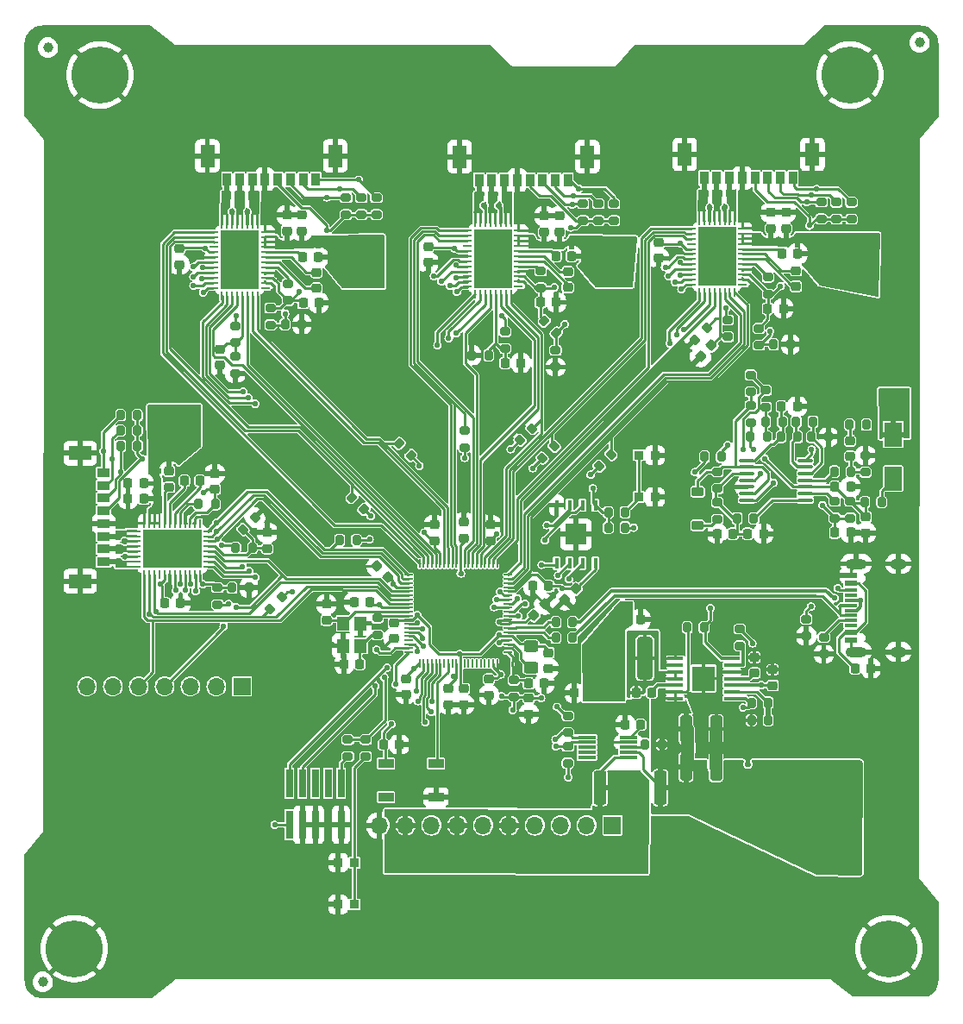
<source format=gtl>
%TF.GenerationSoftware,KiCad,Pcbnew,8.0.6-8.0.6-0~ubuntu24.04.1*%
%TF.CreationDate,2025-03-15T16:41:28-07:00*%
%TF.ProjectId,motor_board,6d6f746f-725f-4626-9f61-72642e6b6963,idk*%
%TF.SameCoordinates,Original*%
%TF.FileFunction,Copper,L1,Top*%
%TF.FilePolarity,Positive*%
%FSLAX46Y46*%
G04 Gerber Fmt 4.6, Leading zero omitted, Abs format (unit mm)*
G04 Created by KiCad (PCBNEW 8.0.6-8.0.6-0~ubuntu24.04.1) date 2025-03-15 16:41:28*
%MOMM*%
%LPD*%
G01*
G04 APERTURE LIST*
G04 Aperture macros list*
%AMRoundRect*
0 Rectangle with rounded corners*
0 $1 Rounding radius*
0 $2 $3 $4 $5 $6 $7 $8 $9 X,Y pos of 4 corners*
0 Add a 4 corners polygon primitive as box body*
4,1,4,$2,$3,$4,$5,$6,$7,$8,$9,$2,$3,0*
0 Add four circle primitives for the rounded corners*
1,1,$1+$1,$2,$3*
1,1,$1+$1,$4,$5*
1,1,$1+$1,$6,$7*
1,1,$1+$1,$8,$9*
0 Add four rect primitives between the rounded corners*
20,1,$1+$1,$2,$3,$4,$5,0*
20,1,$1+$1,$4,$5,$6,$7,0*
20,1,$1+$1,$6,$7,$8,$9,0*
20,1,$1+$1,$8,$9,$2,$3,0*%
G04 Aperture macros list end*
%TA.AperFunction,SMDPad,CuDef*%
%ADD10R,1.600200X0.304800*%
%TD*%
%TA.AperFunction,SMDPad,CuDef*%
%ADD11R,2.310000X2.460000*%
%TD*%
%TA.AperFunction,SMDPad,CuDef*%
%ADD12RoundRect,0.225000X0.225000X0.250000X-0.225000X0.250000X-0.225000X-0.250000X0.225000X-0.250000X0*%
%TD*%
%TA.AperFunction,SMDPad,CuDef*%
%ADD13RoundRect,0.225000X-0.225000X-0.250000X0.225000X-0.250000X0.225000X0.250000X-0.225000X0.250000X0*%
%TD*%
%TA.AperFunction,SMDPad,CuDef*%
%ADD14RoundRect,0.200000X0.275000X-0.200000X0.275000X0.200000X-0.275000X0.200000X-0.275000X-0.200000X0*%
%TD*%
%TA.AperFunction,SMDPad,CuDef*%
%ADD15RoundRect,0.225000X0.250000X-0.225000X0.250000X0.225000X-0.250000X0.225000X-0.250000X-0.225000X0*%
%TD*%
%TA.AperFunction,ComponentPad*%
%ADD16C,5.600000*%
%TD*%
%TA.AperFunction,SMDPad,CuDef*%
%ADD17C,1.000000*%
%TD*%
%TA.AperFunction,SMDPad,CuDef*%
%ADD18RoundRect,0.200000X0.200000X0.275000X-0.200000X0.275000X-0.200000X-0.275000X0.200000X-0.275000X0*%
%TD*%
%TA.AperFunction,SMDPad,CuDef*%
%ADD19RoundRect,0.200000X-0.200000X-0.275000X0.200000X-0.275000X0.200000X0.275000X-0.200000X0.275000X0*%
%TD*%
%TA.AperFunction,SMDPad,CuDef*%
%ADD20RoundRect,0.250000X0.362500X1.425000X-0.362500X1.425000X-0.362500X-1.425000X0.362500X-1.425000X0*%
%TD*%
%TA.AperFunction,SMDPad,CuDef*%
%ADD21RoundRect,0.333000X0.417000X1.767000X-0.417000X1.767000X-0.417000X-1.767000X0.417000X-1.767000X0*%
%TD*%
%TA.AperFunction,SMDPad,CuDef*%
%ADD22RoundRect,0.250000X-0.325000X-1.100000X0.325000X-1.100000X0.325000X1.100000X-0.325000X1.100000X0*%
%TD*%
%TA.AperFunction,SMDPad,CuDef*%
%ADD23R,1.778000X0.330200*%
%TD*%
%TA.AperFunction,SMDPad,CuDef*%
%ADD24R,1.150000X0.600000*%
%TD*%
%TA.AperFunction,SMDPad,CuDef*%
%ADD25R,1.150000X0.300000*%
%TD*%
%TA.AperFunction,ComponentPad*%
%ADD26O,2.100000X1.000000*%
%TD*%
%TA.AperFunction,ComponentPad*%
%ADD27O,1.600000X1.000000*%
%TD*%
%TA.AperFunction,SMDPad,CuDef*%
%ADD28RoundRect,0.225000X0.335876X0.017678X0.017678X0.335876X-0.335876X-0.017678X-0.017678X-0.335876X0*%
%TD*%
%TA.AperFunction,SMDPad,CuDef*%
%ADD29RoundRect,0.200000X-0.275000X0.200000X-0.275000X-0.200000X0.275000X-0.200000X0.275000X0.200000X0*%
%TD*%
%TA.AperFunction,SMDPad,CuDef*%
%ADD30RoundRect,0.225000X-0.250000X0.225000X-0.250000X-0.225000X0.250000X-0.225000X0.250000X0.225000X0*%
%TD*%
%TA.AperFunction,SMDPad,CuDef*%
%ADD31R,0.242473X0.906066*%
%TD*%
%TA.AperFunction,SMDPad,CuDef*%
%ADD32R,0.906066X0.242473*%
%TD*%
%TA.AperFunction,ComponentPad*%
%ADD33C,0.300000*%
%TD*%
%TA.AperFunction,SMDPad,CuDef*%
%ADD34R,5.800001X3.800000*%
%TD*%
%TA.AperFunction,ComponentPad*%
%ADD35R,1.700000X1.700000*%
%TD*%
%TA.AperFunction,ComponentPad*%
%ADD36O,1.700000X1.700000*%
%TD*%
%TA.AperFunction,SMDPad,CuDef*%
%ADD37R,3.800000X5.800001*%
%TD*%
%TA.AperFunction,SMDPad,CuDef*%
%ADD38RoundRect,0.200000X0.053033X-0.335876X0.335876X-0.053033X-0.053033X0.335876X-0.335876X0.053033X0*%
%TD*%
%TA.AperFunction,SMDPad,CuDef*%
%ADD39RoundRect,0.200000X-0.335876X-0.053033X-0.053033X-0.335876X0.335876X0.053033X0.053033X0.335876X0*%
%TD*%
%TA.AperFunction,SMDPad,CuDef*%
%ADD40RoundRect,0.200000X-0.053033X0.335876X-0.335876X0.053033X0.053033X-0.335876X0.335876X-0.053033X0*%
%TD*%
%TA.AperFunction,SMDPad,CuDef*%
%ADD41R,1.500000X0.900000*%
%TD*%
%TA.AperFunction,SMDPad,CuDef*%
%ADD42R,0.740000X2.790000*%
%TD*%
%TA.AperFunction,SMDPad,CuDef*%
%ADD43RoundRect,0.250000X-0.450000X0.325000X-0.450000X-0.325000X0.450000X-0.325000X0.450000X0.325000X0*%
%TD*%
%TA.AperFunction,SMDPad,CuDef*%
%ADD44R,0.900000X0.900000*%
%TD*%
%TA.AperFunction,SMDPad,CuDef*%
%ADD45R,0.838200X1.295400*%
%TD*%
%TA.AperFunction,SMDPad,CuDef*%
%ADD46R,1.397000X2.260600*%
%TD*%
%TA.AperFunction,SMDPad,CuDef*%
%ADD47R,1.200000X1.400000*%
%TD*%
%TA.AperFunction,SMDPad,CuDef*%
%ADD48RoundRect,0.100000X0.637500X0.100000X-0.637500X0.100000X-0.637500X-0.100000X0.637500X-0.100000X0*%
%TD*%
%TA.AperFunction,SMDPad,CuDef*%
%ADD49R,0.450000X1.050000*%
%TD*%
%TA.AperFunction,SMDPad,CuDef*%
%ADD50R,2.100000X2.100000*%
%TD*%
%TA.AperFunction,SMDPad,CuDef*%
%ADD51RoundRect,0.225000X0.017678X-0.335876X0.335876X-0.017678X-0.017678X0.335876X-0.335876X0.017678X0*%
%TD*%
%TA.AperFunction,SMDPad,CuDef*%
%ADD52R,1.700000X2.350000*%
%TD*%
%TA.AperFunction,SMDPad,CuDef*%
%ADD53RoundRect,0.225000X-0.375000X0.225000X-0.375000X-0.225000X0.375000X-0.225000X0.375000X0.225000X0*%
%TD*%
%TA.AperFunction,SMDPad,CuDef*%
%ADD54RoundRect,0.055000X-0.055000X-0.335000X0.055000X-0.335000X0.055000X0.335000X-0.055000X0.335000X0*%
%TD*%
%TA.AperFunction,SMDPad,CuDef*%
%ADD55RoundRect,0.055000X-0.335000X0.055000X-0.335000X-0.055000X0.335000X-0.055000X0.335000X0.055000X0*%
%TD*%
%TA.AperFunction,ComponentPad*%
%ADD56C,0.600000*%
%TD*%
%TA.AperFunction,SMDPad,CuDef*%
%ADD57R,1.133333X1.133333*%
%TD*%
%TA.AperFunction,SMDPad,CuDef*%
%ADD58R,1.295400X0.838200*%
%TD*%
%TA.AperFunction,SMDPad,CuDef*%
%ADD59R,2.260600X1.397000*%
%TD*%
%TA.AperFunction,SMDPad,CuDef*%
%ADD60RoundRect,0.225000X-0.017678X0.335876X-0.335876X0.017678X0.017678X-0.335876X0.335876X-0.017678X0*%
%TD*%
%TA.AperFunction,ViaPad*%
%ADD61C,0.584200*%
%TD*%
%TA.AperFunction,ViaPad*%
%ADD62C,0.600000*%
%TD*%
%TA.AperFunction,Conductor*%
%ADD63C,0.234950*%
%TD*%
%TA.AperFunction,Conductor*%
%ADD64C,0.279400*%
%TD*%
%TA.AperFunction,Conductor*%
%ADD65C,0.271780*%
%TD*%
%TA.AperFunction,Conductor*%
%ADD66C,1.270000*%
%TD*%
%TA.AperFunction,Conductor*%
%ADD67C,0.271781*%
%TD*%
%TA.AperFunction,Conductor*%
%ADD68C,0.304800*%
%TD*%
%TA.AperFunction,Conductor*%
%ADD69C,0.313400*%
%TD*%
%TA.AperFunction,Conductor*%
%ADD70C,0.508000*%
%TD*%
G04 APERTURE END LIST*
D10*
X168004604Y-118740034D03*
X168004604Y-118090021D03*
X168004604Y-117440012D03*
X168004604Y-116790000D03*
X168004604Y-116139988D03*
X168004604Y-115489979D03*
X168004604Y-114839966D03*
X162467404Y-114839966D03*
X162467404Y-115489979D03*
X162467404Y-116139988D03*
X162467404Y-116790000D03*
X162467404Y-117440012D03*
X162467404Y-118090021D03*
X162467404Y-118740034D03*
D11*
X165236004Y-116790000D03*
D12*
X159069100Y-110973900D03*
X157519100Y-110973900D03*
D13*
X152519100Y-118223900D03*
X154069100Y-118223900D03*
X158603600Y-118152400D03*
X160153600Y-118152400D03*
D14*
X168776600Y-113579900D03*
X168776600Y-111929900D03*
D15*
X170237100Y-116260400D03*
X170237100Y-114710400D03*
D16*
X105946000Y-57564100D03*
X103426000Y-143294000D03*
X183426100Y-143294100D03*
X179606000Y-57564000D03*
D17*
X100330000Y-146558000D03*
D13*
X180100000Y-115800000D03*
X181650000Y-115800000D03*
D18*
X171570100Y-119168400D03*
X169920100Y-119168400D03*
D15*
X172015100Y-117466900D03*
X172015100Y-115916900D03*
D19*
X163619100Y-111773900D03*
X165269100Y-111773900D03*
X169920100Y-120882900D03*
X171570100Y-120882900D03*
D20*
X160962500Y-127500000D03*
X155037500Y-127500000D03*
D21*
X159464100Y-114786900D03*
X155864100Y-114786900D03*
D22*
X163507004Y-121743000D03*
X166457004Y-121743000D03*
X163507004Y-125454900D03*
X166457004Y-125454900D03*
D18*
X161119100Y-123223900D03*
X159469100Y-123223900D03*
D23*
X157838800Y-124549901D03*
X157838800Y-124049899D03*
X157838800Y-123549900D03*
X157838800Y-123049901D03*
X157838800Y-122549899D03*
X153749400Y-122549899D03*
X153749400Y-123049901D03*
X153749400Y-123549900D03*
X153749400Y-124049899D03*
X153749400Y-124549901D03*
D13*
X157519100Y-121323900D03*
X159069100Y-121323900D03*
D24*
X179660000Y-113050000D03*
X179660000Y-112250000D03*
D25*
X179660000Y-111100000D03*
X179660000Y-110100000D03*
X179660000Y-109600000D03*
X179660000Y-108600000D03*
D24*
X179660000Y-107450000D03*
X179660000Y-106650000D03*
D25*
X179660000Y-108100000D03*
X179660000Y-109100000D03*
X179660000Y-110600000D03*
X179660000Y-111600000D03*
D26*
X180235000Y-114170000D03*
D27*
X184375000Y-114170000D03*
D26*
X180235000Y-105530000D03*
D27*
X184375000Y-105530000D03*
D28*
X134217108Y-106846908D03*
X133121092Y-105750892D03*
D29*
X170647132Y-82426933D03*
X170647132Y-84076933D03*
D13*
X125897132Y-79926933D03*
X127447132Y-79926933D03*
D30*
X140194100Y-117798900D03*
X140194100Y-119348900D03*
D15*
X112754087Y-98003419D03*
X112754087Y-96453419D03*
D13*
X125847132Y-75451933D03*
X127397132Y-75451933D03*
D19*
X150719100Y-112773900D03*
X152369100Y-112773900D03*
D18*
X181219100Y-91873900D03*
X179569100Y-91873900D03*
D29*
X124397132Y-78051933D03*
X124397132Y-79701933D03*
D17*
X186436000Y-54356000D03*
D30*
X160847132Y-74001933D03*
X160847132Y-75551933D03*
D15*
X141694100Y-102998900D03*
X141694100Y-101448900D03*
D31*
X115797132Y-101567835D03*
X115297133Y-101567835D03*
X114797131Y-101567835D03*
X114297132Y-101567835D03*
X113797133Y-101567835D03*
X113297132Y-101567835D03*
X112797132Y-101567835D03*
X112297131Y-101567835D03*
X111797132Y-101567835D03*
X111297133Y-101567835D03*
X110797131Y-101567835D03*
X110297132Y-101567835D03*
D32*
X109544099Y-102320869D03*
X109544099Y-102820868D03*
X109544099Y-103320867D03*
X109544099Y-103820868D03*
X109544099Y-104320868D03*
X109544099Y-104820869D03*
X109544099Y-105320868D03*
X109544099Y-105820867D03*
D31*
X110297132Y-106573901D03*
X110797131Y-106573901D03*
X111297133Y-106573901D03*
X111797132Y-106573901D03*
X112297131Y-106573901D03*
X112797132Y-106573901D03*
X113297132Y-106573901D03*
X113797133Y-106573901D03*
X114297132Y-106573901D03*
X114797131Y-106573901D03*
X115297133Y-106573901D03*
X115797132Y-106573901D03*
D32*
X116550165Y-105820867D03*
X116550165Y-105320868D03*
X116550165Y-104820869D03*
X116550165Y-104320868D03*
X116550165Y-103820868D03*
X116550165Y-103320867D03*
X116550165Y-102820868D03*
X116550165Y-102320869D03*
D33*
X114297132Y-102570868D03*
X113047132Y-102570868D03*
X111797132Y-102570868D03*
X115547132Y-103570868D03*
X114297132Y-103570868D03*
X113047132Y-103570868D03*
X111797132Y-103570868D03*
X110547132Y-103570868D03*
D34*
X113047132Y-104070868D03*
D33*
X115547132Y-104570868D03*
X114297132Y-104570868D03*
X113047132Y-104570868D03*
X111797132Y-104570868D03*
X110547132Y-104570868D03*
X114297132Y-105570868D03*
X113047132Y-105570868D03*
X111797132Y-105570868D03*
D14*
X166594100Y-98148900D03*
X166594100Y-96498900D03*
D13*
X108704087Y-97653419D03*
X110254087Y-97653419D03*
D29*
X119222132Y-85201933D03*
X119222132Y-86851933D03*
D19*
X150719100Y-111273900D03*
X152369100Y-111273900D03*
D15*
X122369100Y-104023900D03*
X122369100Y-102473900D03*
D18*
X170169100Y-101073900D03*
X168519100Y-101073900D03*
X109619100Y-92448900D03*
X107969100Y-92448900D03*
D14*
X177032000Y-114387000D03*
X177032000Y-112737000D03*
D30*
X125757132Y-71301933D03*
X125757132Y-72851933D03*
D35*
X119914100Y-117573900D03*
D36*
X117374100Y-117573900D03*
X114834100Y-117573900D03*
X112294100Y-117573900D03*
X109754100Y-117573900D03*
X107214100Y-117573900D03*
X104674100Y-117573900D03*
D14*
X176797132Y-71676933D03*
X176797132Y-70026933D03*
D19*
X169819100Y-93073900D03*
X171469100Y-93073900D03*
X172819100Y-93073900D03*
X174469100Y-93073900D03*
D30*
X113747132Y-74601933D03*
X113747132Y-76151933D03*
D12*
X132444100Y-109323900D03*
X130894100Y-109323900D03*
D32*
X147050165Y-78326933D03*
X147050165Y-77826934D03*
X147050165Y-77326932D03*
X147050165Y-76826933D03*
X147050165Y-76326934D03*
X147050165Y-75826933D03*
X147050165Y-75326933D03*
X147050165Y-74826932D03*
X147050165Y-74326933D03*
X147050165Y-73826934D03*
X147050165Y-73326932D03*
X147050165Y-72826933D03*
D31*
X146297131Y-72073900D03*
X145797132Y-72073900D03*
X145297133Y-72073900D03*
X144797132Y-72073900D03*
X144297132Y-72073900D03*
X143797131Y-72073900D03*
X143297132Y-72073900D03*
X142797133Y-72073900D03*
D32*
X142044099Y-72826933D03*
X142044099Y-73326932D03*
X142044099Y-73826934D03*
X142044099Y-74326933D03*
X142044099Y-74826932D03*
X142044099Y-75326933D03*
X142044099Y-75826933D03*
X142044099Y-76326934D03*
X142044099Y-76826933D03*
X142044099Y-77326932D03*
X142044099Y-77826934D03*
X142044099Y-78326933D03*
D31*
X142797133Y-79079966D03*
X143297132Y-79079966D03*
X143797131Y-79079966D03*
X144297132Y-79079966D03*
X144797132Y-79079966D03*
X145297133Y-79079966D03*
X145797132Y-79079966D03*
X146297131Y-79079966D03*
D33*
X146047132Y-76826933D03*
X146047132Y-75576933D03*
X146047132Y-74326933D03*
X145047132Y-78076933D03*
X145047132Y-76826933D03*
X145047132Y-75576933D03*
X145047132Y-74326933D03*
X145047132Y-73076933D03*
D37*
X144547132Y-75576933D03*
D33*
X144047132Y-78076933D03*
X144047132Y-76826933D03*
X144047132Y-75576933D03*
X144047132Y-74326933D03*
X144047132Y-73076933D03*
X143047132Y-76826933D03*
X143047132Y-75576933D03*
X143047132Y-74326933D03*
D30*
X173322132Y-71051933D03*
X173322132Y-72601933D03*
D15*
X128194100Y-111048900D03*
X128194100Y-109498900D03*
D19*
X175819100Y-93073900D03*
X177469100Y-93073900D03*
D12*
X174419100Y-90073900D03*
X172869100Y-90073900D03*
D18*
X157519100Y-100473900D03*
X155869100Y-100473900D03*
D19*
X172094100Y-83998900D03*
X173744100Y-83998900D03*
D15*
X144294100Y-103248900D03*
X144294100Y-101698900D03*
D13*
X108704087Y-99153419D03*
X110254087Y-99153419D03*
D15*
X138794100Y-103248900D03*
X138794100Y-101698900D03*
D29*
X169844100Y-89998900D03*
X169844100Y-91648900D03*
X178112850Y-99398900D03*
X178112850Y-101048900D03*
D19*
X119269100Y-103973900D03*
X120919100Y-103973900D03*
D38*
X154960737Y-95957263D03*
X156127463Y-94790537D03*
D30*
X135994100Y-116798900D03*
X135994100Y-118348900D03*
D19*
X124122132Y-82026933D03*
X125772132Y-82026933D03*
D14*
X117479087Y-109528419D03*
X117479087Y-107878419D03*
D12*
X131469100Y-115373900D03*
X129919100Y-115373900D03*
D14*
X130122132Y-71251933D03*
X130122132Y-69601933D03*
D19*
X115629087Y-99678419D03*
X117279087Y-99678419D03*
D12*
X171119100Y-102573900D03*
X169569100Y-102573900D03*
D30*
X134794100Y-111298900D03*
X134794100Y-112848900D03*
D29*
X119222132Y-82201933D03*
X119222132Y-83851933D03*
D39*
X149585737Y-81715537D03*
X150752463Y-82882263D03*
D40*
X165530495Y-82368570D03*
X164363769Y-83535296D03*
D41*
X134044100Y-125123900D03*
X134044100Y-128423900D03*
X138944100Y-128423900D03*
X138944100Y-125123900D03*
D13*
X166569100Y-102573900D03*
X168119100Y-102573900D03*
D40*
X150552463Y-93990537D03*
X149385737Y-95157263D03*
D30*
X179619100Y-93448900D03*
X179619100Y-94998900D03*
D13*
X150719100Y-75323900D03*
X152269100Y-75323900D03*
X149219100Y-79873900D03*
X150769100Y-79873900D03*
D18*
X109629087Y-93953419D03*
X107979087Y-93953419D03*
D13*
X172922132Y-75076933D03*
X174472132Y-75076933D03*
D18*
X182719100Y-99473900D03*
X181069100Y-99473900D03*
D12*
X179669100Y-97973900D03*
X178119100Y-97973900D03*
D29*
X181119100Y-94898900D03*
X181119100Y-96548900D03*
D14*
X175300000Y-112600000D03*
X175300000Y-110950000D03*
D42*
X124547500Y-131141400D03*
X124547500Y-127071400D03*
X125817500Y-131141400D03*
X125817500Y-127071400D03*
X127087500Y-131141400D03*
X127087500Y-127071400D03*
X128357500Y-127071400D03*
X129627500Y-131141400D03*
X129627500Y-127071400D03*
D39*
X135310737Y-93715537D03*
X136477463Y-94882263D03*
D43*
X148294100Y-113648900D03*
X148294100Y-115698900D03*
D14*
X146594100Y-118598900D03*
X146594100Y-116948900D03*
D29*
X149244100Y-76798900D03*
X149244100Y-78448900D03*
D44*
X158844100Y-94873900D03*
X158844100Y-98973900D03*
X160444100Y-94873900D03*
X160444100Y-98973900D03*
D45*
X151919100Y-67868100D03*
X150669100Y-67868100D03*
X149419100Y-67868100D03*
X148169100Y-67868100D03*
X146919100Y-67868100D03*
X145669100Y-67868100D03*
X144419100Y-67868100D03*
X143169100Y-67868100D03*
D46*
X141269099Y-65573210D03*
X153819101Y-65573210D03*
D13*
X171522132Y-80476933D03*
X173072132Y-80476933D03*
D14*
X154919100Y-71848900D03*
X154919100Y-70198900D03*
D18*
X144119100Y-85073900D03*
X142469100Y-85073900D03*
D14*
X131622132Y-71251933D03*
X131622132Y-69601933D03*
X179644100Y-101048900D03*
X179644100Y-99398900D03*
D13*
X148044100Y-117273900D03*
X149594100Y-117273900D03*
D18*
X179719100Y-96473900D03*
X178069100Y-96473900D03*
D12*
X179669100Y-102473900D03*
X178119100Y-102473900D03*
D17*
X100838000Y-54864000D03*
D18*
X109619100Y-90948900D03*
X107969100Y-90948900D03*
D19*
X174319100Y-91573900D03*
X175969100Y-91573900D03*
D30*
X148069100Y-118723900D03*
X148069100Y-120273900D03*
D14*
X133097132Y-71251933D03*
X133097132Y-69601933D03*
X132044100Y-124436400D03*
X132044100Y-122786400D03*
D30*
X124297132Y-71301933D03*
X124297132Y-72851933D03*
D29*
X171547132Y-77401933D03*
X171547132Y-79051933D03*
D40*
X148377463Y-92240537D03*
X147210737Y-93407263D03*
D19*
X129494100Y-103198900D03*
X131144100Y-103198900D03*
D30*
X171822132Y-71051933D03*
X171822132Y-72601933D03*
D29*
X169844100Y-86998900D03*
X169844100Y-88648900D03*
D18*
X166969100Y-95023900D03*
X165319100Y-95023900D03*
D12*
X150019100Y-107723900D03*
X148469100Y-107723900D03*
D47*
X129844100Y-111373900D03*
X129844100Y-113573900D03*
X131544100Y-113573900D03*
X131544100Y-111373900D03*
D30*
X127197132Y-76926933D03*
X127197132Y-78476933D03*
D48*
X175206600Y-99273900D03*
X175206600Y-98623900D03*
X175206600Y-97973900D03*
X175206600Y-97323900D03*
X175206600Y-96673900D03*
X175206600Y-96023900D03*
X175206600Y-95373900D03*
X169481600Y-95373900D03*
X169481600Y-96023900D03*
X169481600Y-96673900D03*
X169481600Y-97323900D03*
X169481600Y-97973900D03*
X169481600Y-98623900D03*
X169481600Y-99273900D03*
D30*
X141694100Y-117798900D03*
X141694100Y-119348900D03*
D49*
X154599100Y-99773900D03*
X153329100Y-99773900D03*
X152059100Y-99773900D03*
X150789100Y-99773900D03*
X150789100Y-105473900D03*
X152059100Y-105473900D03*
X153329100Y-105473900D03*
X154599100Y-105473900D03*
D50*
X152694100Y-102623900D03*
D13*
X133794100Y-123273900D03*
X135344100Y-123273900D03*
D14*
X133194100Y-112498900D03*
X133194100Y-110848900D03*
D30*
X117747132Y-84476933D03*
X117747132Y-86026933D03*
D45*
X174022132Y-67651933D03*
X172772132Y-67651933D03*
X171522132Y-67651933D03*
X170272132Y-67651933D03*
X169022132Y-67651933D03*
X167772132Y-67651933D03*
X166522132Y-67651933D03*
X165272132Y-67651933D03*
D46*
X163372131Y-65357043D03*
X175922133Y-65357043D03*
D32*
X169050165Y-78126933D03*
X169050165Y-77626934D03*
X169050165Y-77126932D03*
X169050165Y-76626933D03*
X169050165Y-76126934D03*
X169050165Y-75626933D03*
X169050165Y-75126933D03*
X169050165Y-74626932D03*
X169050165Y-74126933D03*
X169050165Y-73626934D03*
X169050165Y-73126932D03*
X169050165Y-72626933D03*
D31*
X168297131Y-71873900D03*
X167797132Y-71873900D03*
X167297133Y-71873900D03*
X166797132Y-71873900D03*
X166297132Y-71873900D03*
X165797131Y-71873900D03*
X165297132Y-71873900D03*
X164797133Y-71873900D03*
D32*
X164044099Y-72626933D03*
X164044099Y-73126932D03*
X164044099Y-73626934D03*
X164044099Y-74126933D03*
X164044099Y-74626932D03*
X164044099Y-75126933D03*
X164044099Y-75626933D03*
X164044099Y-76126934D03*
X164044099Y-76626933D03*
X164044099Y-77126932D03*
X164044099Y-77626934D03*
X164044099Y-78126933D03*
D31*
X164797133Y-78879966D03*
X165297132Y-78879966D03*
X165797131Y-78879966D03*
X166297132Y-78879966D03*
X166797132Y-78879966D03*
X167297133Y-78879966D03*
X167797132Y-78879966D03*
X168297131Y-78879966D03*
D33*
X168047132Y-76626933D03*
X168047132Y-75376933D03*
X168047132Y-74126933D03*
X167047132Y-77876933D03*
X167047132Y-76626933D03*
X167047132Y-75376933D03*
X167047132Y-74126933D03*
X167047132Y-72876933D03*
D37*
X166547132Y-75376933D03*
D33*
X166047132Y-77876933D03*
X166047132Y-76626933D03*
X166047132Y-75376933D03*
X166047132Y-74126933D03*
X166047132Y-72876933D03*
X165047132Y-76626933D03*
X165047132Y-75376933D03*
X165047132Y-74126933D03*
D51*
X148546092Y-110596908D03*
X149642108Y-109500892D03*
D44*
X130940425Y-138957500D03*
X130940425Y-134857500D03*
X129340425Y-138957500D03*
X129340425Y-134857500D03*
D39*
X130710737Y-99015537D03*
X131877463Y-100182263D03*
D14*
X179747132Y-71701933D03*
X179747132Y-70051933D03*
D13*
X112319100Y-109373900D03*
X113869100Y-109373900D03*
D52*
X183844100Y-97173900D03*
X183844100Y-92873900D03*
D13*
X145719100Y-85823900D03*
X147269100Y-85823900D03*
D30*
X149994100Y-114248900D03*
X149994100Y-115798900D03*
D19*
X171319100Y-91573900D03*
X172969100Y-91573900D03*
D30*
X151894100Y-76848900D03*
X151894100Y-78398900D03*
X181169100Y-100948900D03*
X181169100Y-102498900D03*
X138194100Y-74398900D03*
X138194100Y-75948900D03*
D29*
X122697132Y-80426933D03*
X122697132Y-82076933D03*
D32*
X122175165Y-78451933D03*
X122175165Y-77951934D03*
X122175165Y-77451932D03*
X122175165Y-76951933D03*
X122175165Y-76451934D03*
X122175165Y-75951933D03*
X122175165Y-75451933D03*
X122175165Y-74951932D03*
X122175165Y-74451933D03*
X122175165Y-73951934D03*
X122175165Y-73451932D03*
X122175165Y-72951933D03*
D31*
X121422131Y-72198900D03*
X120922132Y-72198900D03*
X120422133Y-72198900D03*
X119922132Y-72198900D03*
X119422132Y-72198900D03*
X118922131Y-72198900D03*
X118422132Y-72198900D03*
X117922133Y-72198900D03*
D32*
X117169099Y-72951933D03*
X117169099Y-73451932D03*
X117169099Y-73951934D03*
X117169099Y-74451933D03*
X117169099Y-74951932D03*
X117169099Y-75451933D03*
X117169099Y-75951933D03*
X117169099Y-76451934D03*
X117169099Y-76951933D03*
X117169099Y-77451932D03*
X117169099Y-77951934D03*
X117169099Y-78451933D03*
D31*
X117922133Y-79204966D03*
X118422132Y-79204966D03*
X118922131Y-79204966D03*
X119422132Y-79204966D03*
X119922132Y-79204966D03*
X120422133Y-79204966D03*
X120922132Y-79204966D03*
X121422131Y-79204966D03*
D33*
X121172132Y-76951933D03*
X121172132Y-75701933D03*
X121172132Y-74451933D03*
X120172132Y-78201933D03*
X120172132Y-76951933D03*
X120172132Y-75701933D03*
X120172132Y-74451933D03*
X120172132Y-73201933D03*
D37*
X119672132Y-75701933D03*
D33*
X119172132Y-78201933D03*
X119172132Y-76951933D03*
X119172132Y-75701933D03*
X119172132Y-74451933D03*
X119172132Y-73201933D03*
X118172132Y-76951933D03*
X118172132Y-75701933D03*
X118172132Y-74451933D03*
D29*
X150694100Y-84573900D03*
X150694100Y-86223900D03*
D30*
X174297132Y-76751933D03*
X174297132Y-78301933D03*
D29*
X167597132Y-81601933D03*
X167597132Y-83251933D03*
X166594100Y-99498900D03*
X166594100Y-101148900D03*
X171344100Y-88498900D03*
X171344100Y-90148900D03*
D14*
X178272132Y-71701933D03*
X178272132Y-70051933D03*
X153394100Y-71848900D03*
X153394100Y-70198900D03*
D30*
X144144100Y-116848900D03*
X144144100Y-118398900D03*
D13*
X114229087Y-97378419D03*
X115779087Y-97378419D03*
D29*
X151894100Y-123448900D03*
X151894100Y-125098900D03*
D19*
X155869100Y-101973900D03*
X157519100Y-101973900D03*
D38*
X122645724Y-109986782D03*
X123812450Y-108820056D03*
D53*
X164644100Y-98473900D03*
X164644100Y-101773900D03*
D30*
X149584100Y-71398900D03*
X149584100Y-72948900D03*
D15*
X117229087Y-98228419D03*
X117229087Y-96678419D03*
D54*
X144944100Y-105527400D03*
X144544100Y-105527400D03*
X144144100Y-105527400D03*
X143744100Y-105527400D03*
X143344100Y-105527400D03*
X142944100Y-105527400D03*
X142544100Y-105527400D03*
X142144100Y-105527400D03*
X141744100Y-105527400D03*
X141344100Y-105527400D03*
X140944100Y-105527400D03*
X140544100Y-105527400D03*
X140144100Y-105527400D03*
X139744100Y-105527400D03*
X139344100Y-105527400D03*
X138944100Y-105527400D03*
X138544100Y-105527400D03*
X138144100Y-105527400D03*
X137744100Y-105527400D03*
X137344100Y-105527400D03*
D55*
X136247600Y-106623900D03*
X136247600Y-107023900D03*
X136247600Y-107423900D03*
X136247600Y-107823900D03*
X136247600Y-108223900D03*
X136247600Y-108623900D03*
X136247600Y-109023900D03*
X136247600Y-109423900D03*
X136247600Y-109823900D03*
X136247600Y-110223900D03*
X136247600Y-110623900D03*
X136247600Y-111023900D03*
X136247600Y-111423900D03*
X136247600Y-111823900D03*
X136247600Y-112223900D03*
X136247600Y-112623900D03*
X136247600Y-113023900D03*
X136247600Y-113423900D03*
X136247600Y-113823900D03*
X136247600Y-114223900D03*
D54*
X137344100Y-115320400D03*
X137744100Y-115320400D03*
X138144100Y-115320400D03*
X138544100Y-115320400D03*
X138944100Y-115320400D03*
X139344100Y-115320400D03*
X139744100Y-115320400D03*
X140144100Y-115320400D03*
X140544100Y-115320400D03*
X140944100Y-115320400D03*
X141344100Y-115320400D03*
X141744100Y-115320400D03*
X142144100Y-115320400D03*
X142544100Y-115320400D03*
X142944100Y-115320400D03*
X143344100Y-115320400D03*
X143744100Y-115320400D03*
X144144100Y-115320400D03*
X144544100Y-115320400D03*
X144944100Y-115320400D03*
D55*
X146040600Y-114223900D03*
X146040600Y-113823900D03*
X146040600Y-113423900D03*
X146040600Y-113023900D03*
X146040600Y-112623900D03*
X146040600Y-112223900D03*
X146040600Y-111823900D03*
X146040600Y-111423900D03*
X146040600Y-111023900D03*
X146040600Y-110623900D03*
X146040600Y-110223900D03*
X146040600Y-109823900D03*
X146040600Y-109423900D03*
X146040600Y-109023900D03*
X146040600Y-108623900D03*
X146040600Y-108223900D03*
X146040600Y-107823900D03*
X146040600Y-107423900D03*
X146040600Y-107023900D03*
X146040600Y-106623900D03*
D56*
X142277433Y-109290567D03*
D57*
X142277433Y-109290567D03*
D56*
X141144100Y-109290567D03*
D57*
X141144100Y-109290567D03*
D56*
X140010767Y-109290567D03*
D57*
X140010767Y-109290567D03*
D56*
X142277433Y-110423900D03*
D57*
X142277433Y-110423900D03*
D56*
X141144100Y-110423900D03*
D57*
X141144100Y-110423900D03*
D56*
X140010767Y-110423900D03*
D57*
X140010767Y-110423900D03*
D56*
X142277433Y-111557233D03*
D57*
X142277433Y-111557233D03*
D56*
X141144100Y-111557233D03*
D57*
X141144100Y-111557233D03*
D56*
X140010767Y-111557233D03*
D57*
X140010767Y-111557233D03*
D29*
X145744100Y-82748900D03*
X145744100Y-84398900D03*
D19*
X118929087Y-107878419D03*
X120579087Y-107878419D03*
D58*
X106304087Y-96578419D03*
X106304087Y-97828419D03*
X106304087Y-99078419D03*
X106304087Y-100328419D03*
X106304087Y-101578419D03*
X106304087Y-102828419D03*
X106304087Y-104078419D03*
X106304087Y-105328419D03*
D59*
X104009197Y-107228420D03*
X104009197Y-94678418D03*
D38*
X119985737Y-102157263D03*
X121152463Y-100990537D03*
D60*
X152692108Y-107975892D03*
X151596092Y-109071908D03*
D45*
X127147132Y-67796133D03*
X125897132Y-67796133D03*
X124647132Y-67796133D03*
X123397132Y-67796133D03*
X122147132Y-67796133D03*
X120897132Y-67796133D03*
X119647132Y-67796133D03*
X118397132Y-67796133D03*
D46*
X116497131Y-65501243D03*
X129047133Y-65501243D03*
D30*
X151094100Y-71398900D03*
X151094100Y-72948900D03*
D29*
X141744100Y-92448900D03*
X141744100Y-94098900D03*
D14*
X130294100Y-124436400D03*
X130294100Y-122786400D03*
X151894100Y-122098900D03*
X151894100Y-120448900D03*
X156444100Y-71848900D03*
X156444100Y-70198900D03*
D60*
X166020140Y-84103925D03*
X164924124Y-85199941D03*
D35*
X156282000Y-131200000D03*
D36*
X153742000Y-131200000D03*
X151202000Y-131200000D03*
X148662000Y-131200000D03*
X146122000Y-131200000D03*
X143582000Y-131200000D03*
X141042000Y-131200000D03*
X138502000Y-131200000D03*
X135962000Y-131200000D03*
X133422000Y-131200000D03*
D61*
X182594100Y-126973900D03*
D62*
X124866587Y-93048519D03*
X124866587Y-94438419D03*
D61*
X152219100Y-79848900D03*
X139594100Y-66973900D03*
X122922132Y-71248900D03*
X172994100Y-115673900D03*
X162897132Y-85276933D03*
X172997132Y-79326933D03*
X174944100Y-104423900D03*
X122044100Y-107698900D03*
X137598100Y-137011900D03*
X122947132Y-87101933D03*
X147294100Y-86973900D03*
X169344100Y-100073900D03*
X129694100Y-116673900D03*
X147524100Y-141383900D03*
X167308776Y-103488576D03*
X177794100Y-64473900D03*
X129444100Y-109714325D03*
X168094100Y-97973900D03*
X129819100Y-93223900D03*
X118922131Y-70970869D03*
X114894100Y-64173900D03*
X161494100Y-64473900D03*
X114847132Y-81726933D03*
X150044100Y-139973900D03*
X167794100Y-122573900D03*
X155994100Y-64673900D03*
X160294100Y-110973900D03*
X141694100Y-120773900D03*
X157494100Y-119973900D03*
X137904100Y-144063900D03*
X172094100Y-101823900D03*
X161894100Y-98973900D03*
X154794100Y-103173900D03*
X156194100Y-123073900D03*
X137994100Y-77073900D03*
X117847132Y-87026933D03*
X138794100Y-100373900D03*
X119222132Y-88101933D03*
X172703675Y-94621915D03*
X177694100Y-65673900D03*
X135894100Y-119673900D03*
X172569100Y-85948900D03*
X116629087Y-101178419D03*
X139214100Y-145453900D03*
X108394100Y-101273900D03*
X151494100Y-118273900D03*
X171300000Y-114700000D03*
X174394100Y-88698900D03*
X168344100Y-99823900D03*
X150494100Y-110173900D03*
X175644100Y-90223900D03*
X148044100Y-69548900D03*
X143666577Y-70365643D03*
X175700000Y-115750000D03*
X170447132Y-77126933D03*
X182394100Y-102673900D03*
X122194100Y-106873900D03*
X126744100Y-96073900D03*
X128594100Y-79873900D03*
X165344100Y-102823900D03*
X128544100Y-105798900D03*
X169794100Y-121973900D03*
X179694100Y-103973900D03*
X104494100Y-92573900D03*
X127790425Y-136820000D03*
X144294100Y-100373900D03*
X120594100Y-123873900D03*
X122144100Y-100273900D03*
X131519100Y-105648900D03*
X129494100Y-108573900D03*
X180994100Y-93673900D03*
X131194100Y-65973900D03*
X115747132Y-75226933D03*
X169997132Y-78276933D03*
X128621575Y-131138400D03*
X113694100Y-77473900D03*
X147200000Y-125700000D03*
X126894100Y-82073900D03*
X117494100Y-95173900D03*
X114794100Y-66773900D03*
X167594100Y-121373900D03*
X140744100Y-141348900D03*
X123347132Y-77201933D03*
X149144100Y-127623900D03*
X164044100Y-118723900D03*
X175500000Y-117600000D03*
X122869100Y-101123900D03*
X122194100Y-66073900D03*
X155594100Y-137673900D03*
X175194100Y-105673900D03*
X177144100Y-91923900D03*
X148019100Y-71198900D03*
X161197132Y-79626933D03*
X165822132Y-70558733D03*
X144094100Y-119873900D03*
X146894100Y-66473900D03*
X112654087Y-107603419D03*
X170536575Y-104031425D03*
X139494100Y-64773900D03*
X114804087Y-100278419D03*
X108396535Y-103320867D03*
X147794100Y-78823900D03*
X173097132Y-81676933D03*
X161494100Y-66173900D03*
X155694100Y-66373900D03*
X164719100Y-88173900D03*
X162972132Y-74913333D03*
X147894100Y-121373900D03*
X124929087Y-104878419D03*
X146969100Y-115348900D03*
X169597132Y-71251933D03*
X140794100Y-120673900D03*
X180994100Y-97873900D03*
X137119100Y-91498900D03*
X171600000Y-110900000D03*
X103294100Y-109173900D03*
X119319100Y-108948900D03*
X148394100Y-139573900D03*
X123869100Y-102373900D03*
X177432000Y-106562000D03*
X166344100Y-88823900D03*
X108411637Y-104820869D03*
X128694100Y-113464325D03*
X164594100Y-89573900D03*
X163844100Y-104173900D03*
X172544100Y-103423900D03*
X150694100Y-87373900D03*
X166397132Y-85426933D03*
X162094100Y-94873900D03*
X109494100Y-100473900D03*
X176544100Y-102773900D03*
X167694100Y-123973900D03*
X131094100Y-64473900D03*
X170522132Y-72101933D03*
X148065279Y-77052721D03*
X174572132Y-72176933D03*
X166294100Y-118973900D03*
X164994100Y-124148900D03*
X133794100Y-113673900D03*
X104494100Y-109173900D03*
X164794100Y-119473900D03*
X129500000Y-136800000D03*
X133794100Y-111673900D03*
X150094100Y-141773900D03*
X169576700Y-125200900D03*
X119494100Y-122673900D03*
X120422132Y-70979965D03*
X103494100Y-92473900D03*
X142594100Y-128073900D03*
X158344100Y-85873900D03*
X149569100Y-70048900D03*
X143394100Y-86173900D03*
X122694100Y-69673900D03*
X158994100Y-109773900D03*
X141794100Y-100423900D03*
X131772132Y-87726933D03*
X180047132Y-84176933D03*
X140317426Y-75297392D03*
X150794100Y-117273900D03*
X152144100Y-80823900D03*
X145116577Y-70365643D03*
X123022132Y-79051933D03*
X139819100Y-87323900D03*
X160547132Y-76626933D03*
X175694100Y-84073900D03*
X167297132Y-70558733D03*
X152694100Y-109973900D03*
X151094100Y-115873900D03*
X137794100Y-102473900D03*
X132544100Y-100848900D03*
X145194100Y-111273900D03*
X148444100Y-96148900D03*
X158394100Y-101973900D03*
X154144100Y-96773900D03*
X150844100Y-119573900D03*
X140694100Y-116573900D03*
X149269100Y-118698900D03*
X134594100Y-121273900D03*
X124869100Y-108298900D03*
X146294100Y-94273900D03*
X144894100Y-102573900D03*
X145194100Y-113273900D03*
X137319100Y-95948900D03*
X155044100Y-118073900D03*
X157194100Y-118273900D03*
X134744100Y-107498900D03*
X151944100Y-126473900D03*
X146469100Y-119898900D03*
X133406600Y-109561400D03*
X151294100Y-107923900D03*
X169094046Y-119612900D03*
X136744100Y-115823900D03*
X145294100Y-116373900D03*
X141744100Y-95123900D03*
X123100000Y-131141400D03*
X145394100Y-118523900D03*
X132419100Y-103123900D03*
X137100000Y-111314325D03*
X132979424Y-117509224D03*
X134119100Y-115723900D03*
X137610324Y-111889676D03*
X112954087Y-94378419D03*
X178747132Y-75226933D03*
X176797132Y-75326933D03*
X157244100Y-76373900D03*
X184894100Y-88923900D03*
X177947132Y-76876933D03*
X157744100Y-74723900D03*
X155544100Y-77323900D03*
X130222132Y-76276933D03*
X173794100Y-126273900D03*
X181397132Y-77776933D03*
X167294100Y-127973900D03*
X131972132Y-76326933D03*
X132972132Y-74476933D03*
X180347132Y-76626933D03*
X180197132Y-78026933D03*
X154744100Y-74623900D03*
X184894100Y-90573900D03*
X113904087Y-92428419D03*
X179097132Y-77076933D03*
X154044100Y-76373900D03*
X180094100Y-131173900D03*
X114604087Y-93228419D03*
X183744100Y-89073900D03*
X179997132Y-75026933D03*
X165594100Y-128173900D03*
X111979087Y-91053419D03*
X184344100Y-89873900D03*
X178897132Y-73426933D03*
X183594100Y-90473900D03*
X156094100Y-74423900D03*
X163794100Y-128073900D03*
X181547132Y-75976933D03*
X177047132Y-73676933D03*
X112579087Y-93078419D03*
X181097132Y-73676933D03*
X166794100Y-129273900D03*
X115104087Y-91003419D03*
X111454087Y-93353419D03*
X113279087Y-91203419D03*
X157294100Y-78023900D03*
X180280700Y-128060500D03*
X162694100Y-128673900D03*
X164394100Y-129373900D03*
X130272132Y-74226933D03*
X131072132Y-77476933D03*
X131772132Y-74576933D03*
X133022132Y-77326933D03*
X178100000Y-108900000D03*
X180616000Y-109136000D03*
X170019100Y-113323900D03*
X170921710Y-117440012D03*
X175844100Y-94323900D03*
X176894100Y-99773900D03*
X175772000Y-109702000D03*
X178390000Y-107910000D03*
X167416300Y-80407765D03*
X162969100Y-74073900D03*
X141294100Y-114373900D03*
X137094100Y-110573900D03*
X141394100Y-106473900D03*
X145194100Y-112473900D03*
X150691754Y-122765244D03*
X138584525Y-119073900D03*
X138494100Y-120073900D03*
X150719100Y-123448900D03*
X133854424Y-116634224D03*
X137654648Y-112834000D03*
X145258501Y-108267989D03*
X154344100Y-98123900D03*
X164394100Y-96523900D03*
X165894100Y-109873900D03*
X146952075Y-108915925D03*
X149844100Y-101723900D03*
X150945327Y-106675127D03*
X147694100Y-109473900D03*
X144644100Y-109773900D03*
X149344100Y-105623900D03*
X144894100Y-109023900D03*
X149644100Y-103223900D03*
X151994100Y-107023900D03*
X146994100Y-110673900D03*
X170831599Y-96711399D03*
X169094100Y-94323900D03*
X172094100Y-97573900D03*
X167594100Y-93873900D03*
X170094100Y-94323900D03*
X171219100Y-95198900D03*
X175622132Y-72326933D03*
X172797132Y-78276933D03*
X140779424Y-74588576D03*
X145394100Y-81173900D03*
X150594100Y-78373900D03*
X152144100Y-72523900D03*
X119322132Y-81151933D03*
X116323966Y-74550099D03*
X128197132Y-72801933D03*
X125522132Y-78826933D03*
X117894100Y-103673900D03*
X111879087Y-107528419D03*
X134994100Y-117373900D03*
X137900000Y-121100000D03*
X137011259Y-118025995D03*
X137184525Y-119000000D03*
X140994100Y-78823900D03*
X140894100Y-77423900D03*
X140894100Y-76223900D03*
X151569100Y-81998900D03*
X163247132Y-82576933D03*
X119944100Y-105818844D03*
X137144324Y-114144324D03*
X140944100Y-82914325D03*
X119997132Y-88651933D03*
X120547132Y-89251933D03*
X120634525Y-106228794D03*
X162597132Y-83076933D03*
X137694324Y-113594324D03*
X140200000Y-83423900D03*
X121197132Y-89801933D03*
X133094100Y-113964325D03*
X161897132Y-83876933D03*
X139094100Y-84073900D03*
X121194100Y-106837994D03*
X110806707Y-110473900D03*
X111455840Y-110212160D03*
X117395300Y-102373900D03*
X117439607Y-103119407D03*
X118094100Y-111673900D03*
X119294100Y-109773900D03*
X117345617Y-101525417D03*
X162397132Y-77876933D03*
X175372132Y-70026933D03*
X175772132Y-69326933D03*
X161787557Y-77276933D03*
X161452607Y-76405985D03*
X176347132Y-68751933D03*
X152469100Y-69423900D03*
X139494100Y-77798900D03*
X152344100Y-70248900D03*
X140294100Y-78223900D03*
X138744100Y-77273900D03*
X152969100Y-68698900D03*
X115137300Y-77334296D03*
X129497132Y-68711308D03*
X115137300Y-76401652D03*
X131341332Y-67846133D03*
X128247132Y-69551933D03*
X115137301Y-78257412D03*
X114329087Y-108128419D03*
X107169262Y-95223900D03*
X106304087Y-94473900D03*
X113404087Y-108128419D03*
X115338662Y-108193844D03*
X107951269Y-96521082D03*
X110123200Y-95248900D03*
X116104087Y-98578419D03*
X118594100Y-109473900D03*
X162947132Y-75976933D03*
X163047132Y-78576933D03*
X162947132Y-77176933D03*
X171769100Y-82673900D03*
X116073648Y-78926934D03*
X124122132Y-80976933D03*
X115973648Y-77526934D03*
X116060181Y-76442358D03*
X114829087Y-107528419D03*
X116054087Y-107503419D03*
X113804087Y-107478419D03*
D63*
X148469100Y-108327884D02*
X149642108Y-109500892D01*
X131621092Y-105750892D02*
X131519100Y-105648900D01*
X147794100Y-78061649D02*
X147556351Y-77823900D01*
X146969100Y-115348900D02*
X146969100Y-115423900D01*
X112654087Y-107603419D02*
X112797132Y-107460374D01*
X165822640Y-70559241D02*
X165822640Y-71968677D01*
X167322642Y-70584243D02*
X167322642Y-71968677D01*
X115297133Y-101058615D02*
X115297133Y-101567835D01*
X165822132Y-70558733D02*
X165822640Y-70559241D01*
X145297133Y-72073900D02*
X145297133Y-70546199D01*
X123097132Y-76951933D02*
X123347132Y-77201933D01*
X112754087Y-107603419D02*
X112779087Y-107628419D01*
X169947132Y-76626933D02*
X169050165Y-76626933D01*
D64*
X179660000Y-106105000D02*
X180235000Y-105530000D01*
D63*
X147794100Y-78823900D02*
X147794100Y-78061649D01*
D65*
X129867000Y-131141400D02*
X128600000Y-131141400D01*
D63*
X123347132Y-77201933D02*
X123347132Y-77351933D01*
X143797131Y-72073900D02*
X143794100Y-72070869D01*
X118922131Y-70970869D02*
X118922131Y-72198900D01*
X162972132Y-74913333D02*
X163142516Y-74913333D01*
X170447132Y-77126933D02*
X169947132Y-76626933D01*
X163356116Y-75126933D02*
X164044099Y-75126933D01*
X148469100Y-107723900D02*
X148469100Y-108327884D01*
X123022132Y-78289681D02*
X123022132Y-79051933D01*
X169997132Y-78276933D02*
X169997132Y-78064681D01*
X120422132Y-70979965D02*
X120422132Y-72198899D01*
X148065279Y-77052721D02*
X147836457Y-76823899D01*
X147836457Y-76823899D02*
X146939490Y-76823899D01*
X108411637Y-104820869D02*
X109544099Y-104820869D01*
D64*
X179660000Y-113595000D02*
X180235000Y-114170000D01*
D63*
X116629087Y-101178419D02*
X116347995Y-100897327D01*
X112654087Y-107603419D02*
X112754087Y-107603419D01*
X114804087Y-100278419D02*
X114297132Y-100785374D01*
D64*
X179660000Y-113050000D02*
X179660000Y-113595000D01*
D63*
X146969100Y-115348900D02*
X146969100Y-114362401D01*
X114297132Y-100785374D02*
X114297132Y-101567835D01*
X140346967Y-75326933D02*
X142044099Y-75326933D01*
X146430599Y-113823900D02*
X146040600Y-113823900D01*
D66*
X166382004Y-125454900D02*
X166382004Y-121743000D01*
D63*
X145297133Y-70546199D02*
X145116577Y-70365643D01*
X108396535Y-103320867D02*
X109544099Y-103320867D01*
X133794100Y-113673900D02*
X134619100Y-112848900D01*
X147556351Y-77823900D02*
X146939490Y-77823900D01*
X112797132Y-107460374D02*
X112797132Y-106573901D01*
X143794100Y-70493166D02*
X143666577Y-70365643D01*
X122175165Y-76951933D02*
X123097132Y-76951933D01*
X169997132Y-78064681D02*
X169559385Y-77626934D01*
X143794100Y-72070869D02*
X143794100Y-70493166D01*
X140317426Y-75297392D02*
X140346967Y-75326933D01*
D65*
X129176100Y-131141400D02*
X125817500Y-131141400D01*
D63*
X108396535Y-103320867D02*
X108229087Y-103153419D01*
X120422132Y-72198899D02*
X120422133Y-72198900D01*
X123347132Y-77351933D02*
X123297132Y-77401933D01*
D64*
X179660000Y-106650000D02*
X179660000Y-106105000D01*
D63*
X116347995Y-100897327D02*
X115458421Y-100897327D01*
X122175165Y-77951934D02*
X122684385Y-77951934D01*
X167297132Y-70558733D02*
X167322642Y-70584243D01*
X133121092Y-105750892D02*
X131621092Y-105750892D01*
X146969100Y-114362401D02*
X146430599Y-113823900D01*
X122684385Y-77951934D02*
X123022132Y-78289681D01*
X115458421Y-100897327D02*
X115297133Y-101058615D01*
X163142516Y-74913333D02*
X163356116Y-75126933D01*
X169559385Y-77626934D02*
X169050165Y-77626934D01*
X138844100Y-103973900D02*
X138844100Y-103298900D01*
X136744100Y-115823900D02*
X135994100Y-116573900D01*
X140950767Y-116717233D02*
X140950767Y-115330400D01*
X148276670Y-106598900D02*
X148894100Y-106598900D01*
D67*
X169957600Y-119295400D02*
X169640100Y-119612900D01*
D63*
X146494100Y-111266751D02*
X146214416Y-111266751D01*
X133994100Y-125073900D02*
X133994100Y-123473900D01*
X157444100Y-101973900D02*
X158394100Y-101973900D01*
X148444100Y-96148900D02*
X148444100Y-96098900D01*
X148894100Y-106598900D02*
X150019100Y-107723900D01*
X144950767Y-116030567D02*
X144950767Y-115330400D01*
X147944100Y-118598900D02*
X148069100Y-118723900D01*
X146214416Y-111266751D02*
X146047267Y-111433900D01*
X151094100Y-107723900D02*
X150019100Y-107723900D01*
X144550767Y-115630567D02*
X144550767Y-115330400D01*
X154599100Y-106068900D02*
X153044100Y-107623900D01*
X134744100Y-107498900D02*
X135079100Y-107833900D01*
X146594100Y-118598900D02*
X147944100Y-118598900D01*
X131877463Y-100182263D02*
X132544100Y-100848900D01*
D65*
X151719100Y-120448900D02*
X150844100Y-119573900D01*
D63*
X149185737Y-94957263D02*
X149160737Y-94957263D01*
X146047267Y-111033900D02*
X145434100Y-111033900D01*
X144294100Y-103248900D02*
X144294100Y-103573900D01*
D67*
X169640100Y-119612900D02*
X169094046Y-119612900D01*
D63*
X140837433Y-116717233D02*
X140950767Y-116717233D01*
X141744100Y-95123900D02*
X141744100Y-95173900D01*
X134744100Y-107223900D02*
X134342108Y-106821908D01*
X133679100Y-109833900D02*
X136254267Y-109833900D01*
X134744100Y-107498900D02*
X134744100Y-107223900D01*
X139350767Y-105537400D02*
X139350767Y-104480567D01*
X145294100Y-116373900D02*
X144550767Y-115630567D01*
X151294100Y-107923900D02*
X152794100Y-107923900D01*
X140694100Y-116573900D02*
X140837433Y-116717233D01*
X146651670Y-108223900D02*
X148276670Y-106598900D01*
X137237600Y-115330400D02*
X136744100Y-115823900D01*
X140950767Y-116717233D02*
X140194100Y-117473900D01*
X147210737Y-93407263D02*
X146344100Y-94273900D01*
X146047267Y-113033900D02*
X145434100Y-113033900D01*
X148444100Y-96098900D02*
X149385737Y-95157263D01*
X146047267Y-111433900D02*
X145354100Y-111433900D01*
X145434100Y-113033900D02*
X145194100Y-113273900D01*
X133794100Y-123273900D02*
X133794100Y-122073900D01*
D65*
X124547500Y-131141400D02*
X123100000Y-131141400D01*
D63*
X148346092Y-110621908D02*
X147701249Y-111266751D01*
X149385737Y-95157263D02*
X149185737Y-94957263D01*
X124333606Y-108298900D02*
X123787450Y-108845056D01*
X145354100Y-111433900D02*
X145194100Y-111273900D01*
X124869100Y-108298900D02*
X124333606Y-108298900D01*
X147701249Y-111266751D02*
X146494100Y-111266751D01*
X143350767Y-104517233D02*
X143350767Y-105537400D01*
X146280118Y-111266751D02*
X146494100Y-111266751D01*
D68*
X168004604Y-118740034D02*
X169402234Y-118740034D01*
D63*
X146594100Y-118598900D02*
X145469100Y-118598900D01*
X154599100Y-105473900D02*
X154599100Y-105868900D01*
X145294100Y-116373900D02*
X144919100Y-116748900D01*
X133406600Y-109561400D02*
X132681600Y-109561400D01*
X133994100Y-123473900D02*
X133744100Y-123223900D01*
X145469100Y-118598900D02*
X145394100Y-118523900D01*
D65*
X151894100Y-120448900D02*
X151719100Y-120448900D01*
D68*
X169402234Y-118740034D02*
X169957600Y-119295400D01*
D63*
X132344100Y-103198900D02*
X132419100Y-103123900D01*
X146047267Y-111033900D02*
X146280118Y-111266751D01*
X146594100Y-118598900D02*
X146594100Y-119773900D01*
D65*
X151944100Y-125148900D02*
X151894100Y-125098900D01*
D63*
X138569100Y-103248900D02*
X137794100Y-102473900D01*
X137319100Y-95723900D02*
X137319100Y-95948900D01*
X144294100Y-103573900D02*
X143350767Y-104517233D01*
X133406600Y-109561400D02*
X133679100Y-109833900D01*
X139350767Y-104480567D02*
X138844100Y-103973900D01*
X135079100Y-107833900D02*
X136254267Y-107833900D01*
X146344100Y-94273900D02*
X146294100Y-94273900D01*
X132544100Y-100848900D02*
X132619100Y-100923900D01*
D65*
X123041400Y-131141400D02*
X123000000Y-131100000D01*
D63*
X148069100Y-118723900D02*
X149244100Y-118723900D01*
X149244100Y-118723900D02*
X149269100Y-118698900D01*
X131144100Y-103198900D02*
X132344100Y-103198900D01*
X144894100Y-102573900D02*
X144294100Y-103173900D01*
X145434100Y-111033900D02*
X145194100Y-111273900D01*
X154960737Y-95957263D02*
X154144100Y-96773900D01*
D65*
X151944100Y-126473900D02*
X151944100Y-125148900D01*
D63*
X146594100Y-119773900D02*
X146469100Y-119898900D01*
X138844100Y-103298900D02*
X138794100Y-103248900D01*
D65*
X123100000Y-131141400D02*
X123041400Y-131141400D01*
D63*
X145294100Y-116373900D02*
X144950767Y-116030567D01*
X136477463Y-94882263D02*
X137319100Y-95723900D01*
X133794100Y-122073900D02*
X134594100Y-121273900D01*
X152794100Y-107923900D02*
X152992108Y-107725892D01*
X146040600Y-108223900D02*
X146651670Y-108223900D01*
X151294100Y-107923900D02*
X151094100Y-107723900D01*
X132681600Y-109561400D02*
X132444100Y-109323900D01*
X144919100Y-116748900D02*
X144244100Y-116748900D01*
X141744100Y-94098900D02*
X141744100Y-95123900D01*
X154599100Y-105473900D02*
X154599100Y-106068900D01*
X132979424Y-117509224D02*
X132979424Y-118338576D01*
X132979424Y-118338576D02*
X125817500Y-125500500D01*
X136980425Y-111433900D02*
X136254267Y-111433900D01*
X125817500Y-125500500D02*
X125817500Y-127071400D01*
X137100000Y-111314325D02*
X136980425Y-111433900D01*
X134119100Y-115723900D02*
X134044100Y-115723900D01*
X137544548Y-111823900D02*
X136247600Y-111823900D01*
X134044100Y-115723900D02*
X124547500Y-125220500D01*
X124547500Y-125220500D02*
X124547500Y-127071400D01*
X137610324Y-111889676D02*
X137544548Y-111823900D01*
X130294100Y-124436400D02*
X129627500Y-125103000D01*
X129627500Y-125103000D02*
X129627500Y-126249800D01*
X163694100Y-117898375D02*
X163502454Y-118090021D01*
D65*
X159294100Y-125723900D02*
X160981600Y-127411400D01*
D63*
X163619100Y-111773900D02*
X163694100Y-111848900D01*
D65*
X157838800Y-124049899D02*
X158864678Y-124049899D01*
D63*
X163502454Y-118090021D02*
X162467404Y-118090021D01*
D65*
X159294100Y-124479321D02*
X159294100Y-125723900D01*
D63*
X163694100Y-111848900D02*
X163694100Y-117898375D01*
D66*
X163582004Y-125454900D02*
X163582004Y-121743000D01*
D65*
X158864678Y-124049899D02*
X159294100Y-124479321D01*
D69*
X180616000Y-109736000D02*
X180252000Y-110100000D01*
X156172332Y-108173900D02*
X153072332Y-111273900D01*
X178100000Y-108900000D02*
X178000000Y-108900000D01*
X180616000Y-109136000D02*
X180616000Y-109736000D01*
X176495805Y-108173900D02*
X156172332Y-108173900D01*
X178000000Y-108900000D02*
X177273900Y-108173900D01*
X153072332Y-111273900D02*
X152369100Y-111273900D01*
X180252000Y-110100000D02*
X179420000Y-110100000D01*
X180616000Y-109136000D02*
X180580000Y-109100000D01*
X177273900Y-108173900D02*
X176495805Y-108173900D01*
X180580000Y-109100000D02*
X179420000Y-109100000D01*
D64*
X176873900Y-108673900D02*
X178588300Y-110388300D01*
X176199037Y-108673900D02*
X176873900Y-108673900D01*
X178715600Y-110600000D02*
X178588300Y-110472700D01*
X179420000Y-110600000D02*
X178715600Y-110600000D01*
D69*
X156469100Y-108673900D02*
X152369100Y-112773900D01*
X179420000Y-109600000D02*
X178681600Y-109600000D01*
D64*
X178588300Y-110388300D02*
X178588300Y-110472700D01*
X178588300Y-110472700D02*
X178588300Y-110236000D01*
D69*
X176199037Y-108673900D02*
X156469100Y-108673900D01*
D64*
X178588300Y-110236000D02*
X178588300Y-109693300D01*
D69*
X178681600Y-109600000D02*
X178588300Y-109693300D01*
D65*
X179719100Y-95098900D02*
X179619100Y-94998900D01*
X181069100Y-96473900D02*
X179719100Y-96473900D01*
X179719100Y-96473900D02*
X179719100Y-95098900D01*
D63*
X179619100Y-91923900D02*
X179569100Y-91873900D01*
X179619100Y-93448900D02*
X179619100Y-91923900D01*
D68*
X160751488Y-117440012D02*
X160166100Y-118025400D01*
X162467404Y-117440012D02*
X160751488Y-117440012D01*
D63*
X130994100Y-110223900D02*
X136247600Y-110223900D01*
X129844100Y-111373900D02*
X130994100Y-110223900D01*
X128194100Y-111048900D02*
X129519100Y-111048900D01*
X129519100Y-111048900D02*
X129844100Y-111373900D01*
X133419100Y-110623900D02*
X133194100Y-110848900D01*
X136247600Y-110623900D02*
X133419100Y-110623900D01*
D68*
X170211600Y-116272900D02*
X169694500Y-116790000D01*
X169694500Y-116790000D02*
X168538004Y-116790000D01*
D64*
X172307094Y-117453894D02*
X170935592Y-117453894D01*
D63*
X170019100Y-113172400D02*
X170019100Y-113323900D01*
X170019100Y-113323900D02*
X170019100Y-113398900D01*
D68*
X170921710Y-117440012D02*
X168004604Y-117440012D01*
D63*
X168776600Y-111929900D02*
X170019100Y-113172400D01*
D65*
X159069100Y-121473900D02*
X157993101Y-122549899D01*
D63*
X133194100Y-112498900D02*
X132619100Y-112498900D01*
X131469100Y-115373900D02*
X131469100Y-113648900D01*
X132619100Y-112498900D02*
X131544100Y-113573900D01*
X131469100Y-113648900D02*
X131544100Y-113573900D01*
D65*
X178099100Y-101048900D02*
X179644100Y-101048900D01*
X175844100Y-94736400D02*
X175206600Y-95373900D01*
D63*
X178112850Y-101048900D02*
X178112850Y-100992650D01*
X178112850Y-100992650D02*
X176894100Y-99773900D01*
D65*
X175844100Y-94323900D02*
X175844100Y-94736400D01*
X178111600Y-102491400D02*
X178111600Y-101323900D01*
D63*
X178316000Y-107836000D02*
X178580000Y-108100000D01*
X178580000Y-108100000D02*
X179420000Y-108100000D01*
X175300000Y-110174000D02*
X175772000Y-109702000D01*
X175300000Y-110950000D02*
X175300000Y-110174000D01*
X178458050Y-111150000D02*
X177082000Y-112526050D01*
X178508050Y-111100000D02*
X178458050Y-111150000D01*
X179420000Y-111100000D02*
X178508050Y-111100000D01*
X166797132Y-81451933D02*
X166797132Y-82876933D01*
X166447132Y-81451933D02*
X165530495Y-82368570D01*
X167172132Y-83251933D02*
X166797132Y-82876933D01*
X166797132Y-78879966D02*
X166797132Y-81451933D01*
X166797132Y-82876933D02*
X166797132Y-83326933D01*
X166797132Y-81451933D02*
X166447132Y-81451933D01*
X167597132Y-83251933D02*
X167172132Y-83251933D01*
X166797132Y-83326933D02*
X166020140Y-84103925D01*
X163534879Y-74626932D02*
X164044099Y-74626932D01*
X167416300Y-81121101D02*
X167497132Y-81201933D01*
X163373591Y-74465644D02*
X163534879Y-74626932D01*
D65*
X162891067Y-74151933D02*
X161147132Y-74151933D01*
D63*
X162969100Y-74073900D02*
X163360844Y-74465644D01*
X167416300Y-80407765D02*
X167416300Y-81121101D01*
X163360844Y-74465644D02*
X163373591Y-74465644D01*
D65*
X162969100Y-74073900D02*
X162891067Y-74151933D01*
D63*
X169050165Y-75626933D02*
X171273442Y-75626933D01*
X171273442Y-75626933D02*
X173948442Y-78301933D01*
X173948442Y-78301933D02*
X174297132Y-78301933D01*
X141350767Y-105537400D02*
X141350767Y-106430567D01*
X149544100Y-113598900D02*
X150194100Y-114248900D01*
X137094100Y-110573900D02*
X136874713Y-110793287D01*
X136874713Y-110793287D02*
X136855075Y-110793287D01*
X141794100Y-103248900D02*
X141350767Y-103692233D01*
X141350767Y-106430567D02*
X141394100Y-106473900D01*
X146430599Y-112623900D02*
X147205599Y-113398900D01*
X141350767Y-103692233D02*
X141350767Y-105537400D01*
X141350767Y-117455567D02*
X141694100Y-117798900D01*
X145354100Y-112633900D02*
X146047267Y-112633900D01*
X141350767Y-116873900D02*
X141350767Y-117455567D01*
D64*
X143294100Y-114373900D02*
X145194100Y-112473900D01*
D63*
X141350767Y-114430567D02*
X141294100Y-114373900D01*
D64*
X138300000Y-113447921D02*
X138300000Y-111762246D01*
D63*
X148494100Y-113598900D02*
X149544100Y-113598900D01*
D64*
X141294100Y-114373900D02*
X143294100Y-114373900D01*
D63*
X146040600Y-112623900D02*
X146430599Y-112623900D01*
X136614462Y-111033900D02*
X135059100Y-111033900D01*
X136855075Y-110793287D02*
X136614462Y-111033900D01*
X147205599Y-113398900D02*
X148294100Y-113398900D01*
D64*
X139225979Y-114373900D02*
X138300000Y-113447921D01*
X141294100Y-114373900D02*
X139225979Y-114373900D01*
D63*
X145194100Y-112473900D02*
X145354100Y-112633900D01*
X141350767Y-115330400D02*
X141350767Y-116873900D01*
D64*
X138300000Y-111762246D02*
X137111654Y-110573900D01*
X137111654Y-110573900D02*
X137094100Y-110573900D01*
D63*
X141350767Y-115330400D02*
X141350767Y-114430567D01*
D64*
X141194100Y-106473900D02*
X141394100Y-106473900D01*
D63*
X146469100Y-114652400D02*
X146469100Y-115128252D01*
X146469100Y-115128252D02*
X146459525Y-115137827D01*
X146459525Y-115559973D02*
X146469100Y-115569548D01*
X146469100Y-115569548D02*
X146469100Y-116823900D01*
X146459525Y-115137827D02*
X146459525Y-115559973D01*
X147719100Y-116948900D02*
X148044100Y-117273900D01*
X146594100Y-116948900D02*
X147719100Y-116948900D01*
X146469100Y-116823900D02*
X146594100Y-116948900D01*
X146040600Y-114223900D02*
X146469100Y-114652400D01*
D65*
X169481600Y-96023900D02*
X170984240Y-96023900D01*
X169844100Y-89998900D02*
X168344100Y-91498900D01*
X170984240Y-96023900D02*
X171594100Y-96633760D01*
X164644100Y-98473900D02*
X164644100Y-97373900D01*
X168344100Y-91498900D02*
X168344100Y-96023900D01*
X167069100Y-96023900D02*
X166594100Y-96498900D01*
X169844100Y-88648900D02*
X169844100Y-89998900D01*
X164644100Y-97373900D02*
X165519100Y-96498900D01*
X168344100Y-96023900D02*
X167069100Y-96023900D01*
X166594100Y-96498900D02*
X165519100Y-96498900D01*
X171594100Y-97248899D02*
X170219099Y-98623900D01*
X169481600Y-96023900D02*
X168344100Y-96023900D01*
X170219099Y-98623900D02*
X169481600Y-98623900D01*
X171594100Y-96633760D02*
X171594100Y-97248899D01*
D63*
X139344100Y-116424166D02*
X139344100Y-115320400D01*
D65*
X150691754Y-122765244D02*
X151358098Y-122098900D01*
D63*
X138594100Y-117174166D02*
X139344100Y-116424166D01*
D65*
X138544100Y-117224166D02*
X138594100Y-117174166D01*
X151358098Y-122098900D02*
X151894100Y-122098900D01*
X153749400Y-122549899D02*
X152345099Y-122549899D01*
X152345099Y-122549899D02*
X151894100Y-122098900D01*
D63*
X138584525Y-119073900D02*
X138544100Y-119033475D01*
X138544100Y-119033475D02*
X138544100Y-117224166D01*
X138074950Y-118725050D02*
X138209150Y-118590850D01*
D65*
X151894100Y-123448900D02*
X150719100Y-123448900D01*
X153749400Y-123049901D02*
X152293099Y-123049901D01*
D63*
X138209150Y-117388950D02*
X138190734Y-117370534D01*
X138190734Y-117077798D02*
X138944100Y-116324432D01*
X138190734Y-117370534D02*
X138190734Y-117077798D01*
X138209150Y-118590850D02*
X138209150Y-117388950D01*
D65*
X150719100Y-123448900D02*
X150694100Y-123423900D01*
D63*
X138074950Y-119654750D02*
X138074950Y-118725050D01*
X138494100Y-120073900D02*
X138074950Y-119654750D01*
D65*
X152293099Y-123049901D02*
X151894100Y-123448900D01*
D63*
X138944100Y-116324432D02*
X138944100Y-115320400D01*
D65*
X165969100Y-101773900D02*
X166594100Y-101148900D01*
X164644100Y-101773900D02*
X165969100Y-101773900D01*
D63*
X139094100Y-117173900D02*
X139094100Y-124973900D01*
X140144100Y-116123900D02*
X139094100Y-117173900D01*
X139094100Y-124973900D02*
X138944100Y-125123900D01*
X140144100Y-115320400D02*
X140144100Y-116123900D01*
D65*
X156468099Y-124549901D02*
X155056600Y-125961400D01*
X157838800Y-124549901D02*
X156468099Y-124549901D01*
D63*
X146040600Y-113423900D02*
X146504290Y-113423900D01*
X147304050Y-114223660D02*
X147304050Y-114858850D01*
X148494100Y-115648900D02*
X148494100Y-115500538D01*
X147304050Y-114858850D02*
X148144100Y-115698900D01*
X148144100Y-115698900D02*
X148294100Y-115698900D01*
X146504290Y-113423900D02*
X147304050Y-114223660D01*
X182719100Y-98403761D02*
X182719100Y-99523900D01*
X183794100Y-97328761D02*
X182719100Y-98403761D01*
X130940425Y-125540075D02*
X132044100Y-124436400D01*
X130940425Y-134857500D02*
X130940425Y-125540075D01*
X130940425Y-134857500D02*
X130940425Y-138957500D01*
X131594100Y-124886400D02*
X132044100Y-124436400D01*
X133969100Y-116748900D02*
X133969100Y-120861400D01*
X137223900Y-112223900D02*
X136247600Y-112223900D01*
X133854424Y-116634224D02*
X133969100Y-116748900D01*
X130294100Y-122786400D02*
X132044100Y-122786400D01*
X137654648Y-112654648D02*
X137223900Y-112223900D01*
X137654648Y-112834000D02*
X137654648Y-112654648D01*
X133969100Y-120861400D02*
X132044100Y-122786400D01*
D70*
X171532600Y-120882900D02*
X171532600Y-119295400D01*
D65*
X170491721Y-118090021D02*
X171570100Y-119168400D01*
X168004604Y-118090021D02*
X170491721Y-118090021D01*
D68*
X169094100Y-113859900D02*
X169094100Y-115485400D01*
X169094100Y-115485400D02*
X169089521Y-115489979D01*
X168776600Y-113542400D02*
X169094100Y-113859900D01*
X169089521Y-115489979D02*
X168004604Y-115489979D01*
D65*
X159469100Y-123223900D02*
X159143100Y-123549900D01*
X159143100Y-123549900D02*
X157838800Y-123549900D01*
D63*
X145624412Y-108633900D02*
X146047267Y-108633900D01*
X155869100Y-100473900D02*
X155299100Y-100473900D01*
X145258501Y-108267989D02*
X145624412Y-108633900D01*
X155869100Y-101973900D02*
X155869100Y-100473900D01*
X155299100Y-100473900D02*
X154599100Y-99773900D01*
X154344100Y-98123900D02*
X154344100Y-99518900D01*
X154344100Y-99518900D02*
X154599100Y-99773900D01*
X158844100Y-94873900D02*
X158844100Y-98973900D01*
X158819100Y-99173900D02*
X157519100Y-100473900D01*
D68*
X168004604Y-114839966D02*
X167083392Y-114839966D01*
D65*
X166985166Y-114839966D02*
X167083392Y-114839966D01*
D63*
X165894100Y-109873900D02*
X165894100Y-111048900D01*
X165319100Y-95598900D02*
X164394100Y-96523900D01*
X165319100Y-95023900D02*
X165319100Y-95598900D01*
D65*
X165369100Y-113223900D02*
X166985166Y-114839966D01*
D63*
X165894100Y-111048900D02*
X165219100Y-111723900D01*
D65*
X165369100Y-113223900D02*
X165369100Y-111873900D01*
D63*
X178069100Y-96473900D02*
X177219100Y-97323900D01*
X177219100Y-97323900D02*
X175206600Y-97323900D01*
D65*
X175206600Y-98623900D02*
X176144100Y-98623900D01*
D63*
X177337850Y-98623900D02*
X176144100Y-98623900D01*
X178112850Y-99398900D02*
X177337850Y-98623900D01*
X152059100Y-100113950D02*
X152059100Y-99773900D01*
X150449150Y-101723900D02*
X152059100Y-100113950D01*
X149844100Y-101723900D02*
X150449150Y-101723900D01*
X146952075Y-108915925D02*
X146434100Y-109433900D01*
X146434100Y-109433900D02*
X146047267Y-109433900D01*
X150945327Y-106587673D02*
X152059100Y-105473900D01*
X150945327Y-106675127D02*
X150945327Y-106587673D01*
X146634100Y-110233900D02*
X146047267Y-110233900D01*
X147394100Y-109473900D02*
X146634100Y-110233900D01*
X147694100Y-109473900D02*
X147394100Y-109473900D01*
X144644100Y-109773900D02*
X144704100Y-109833900D01*
X149344100Y-105623900D02*
X150639100Y-105623900D01*
X150639100Y-105623900D02*
X150789100Y-105473900D01*
X144704100Y-109833900D02*
X146047267Y-109833900D01*
X144894100Y-109023900D02*
X144904100Y-109033900D01*
X149644100Y-103223900D02*
X149644100Y-103002640D01*
X152122840Y-100523900D02*
X152579100Y-100523900D01*
X144904100Y-109033900D02*
X146047267Y-109033900D01*
X152579100Y-100523900D02*
X153329100Y-99773900D01*
X149644100Y-103002640D02*
X152122840Y-100523900D01*
X151994100Y-107023900D02*
X151994100Y-106808900D01*
X146994100Y-110673900D02*
X146954100Y-110633900D01*
X151994100Y-106808900D02*
X153329100Y-105473900D01*
X146954100Y-110633900D02*
X146047267Y-110633900D01*
D65*
X175206600Y-99273900D02*
X171969100Y-99273900D01*
X171969100Y-99273900D02*
X170169100Y-101073900D01*
X170305194Y-90634790D02*
X170633210Y-90306774D01*
X170844100Y-96698899D02*
X170831600Y-96711399D01*
X170633210Y-90306774D02*
X170633210Y-89209790D01*
X170219099Y-97323900D02*
X169481600Y-97323900D01*
X170831599Y-96711399D02*
X170831599Y-96711400D01*
X169761226Y-90634790D02*
X170305194Y-90634790D01*
X170831599Y-96711400D02*
X170219099Y-97323900D01*
X170633210Y-89209790D02*
X171344100Y-88498900D01*
X169094100Y-94323900D02*
X169094100Y-91301916D01*
X170831600Y-96711399D02*
X170831599Y-96711399D01*
X169094100Y-91301916D02*
X169761226Y-90634790D01*
X169844100Y-86998900D02*
X171344100Y-88498900D01*
D63*
X146746020Y-111823900D02*
X146806910Y-111763010D01*
X146040600Y-111823900D02*
X146746020Y-111823900D01*
D65*
X150719100Y-111273900D02*
X150006599Y-111273900D01*
X149517489Y-111763010D02*
X146806910Y-111763010D01*
X150006599Y-111273900D02*
X149517489Y-111763010D01*
D63*
X146040600Y-112223900D02*
X146746020Y-112223900D01*
D65*
X150006599Y-112773900D02*
X149517489Y-112284790D01*
D63*
X146746020Y-112223900D02*
X146806910Y-112284790D01*
D65*
X150719100Y-112773900D02*
X150006599Y-112773900D01*
X149517489Y-112284790D02*
X146806910Y-112284790D01*
X169481600Y-99273900D02*
X170394100Y-99273900D01*
X167594100Y-93873900D02*
X166969100Y-94498900D01*
X166969100Y-94498900D02*
X166969100Y-95023900D01*
X170394100Y-99273900D02*
X172094100Y-97573900D01*
X168519100Y-102498900D02*
X168519100Y-101073900D01*
X166367710Y-98375290D02*
X166367710Y-99272510D01*
X168169100Y-101073900D02*
X166594100Y-99498900D01*
X168594100Y-102573900D02*
X168119100Y-102573900D01*
X168594100Y-102573900D02*
X168519100Y-102498900D01*
X169481600Y-96673900D02*
X168069100Y-96673900D01*
X168069100Y-96673900D02*
X166594100Y-98148900D01*
X168519100Y-101073900D02*
X168169100Y-101073900D01*
X169569100Y-102573900D02*
X168594100Y-102573900D01*
X179544100Y-99398900D02*
X178119100Y-97973900D01*
X169844100Y-91648900D02*
X169844100Y-93048900D01*
X175206600Y-97973900D02*
X173994100Y-97973900D01*
X175206600Y-97973900D02*
X178119100Y-97973900D01*
X169819100Y-94048900D02*
X170094100Y-94323900D01*
X173994100Y-97973900D02*
X171219100Y-95198900D01*
D63*
X181119100Y-99548900D02*
X179794100Y-99548900D01*
D65*
X169819100Y-93073900D02*
X169819100Y-94048900D01*
D63*
X179794100Y-99548900D02*
X179644100Y-99398900D01*
D65*
X181169100Y-100923900D02*
X179644100Y-99398900D01*
X181169100Y-99373900D02*
X181169100Y-100923900D01*
X172869100Y-90073900D02*
X172869100Y-91473900D01*
X170219099Y-95373900D02*
X171808209Y-93784790D01*
X171808209Y-93784790D02*
X172108210Y-93784790D01*
X169481600Y-95373900D02*
X170219099Y-95373900D01*
X172969100Y-91573900D02*
X172969100Y-92923900D01*
X172108210Y-93784790D02*
X172819100Y-93073900D01*
X171319100Y-91573900D02*
X171319100Y-92923900D01*
X171344100Y-90148900D02*
X171344100Y-91548900D01*
X173919100Y-95473899D02*
X174469101Y-96023900D01*
X173919100Y-95473899D02*
X173919100Y-93623900D01*
X173919100Y-93623900D02*
X174469100Y-93073900D01*
X174319100Y-91573900D02*
X174319100Y-92923900D01*
X174469101Y-96023900D02*
X175206600Y-96023900D01*
X176844100Y-95601690D02*
X175771890Y-96673900D01*
X176844100Y-94098900D02*
X176844100Y-95601690D01*
X175819100Y-93073900D02*
X176844100Y-94098900D01*
X175969100Y-91573900D02*
X175969100Y-92923900D01*
D63*
X172872132Y-76751933D02*
X171247132Y-75126933D01*
X171247132Y-75126933D02*
X169050165Y-75126933D01*
X174297132Y-76751933D02*
X172872132Y-76751933D01*
X175622132Y-72326933D02*
X175622132Y-71476933D01*
X171547132Y-79051933D02*
X171547132Y-80451933D01*
X179747132Y-71701933D02*
X176822132Y-71701933D01*
X174147132Y-70001933D02*
X171472132Y-70001933D01*
X171547132Y-79051933D02*
X172022132Y-79051933D01*
X169050165Y-77126932D02*
X169726483Y-77126932D01*
X170272132Y-68801933D02*
X170272132Y-67651933D01*
X171472132Y-70001933D02*
X170272132Y-68801933D01*
X171547132Y-78947581D02*
X171547132Y-79051933D01*
X171522132Y-81551933D02*
X170647132Y-82426933D01*
X176822132Y-71701933D02*
X176797132Y-71676933D01*
X171547132Y-80451933D02*
X171522132Y-80476933D01*
X175622132Y-71476933D02*
X174147132Y-70001933D01*
X176797132Y-71676933D02*
X176272132Y-71676933D01*
X171522132Y-80476933D02*
X171522132Y-81551933D01*
X169726483Y-77126932D02*
X171547132Y-78947581D01*
X172022132Y-79051933D02*
X172797132Y-78276933D01*
X176272132Y-71676933D02*
X175622132Y-72326933D01*
X172472131Y-74626932D02*
X169050165Y-74626932D01*
X172922132Y-75076933D02*
X172472131Y-74626932D01*
X144797132Y-79079966D02*
X144797132Y-83223900D01*
X145744100Y-85798900D02*
X145719100Y-85823900D01*
X144119100Y-84551932D02*
X144797132Y-83873900D01*
X145744100Y-84398900D02*
X145322132Y-84398900D01*
X144119100Y-85073900D02*
X144119100Y-84551932D01*
X144797132Y-83223900D02*
X144797132Y-83873900D01*
X145744100Y-84398900D02*
X145744100Y-85798900D01*
X145322132Y-84398900D02*
X144797132Y-83873900D01*
X144019100Y-84723900D02*
X144019100Y-84973900D01*
X141017780Y-74826932D02*
X140689748Y-74498900D01*
X145394100Y-81173900D02*
X145744100Y-81523900D01*
X142044099Y-74826932D02*
X141017780Y-74826932D01*
X145744100Y-81523900D02*
X145744100Y-82748900D01*
X140689748Y-74498900D02*
X138444100Y-74498900D01*
D64*
X181147800Y-111241900D02*
X181147800Y-108176406D01*
X180100000Y-115800000D02*
X178500000Y-114200000D01*
X179105600Y-112250000D02*
X179660000Y-112250000D01*
X180139700Y-112250000D02*
X181147800Y-111241900D01*
X181147800Y-108176406D02*
X180421394Y-107450000D01*
X179660000Y-112250000D02*
X180139700Y-112250000D01*
X178500000Y-114200000D02*
X178500000Y-112855600D01*
X180421394Y-107450000D02*
X179660000Y-107450000D01*
X178500000Y-112855600D02*
X179105600Y-112250000D01*
D63*
X147050165Y-75326933D02*
X149520823Y-75326933D01*
X151042790Y-76848900D02*
X151894100Y-76848900D01*
X149520823Y-75326933D02*
X151042790Y-76848900D01*
X151894100Y-78173900D02*
X149547133Y-75826933D01*
X151894100Y-78398900D02*
X151894100Y-78173900D01*
X149547133Y-75826933D02*
X147050165Y-75826933D01*
X147050165Y-74826932D02*
X150222132Y-74826932D01*
X150222132Y-74826932D02*
X150719100Y-75323900D01*
X152719100Y-72523900D02*
X153394100Y-71848900D01*
X150216513Y-69414325D02*
X152651088Y-71848900D01*
X154919100Y-71848900D02*
X156444100Y-71848900D01*
X149109525Y-69414325D02*
X148232749Y-68537549D01*
X147050165Y-77326932D02*
X147618842Y-77326932D01*
X149219100Y-81348900D02*
X149585737Y-81715537D01*
X147618842Y-77326932D02*
X148740810Y-78448900D01*
X150216513Y-69414325D02*
X149109525Y-69414325D01*
X153394100Y-71848900D02*
X154919100Y-71848900D01*
X152144100Y-72523900D02*
X152719100Y-72523900D01*
X149219100Y-79873900D02*
X149219100Y-81348900D01*
X149244100Y-79848900D02*
X149219100Y-79873900D01*
X150519100Y-78448900D02*
X150594100Y-78373900D01*
X152651088Y-71848900D02*
X153394100Y-71848900D01*
X149244100Y-78448900D02*
X150519100Y-78448900D01*
X148232749Y-68537549D02*
X148232749Y-67693100D01*
X149244100Y-78448900D02*
X149244100Y-79848900D01*
X148740810Y-78448900D02*
X149244100Y-78448900D01*
X119939607Y-83184458D02*
X119247132Y-83876933D01*
X119939607Y-80351933D02*
X119939607Y-83184458D01*
X119922132Y-79204966D02*
X119939607Y-79222441D01*
X118372132Y-83876933D02*
X117772132Y-84476933D01*
X119939607Y-79222441D02*
X119939607Y-80351933D01*
X119247132Y-83876933D02*
X118372132Y-83876933D01*
X119222132Y-83876933D02*
X119222132Y-85201933D01*
X116300800Y-74526933D02*
X113822132Y-74526933D01*
X119322132Y-81151933D02*
X119247132Y-81226933D01*
X116323966Y-74550099D02*
X116300800Y-74526933D01*
X116323966Y-74550099D02*
X116725799Y-74951932D01*
X113822132Y-74526933D02*
X113747132Y-74601933D01*
X119247132Y-81226933D02*
X119247132Y-82226933D01*
X116725799Y-74951932D02*
X117169099Y-74951932D01*
X126097132Y-78476933D02*
X127197132Y-78476933D01*
X123572132Y-75951933D02*
X126097132Y-78476933D01*
X122175165Y-75951933D02*
X123572132Y-75951933D01*
X124740144Y-75451933D02*
X126215144Y-76926933D01*
X122175165Y-75451933D02*
X124740144Y-75451933D01*
X126215144Y-76926933D02*
X127197132Y-76926933D01*
X125347131Y-74951932D02*
X125847132Y-75451933D01*
X122175165Y-74951932D02*
X125347131Y-74951932D01*
X126529657Y-70634458D02*
X128197132Y-72301933D01*
X124697132Y-79701933D02*
X124397132Y-79701933D01*
X122962182Y-77537631D02*
X122962182Y-77540673D01*
X125781857Y-70634458D02*
X126529657Y-70634458D01*
X128572132Y-72801933D02*
X130122132Y-71251933D01*
X123222132Y-67846133D02*
X123222132Y-68074733D01*
X125522132Y-78826933D02*
X125522132Y-78876933D01*
X124397132Y-79701933D02*
X125672132Y-79701933D01*
X123158392Y-77736883D02*
X123207082Y-77736883D01*
X128197132Y-72801933D02*
X128572132Y-72801933D01*
X123672132Y-80426933D02*
X124397132Y-79701933D01*
X122175165Y-77451932D02*
X122876483Y-77451932D01*
X128197132Y-72301933D02*
X128197132Y-72801933D01*
X125447132Y-78901933D02*
X125447132Y-78951933D01*
X125522132Y-78876933D02*
X124697132Y-79701933D01*
X125522132Y-78826933D02*
X125447132Y-78901933D01*
X123497132Y-78801933D02*
X124397132Y-79701933D01*
X123207082Y-77736883D02*
X123497132Y-78026933D01*
X123497132Y-78026933D02*
X123497132Y-78801933D01*
X122697132Y-80426933D02*
X123672132Y-80426933D01*
X130122132Y-71251933D02*
X133097132Y-71251933D01*
X122962182Y-77540673D02*
X123158392Y-77736883D01*
X123222132Y-68074733D02*
X125781857Y-70634458D01*
X125672132Y-79701933D02*
X125897132Y-79926933D01*
X122876483Y-77451932D02*
X122962182Y-77537631D01*
X120326625Y-104666375D02*
X121019100Y-103973900D01*
X122319100Y-103973900D02*
X122369100Y-104023900D01*
X121019100Y-103973900D02*
X122319100Y-103973900D01*
X120919100Y-103973900D02*
X120919100Y-103090626D01*
X120919100Y-103090626D02*
X119985737Y-102157263D01*
X116550165Y-103820868D02*
X117241068Y-103820868D01*
X117241068Y-103820868D02*
X118086575Y-104666375D01*
X118086575Y-104666375D02*
X120326625Y-104666375D01*
X111879087Y-107528419D02*
X112297131Y-107110375D01*
X111879087Y-107528419D02*
X112079087Y-107728419D01*
X112079087Y-107728419D02*
X112079087Y-109728419D01*
X112297131Y-107110375D02*
X112297131Y-106573901D01*
X117894100Y-103673900D02*
X118969100Y-103673900D01*
X118969100Y-103673900D02*
X119269100Y-103973900D01*
X134994100Y-117373900D02*
X134994100Y-115477400D01*
X134994100Y-115477400D02*
X136247600Y-114223900D01*
X137900000Y-121100000D02*
X137740000Y-120940000D01*
X137855784Y-117509275D02*
X137855784Y-116886972D01*
X137874200Y-118452109D02*
X137874200Y-117527691D01*
X137740000Y-120940000D02*
X137740000Y-118586309D01*
X138544100Y-116198656D02*
X138544100Y-115320400D01*
X137740000Y-118586309D02*
X137874200Y-118452109D01*
X137855784Y-116886972D02*
X138544100Y-116198656D01*
X137874200Y-117527691D02*
X137855784Y-117509275D01*
X137011259Y-118025995D02*
X137011259Y-116784116D01*
X137011259Y-116784116D02*
X137744100Y-116051275D01*
X137744100Y-116051275D02*
X137744100Y-115320400D01*
X138144100Y-116124965D02*
X138144100Y-115320400D01*
X137359150Y-118825375D02*
X137359150Y-118493468D01*
X137359150Y-118493468D02*
X137520834Y-118331784D01*
X137184525Y-119000000D02*
X137359150Y-118825375D01*
X137520834Y-118331784D02*
X137520834Y-116748231D01*
X137520834Y-116748231D02*
X138144100Y-116124965D01*
X150752463Y-84515537D02*
X150694100Y-84573900D01*
D64*
X140894100Y-76223900D02*
X141044101Y-76373901D01*
X140944101Y-77373899D02*
X141991067Y-77373899D01*
D63*
X150752463Y-82882263D02*
X151569100Y-82065626D01*
D64*
X141044101Y-76373901D02*
X141991067Y-76373901D01*
D63*
X150752463Y-82882263D02*
X150752463Y-84515537D01*
D64*
X140994100Y-78823900D02*
X141444100Y-78373900D01*
X140894100Y-77423900D02*
X140944101Y-77373899D01*
D63*
X151569100Y-82065626D02*
X151569100Y-81998900D01*
D64*
X141444100Y-78373900D02*
X141991067Y-78373900D01*
X143797131Y-80071909D02*
X143797131Y-79079966D01*
D63*
X165797131Y-80126934D02*
X165797131Y-78879966D01*
X137144324Y-114144324D02*
X137144324Y-113744324D01*
X116694707Y-82304358D02*
X118922131Y-80076934D01*
D64*
X140954715Y-82914325D02*
X143797131Y-80071909D01*
D63*
X163397132Y-82526933D02*
X165797131Y-80126934D01*
X118922131Y-80076934D02*
X118922131Y-79204966D01*
X118465144Y-88651933D02*
X116694707Y-86881496D01*
X119997132Y-88651933D02*
X118465144Y-88651933D01*
X118298619Y-105878419D02*
X117241069Y-104820869D01*
X116694707Y-86881496D02*
X116694707Y-82304358D01*
X117241069Y-104820869D02*
X116550165Y-104820869D01*
X136823900Y-113423900D02*
X136247600Y-113423900D01*
X119944100Y-105818844D02*
X119884525Y-105878419D01*
X119884525Y-105878419D02*
X118298619Y-105878419D01*
X137144324Y-113744324D02*
X136823900Y-113423900D01*
D64*
X140944100Y-82914325D02*
X140954715Y-82914325D01*
D63*
X146209150Y-96308850D02*
X159162182Y-83355818D01*
X144144100Y-105527400D02*
X144144100Y-104979578D01*
X144144100Y-104979578D02*
X146209150Y-102914528D01*
X146209150Y-102914528D02*
X146209150Y-96308850D01*
X160097132Y-72626933D02*
X164044099Y-72626933D01*
X159162182Y-83355818D02*
X159162182Y-73561883D01*
X159162182Y-73561883D02*
X160097132Y-72626933D01*
X146040600Y-107023900D02*
X146430599Y-107023900D01*
X167297133Y-79567949D02*
X167297133Y-78879966D01*
X146430599Y-107023900D02*
X147574200Y-105880299D01*
X147574200Y-100668936D02*
X161326153Y-86916983D01*
X168856117Y-83817948D02*
X168856117Y-81126933D01*
X165757082Y-86916983D02*
X168856117Y-83817948D01*
X168856117Y-81126933D02*
X167297133Y-79567949D01*
X147574200Y-105880299D02*
X147574200Y-100668936D01*
X161326153Y-86916983D02*
X165757082Y-86916983D01*
X166297132Y-80247581D02*
X147239250Y-99305463D01*
X166297132Y-80247581D02*
X166297132Y-78879966D01*
X147239250Y-99305463D02*
X147239250Y-100798900D01*
X147239250Y-105425250D02*
X147239250Y-100798900D01*
X146040600Y-106623900D02*
X147239250Y-105425250D01*
X163343398Y-72999508D02*
X163470822Y-73126932D01*
X150327463Y-92707263D02*
X150305945Y-92685745D01*
X146544100Y-103053268D02*
X146544100Y-96447590D01*
X159497132Y-73771254D02*
X160268878Y-72999508D01*
X146544100Y-96447590D02*
X150305945Y-92685745D01*
X159497132Y-83537594D02*
X159497132Y-73771254D01*
X144544100Y-105527400D02*
X144544100Y-105053268D01*
X150327463Y-92707263D02*
X159497132Y-83537594D01*
X160268878Y-72999508D02*
X163343398Y-72999508D01*
X163470822Y-73126932D02*
X164044099Y-73126932D01*
X150327463Y-93790537D02*
X150327463Y-92707263D01*
X144544100Y-105053268D02*
X146544100Y-103053268D01*
X169191067Y-80720868D02*
X169191067Y-83956689D01*
X146504289Y-107423900D02*
X146040600Y-107423900D01*
X147909150Y-100807677D02*
X147909150Y-106019039D01*
X161464894Y-87251933D02*
X147909150Y-100807677D01*
X147909150Y-106019039D02*
X146504289Y-107423900D01*
X169191067Y-83956689D02*
X165895823Y-87251933D01*
X167797132Y-79326933D02*
X169191067Y-80720868D01*
X167797132Y-78879966D02*
X167797132Y-79326933D01*
X165895823Y-87251933D02*
X161464894Y-87251933D01*
D64*
X143297132Y-79633636D02*
X143297132Y-79079966D01*
D63*
X118591453Y-89251933D02*
X116359757Y-87020237D01*
D64*
X165297132Y-79774854D02*
X165297132Y-78879966D01*
D63*
X117141068Y-105320868D02*
X116550165Y-105320868D01*
X120634525Y-106228794D02*
X120534900Y-106328419D01*
D64*
X162597132Y-82474854D02*
X165297132Y-79774854D01*
X140200000Y-82730768D02*
X143297132Y-79633636D01*
D63*
X137694324Y-113594324D02*
X136723900Y-112623900D01*
X118148619Y-106328419D02*
X117141068Y-105320868D01*
D64*
X162597132Y-83076933D02*
X162597132Y-82474854D01*
D63*
X116359757Y-87020237D02*
X116359757Y-82165618D01*
X118422132Y-80103243D02*
X118422132Y-79204966D01*
X120547132Y-89251933D02*
X118591453Y-89251933D01*
X136723900Y-112623900D02*
X136247600Y-112623900D01*
X116359757Y-82165618D02*
X118422132Y-80103243D01*
D64*
X140200000Y-83423900D02*
X140200000Y-82730768D01*
D63*
X120534900Y-106328419D02*
X118148619Y-106328419D01*
X163497133Y-73626934D02*
X164044099Y-73626934D01*
X159832082Y-73909995D02*
X160407619Y-73334458D01*
X144944100Y-105126958D02*
X146894100Y-103176958D01*
X159832082Y-86238940D02*
X146894100Y-99176922D01*
X146894100Y-99176922D02*
X146894100Y-99723900D01*
X160407619Y-73334458D02*
X163204657Y-73334458D01*
X144944100Y-105527400D02*
X144944100Y-105126958D01*
X163204657Y-73334458D02*
X163497133Y-73626934D01*
X146894100Y-103176958D02*
X146894100Y-99723900D01*
X159832082Y-86238940D02*
X159832082Y-73909995D01*
X148244100Y-106157780D02*
X148244100Y-100946417D01*
X161606117Y-87586883D02*
X166034563Y-87586883D01*
X166034563Y-87586883D02*
X169526017Y-84095429D01*
X146577980Y-107823900D02*
X148244100Y-106157780D01*
X156296583Y-92896417D02*
X161606117Y-87586883D01*
X169526017Y-80108852D02*
X168297131Y-78879966D01*
X156127463Y-94790537D02*
X156127463Y-93063054D01*
X146040600Y-107823900D02*
X146577980Y-107823900D01*
X169526017Y-84095429D02*
X169526017Y-80108852D01*
X156127463Y-93063054D02*
X156294100Y-92896417D01*
X156294100Y-92896417D02*
X156296583Y-92896417D01*
X148244100Y-100946417D02*
X156294100Y-92896417D01*
D64*
X161897132Y-83876933D02*
X161897132Y-83476933D01*
D63*
X118627337Y-89761508D02*
X116024807Y-87158978D01*
X121237557Y-89761508D02*
X118627337Y-89761508D01*
X121197132Y-89801933D02*
X121237557Y-89761508D01*
D64*
X164797133Y-79738301D02*
X164797133Y-78879966D01*
X139094100Y-82782999D02*
X139094100Y-84073900D01*
X161847132Y-83826933D02*
X161847132Y-82688302D01*
D63*
X116024807Y-81799258D02*
X117947132Y-79876933D01*
X121094475Y-106738369D02*
X118058569Y-106738369D01*
X117947132Y-79876933D02*
X117947132Y-79229965D01*
X134894100Y-113823900D02*
X136247600Y-113823900D01*
X116024807Y-87158978D02*
X116024807Y-81799258D01*
X133094100Y-113964325D02*
X133403675Y-114273900D01*
X121194100Y-106837994D02*
X121094475Y-106738369D01*
X134444100Y-114273900D02*
X134894100Y-113823900D01*
X117947132Y-79229965D02*
X117922133Y-79204966D01*
D64*
X142797133Y-79079966D02*
X139094100Y-82782999D01*
D63*
X133403675Y-114273900D02*
X134444100Y-114273900D01*
D64*
X161897132Y-83876933D02*
X161847132Y-83826933D01*
X161847132Y-82688302D02*
X164797133Y-79738301D01*
D63*
X118058569Y-106738369D02*
X117141067Y-105820867D01*
X117141067Y-105820867D02*
X116550165Y-105820867D01*
X142944100Y-105527400D02*
X142944100Y-104450210D01*
X148929050Y-83302786D02*
X145797132Y-80170868D01*
X143594100Y-95623900D02*
X148929050Y-90288950D01*
X142944100Y-104450210D02*
X143594100Y-103800210D01*
X143594100Y-103800210D02*
X143594100Y-95623900D01*
X148929050Y-90288950D02*
X148929050Y-83302786D01*
X145797132Y-80170868D02*
X145797132Y-79079966D01*
X110806707Y-110386507D02*
X110797131Y-110376931D01*
X123210846Y-110755844D02*
X126237315Y-107729375D01*
X134449778Y-109023900D02*
X133361038Y-107935159D01*
X110797131Y-110376931D02*
X110797131Y-106573901D01*
X122645724Y-109986782D02*
X121876662Y-110755844D01*
X110894100Y-110473900D02*
X111176044Y-110755844D01*
X133155254Y-107729375D02*
X126237315Y-107729375D01*
X110806707Y-110473900D02*
X110806707Y-110386507D01*
X110806707Y-110473900D02*
X110894100Y-110473900D01*
X136247600Y-109023900D02*
X134449778Y-109023900D01*
X111176044Y-110755844D02*
X121876662Y-110755844D01*
X121876662Y-110755844D02*
X123210846Y-110755844D01*
X133361038Y-107935159D02*
X133155254Y-107729375D01*
X125444100Y-92473900D02*
X120194099Y-92473900D01*
X129896720Y-96921280D02*
X129891480Y-96921280D01*
X129891480Y-96921280D02*
X125444100Y-92473900D01*
X113248442Y-73451932D02*
X117169099Y-73451932D01*
X137744100Y-104768661D02*
X129896720Y-96921280D01*
X112437182Y-74263192D02*
X113248442Y-73451932D01*
X130710737Y-97735298D02*
X129896720Y-96921280D01*
X137744100Y-105527400D02*
X137744100Y-104768661D01*
X130710737Y-99015537D02*
X130710737Y-97735298D01*
X120194099Y-92473900D02*
X112437182Y-84716983D01*
X112437182Y-84716983D02*
X112437182Y-74263192D01*
X134523469Y-108623900D02*
X133248469Y-107348900D01*
X111297133Y-106573901D02*
X111297133Y-110053453D01*
X123683606Y-107348900D02*
X127848575Y-107348900D01*
X111664574Y-110420894D02*
X120611612Y-110420894D01*
X111455840Y-110212160D02*
X111664574Y-110420894D01*
X120611612Y-110420894D02*
X123683606Y-107348900D01*
X111297133Y-110053453D02*
X111455840Y-110212160D01*
X133248469Y-107348900D02*
X126144100Y-107348900D01*
X136247600Y-108623900D02*
X134523469Y-108623900D01*
X137344100Y-105527400D02*
X133590600Y-101773900D01*
X129020408Y-101773900D02*
X112102232Y-84855724D01*
X113274750Y-72951933D02*
X117169099Y-72951933D01*
X112102232Y-74124451D02*
X113274750Y-72951933D01*
X112102232Y-84855724D02*
X112102232Y-74124451D01*
X133590600Y-101773900D02*
X129020408Y-101773900D01*
X135604050Y-106510159D02*
X135604050Y-106883850D01*
X116948332Y-102820868D02*
X116550165Y-102820868D01*
X122067791Y-98773900D02*
X127757841Y-104463950D01*
X135744100Y-107023900D02*
X136247600Y-107023900D01*
X120994100Y-98773900D02*
X122067791Y-98773900D01*
X117395300Y-102373900D02*
X117395300Y-102372700D01*
X135604050Y-106883850D02*
X135744100Y-107023900D01*
X117395300Y-102372700D02*
X120994100Y-98773900D01*
X127757841Y-104463950D02*
X133557841Y-104463950D01*
X117395300Y-102373900D02*
X116948332Y-102820868D01*
X133557841Y-104463950D02*
X135604050Y-106510159D01*
X142589250Y-103260738D02*
X142589250Y-91144050D01*
X142589250Y-91144050D02*
X137144100Y-85698900D01*
X141744100Y-104105888D02*
X142589250Y-103260738D01*
X137144100Y-73873900D02*
X137759150Y-73258850D01*
X137759150Y-73258850D02*
X138679050Y-73258850D01*
X141744100Y-105527400D02*
X141744100Y-104105888D01*
X139247134Y-73826934D02*
X142044099Y-73826934D01*
X137144100Y-85698900D02*
X137144100Y-73873900D01*
X138679050Y-73258850D02*
X139247134Y-73826934D01*
X121994101Y-99173900D02*
X121385114Y-99173900D01*
X135269100Y-107173900D02*
X135269100Y-106648900D01*
X127619101Y-104798900D02*
X121994101Y-99173900D01*
X133419100Y-104798900D02*
X127619101Y-104798900D01*
X121385114Y-99173900D02*
X117439607Y-103119407D01*
X135519100Y-107423900D02*
X135269100Y-107173900D01*
X117439607Y-103119407D02*
X117238147Y-103320867D01*
X117238147Y-103320867D02*
X116550165Y-103320867D01*
X136247600Y-107423900D02*
X135519100Y-107423900D01*
X135269100Y-106648900D02*
X133419100Y-104798900D01*
X137481668Y-72588950D02*
X138956531Y-72588950D01*
X139191481Y-72823900D02*
X142041066Y-72823900D01*
X136474200Y-85976381D02*
X136474200Y-73596418D01*
X140409150Y-89911330D02*
X136670410Y-86172590D01*
X136474200Y-73596418D02*
X137481668Y-72588950D01*
X140544100Y-105527400D02*
X140544100Y-103879579D01*
X140544100Y-103879579D02*
X140409150Y-103744629D01*
X142041066Y-72823900D02*
X142044099Y-72826933D01*
X140409150Y-103744629D02*
X140409150Y-89911330D01*
X136670410Y-86172590D02*
X136670409Y-86172590D01*
X136670409Y-86172590D02*
X136474200Y-85976381D01*
X138956531Y-72588950D02*
X139191481Y-72823900D01*
X138944100Y-104547590D02*
X138944100Y-105527400D01*
X120422133Y-86025623D02*
X138944100Y-104547590D01*
X120422133Y-79204966D02*
X120422133Y-86025623D01*
X124237156Y-107013950D02*
X123845603Y-106622397D01*
D65*
X120758872Y-109773900D02*
X119294100Y-109773900D01*
X118094100Y-111773900D02*
X112294100Y-117573900D01*
D63*
X133387209Y-107013950D02*
X124237156Y-107013950D01*
X134597159Y-108223900D02*
X133387209Y-107013950D01*
X123845603Y-106622397D02*
X122469100Y-105245894D01*
X136247600Y-108223900D02*
X134597159Y-108223900D01*
X118166094Y-105245894D02*
X117241068Y-104320868D01*
D65*
X123845603Y-106687169D02*
X120758872Y-109773900D01*
X118094100Y-111673900D02*
X118094100Y-111773900D01*
D63*
X122469100Y-105245894D02*
X118166094Y-105245894D01*
X117241068Y-104320868D02*
X116550165Y-104320868D01*
X142041067Y-73323900D02*
X142044099Y-73326932D01*
X138817791Y-72923900D02*
X139217791Y-73323900D01*
X140669755Y-89698245D02*
X136809150Y-85837640D01*
X140944100Y-105527400D02*
X140944100Y-103805888D01*
X140744100Y-103605888D02*
X140744100Y-89772590D01*
X141744100Y-92448900D02*
X141744100Y-90772590D01*
X140944100Y-103805888D02*
X140744100Y-103605888D01*
X137620409Y-72923900D02*
X138817791Y-72923900D01*
X136809150Y-85837640D02*
X136809150Y-73735159D01*
X139217791Y-73323900D02*
X142041067Y-73323900D01*
X136809150Y-73735159D02*
X137620409Y-72923900D01*
X141744100Y-90772590D02*
X140669755Y-89698245D01*
X140744100Y-89772590D02*
X140669755Y-89698245D01*
X112772132Y-74401933D02*
X112772132Y-84379994D01*
X112772132Y-84379994D02*
X120516038Y-92123900D01*
X120516038Y-92123900D02*
X125573028Y-92123900D01*
X125573028Y-92123900D02*
X138144099Y-104694971D01*
X117169099Y-73951934D02*
X117151623Y-73934458D01*
X138144100Y-105527400D02*
X138144100Y-104694971D01*
X113239607Y-73934458D02*
X112772132Y-74401933D01*
X117151623Y-73934458D02*
X113239607Y-73934458D01*
X138144099Y-104694971D02*
X138144100Y-104694971D01*
X112797132Y-99560374D02*
X114229087Y-98128419D01*
X114229087Y-98128419D02*
X114229087Y-97378419D01*
X112797132Y-101567835D02*
X112797132Y-99560374D01*
X115779087Y-98054728D02*
X115779087Y-97378419D01*
X113297132Y-100536683D02*
X115779087Y-98054728D01*
X113297132Y-101567835D02*
X113297132Y-100536683D01*
X139744100Y-105527400D02*
X139739250Y-105522550D01*
X139739250Y-105522550D02*
X139739250Y-100119050D01*
X139739250Y-100119050D02*
X133264000Y-93643800D01*
X131895064Y-93643800D02*
X120922132Y-82670868D01*
X120922132Y-82670868D02*
X120922132Y-79204966D01*
X133264000Y-93643800D02*
X131895064Y-93643800D01*
X142144100Y-105527400D02*
X142144100Y-104302830D01*
X142924200Y-103522730D02*
X142924200Y-86954000D01*
X141851625Y-82866375D02*
X144297132Y-80420868D01*
X142144100Y-104302830D02*
X142924200Y-103522730D01*
X141851625Y-85881425D02*
X141851625Y-82866375D01*
X142924200Y-86954000D02*
X141851625Y-85881425D01*
X144297132Y-80420868D02*
X144297132Y-79079966D01*
X120432084Y-98438950D02*
X122284150Y-98438950D01*
X128569100Y-104123900D02*
X128319100Y-104123900D01*
X134226225Y-104641775D02*
X133708350Y-104123900D01*
X122284150Y-98438950D02*
X127969100Y-104123900D01*
X117345617Y-101525417D02*
X116550165Y-102320869D01*
X136208350Y-106623900D02*
X134226225Y-104641775D01*
X129494100Y-103198900D02*
X128569100Y-104123900D01*
X136247600Y-106623900D02*
X136208350Y-106623900D01*
X133708350Y-104123900D02*
X128319100Y-104123900D01*
X117345617Y-101525417D02*
X120432084Y-98438950D01*
X127969100Y-104123900D02*
X128319100Y-104123900D01*
X121422131Y-82576931D02*
X121422131Y-81695868D01*
X133815837Y-93715537D02*
X133409150Y-93308850D01*
X140144100Y-103953270D02*
X140074200Y-103883370D01*
X140144100Y-105527400D02*
X140144100Y-103953270D01*
X133409150Y-93308850D02*
X132154050Y-93308850D01*
X121422131Y-79204966D02*
X121422131Y-81695868D01*
X135310737Y-93715537D02*
X133815837Y-93715537D01*
X140074200Y-103883370D02*
X140074200Y-99973900D01*
X132154050Y-93308850D02*
X121422131Y-82576931D01*
X140074200Y-99973900D02*
X133409150Y-93308850D01*
X112297131Y-101567835D02*
X112297131Y-98460375D01*
X112297131Y-98460375D02*
X112754087Y-98003419D01*
X117247132Y-85226933D02*
X118176192Y-85226933D01*
X117029657Y-85009458D02*
X117247132Y-85226933D01*
X119422132Y-79204966D02*
X119422132Y-80151933D01*
X138544100Y-104621280D02*
X138495410Y-104572590D01*
X138544100Y-105527400D02*
X138544100Y-104621280D01*
X117029657Y-82544408D02*
X117029657Y-85009458D01*
X118948159Y-85998900D02*
X119921720Y-85998900D01*
X118176192Y-85226933D02*
X118948159Y-85998900D01*
X119422132Y-80151933D02*
X117029657Y-82544408D01*
X119921720Y-85998900D02*
X136832910Y-102910090D01*
X138495410Y-104572590D02*
X136644100Y-102721280D01*
X149269100Y-90898900D02*
X149269100Y-82998900D01*
X149269100Y-82998900D02*
X146297131Y-80026931D01*
X145844100Y-102805888D02*
X145844100Y-96200210D01*
X148377463Y-92240537D02*
X149269100Y-91348900D01*
X149269100Y-91173900D02*
X149269100Y-90898900D01*
X146297131Y-80026931D02*
X146297131Y-79079966D01*
X143744100Y-105527400D02*
X143744100Y-104905888D01*
X143744100Y-104905888D02*
X145844100Y-102805888D01*
X149269100Y-91348900D02*
X149269100Y-91173900D01*
X149269100Y-92775210D02*
X149269100Y-91173900D01*
X145844100Y-96200210D02*
X149269100Y-92775210D01*
X134376088Y-109423900D02*
X136247600Y-109423900D01*
X123670218Y-111090794D02*
X126696687Y-108064325D01*
X126696687Y-108064325D02*
X129705173Y-108064325D01*
X133026088Y-108073900D02*
X134376088Y-109423900D01*
X111141462Y-111090794D02*
X115494100Y-111090794D01*
X115494100Y-111090794D02*
X123670218Y-111090794D01*
X111141462Y-116186538D02*
X111141462Y-111090794D01*
X110610994Y-111090794D02*
X111141462Y-111090794D01*
X110297132Y-106573901D02*
X110297132Y-110776932D01*
X110297132Y-110776932D02*
X110610994Y-111090794D01*
X129705173Y-108064325D02*
X129714748Y-108073900D01*
X109754100Y-117573900D02*
X111141462Y-116186538D01*
X129714748Y-108073900D02*
X133026088Y-108073900D01*
X143259150Y-95308850D02*
X148594100Y-89973900D01*
X142544100Y-105527400D02*
X142544100Y-104376520D01*
X142544100Y-104376520D02*
X143259150Y-103661470D01*
X143259150Y-103661470D02*
X143259150Y-95308850D01*
X148594100Y-83523900D02*
X145297133Y-80226933D01*
X148594100Y-89973900D02*
X148594100Y-83523900D01*
X145297133Y-80226933D02*
X145297133Y-79079966D01*
X175372132Y-70026933D02*
X174747132Y-70026933D01*
X176797132Y-70026933D02*
X175372132Y-70026933D01*
X172222132Y-69601933D02*
X171572132Y-68951933D01*
X174747132Y-70026933D02*
X174322132Y-69601933D01*
D64*
X164044099Y-77626934D02*
X163249210Y-77626934D01*
X163249210Y-77626934D02*
X162999211Y-77876933D01*
X162999211Y-77876933D02*
X162397132Y-77876933D01*
D63*
X171572132Y-68951933D02*
X171572132Y-67171133D01*
X174322132Y-69601933D02*
X172222132Y-69601933D01*
X172747132Y-67928683D02*
X172772132Y-67903683D01*
X172772132Y-67903683D02*
X172772132Y-67651933D01*
X175772132Y-69326933D02*
X174520823Y-69326933D01*
X172822132Y-67422883D02*
X172822132Y-67171133D01*
X178272132Y-70051933D02*
X177547132Y-69326933D01*
X173062182Y-69266983D02*
X172747132Y-68951933D01*
X177547132Y-69326933D02*
X175772132Y-69326933D01*
D64*
X161787557Y-77276933D02*
X162437557Y-76626933D01*
D63*
X174520823Y-69326933D02*
X174460873Y-69266983D01*
D64*
X162437557Y-76626933D02*
X164044099Y-76626933D01*
D63*
X172747132Y-68951933D02*
X172747132Y-67928683D01*
X174460873Y-69266983D02*
X173062182Y-69266983D01*
X174372132Y-68751933D02*
X174072132Y-68451933D01*
D64*
X163167411Y-75445133D02*
X163349211Y-75626933D01*
X162676853Y-75445133D02*
X163167411Y-75445133D01*
D63*
X174072132Y-68451933D02*
X174072132Y-67171133D01*
D64*
X161716001Y-76405985D02*
X162676853Y-75445133D01*
D63*
X176347132Y-68751933D02*
X174372132Y-68751933D01*
X179747132Y-70051933D02*
X178447132Y-68751933D01*
D64*
X161452607Y-76405985D02*
X161716001Y-76405985D01*
X163349211Y-75626933D02*
X164044099Y-75626933D01*
D63*
X178447132Y-68751933D02*
X176347132Y-68751933D01*
X154144100Y-69423900D02*
X154919100Y-70198900D01*
X140466067Y-76826933D02*
X142044099Y-76826933D01*
X139494100Y-77798900D02*
X140466067Y-76826933D01*
X152469100Y-69423900D02*
X154144100Y-69423900D01*
X152469100Y-69423900D02*
X151519100Y-69423900D01*
X150669100Y-68573900D02*
X150669100Y-67868100D01*
X151519100Y-69423900D02*
X150669100Y-68573900D01*
X151594100Y-70248900D02*
X149419100Y-68073900D01*
D64*
X140294100Y-78223900D02*
X140842021Y-78223900D01*
D63*
X149419100Y-68073900D02*
X149419100Y-67373900D01*
X152344100Y-70248900D02*
X152394100Y-70198900D01*
D64*
X140842021Y-78223900D02*
X141192020Y-77873901D01*
X141192020Y-77873901D02*
X141991067Y-77873901D01*
D63*
X152394100Y-70198900D02*
X153394100Y-70198900D01*
X152344100Y-70248900D02*
X151594100Y-70248900D01*
X152969100Y-68698900D02*
X155519541Y-68698900D01*
D64*
X141246179Y-75823900D02*
X141941067Y-75823900D01*
X138744100Y-77273900D02*
X139092021Y-77273900D01*
D63*
X156444100Y-69623459D02*
X156444100Y-70198900D01*
X152969100Y-68698900D02*
X152138300Y-67868100D01*
D64*
X140673821Y-75692100D02*
X141114379Y-75692100D01*
D63*
X155519541Y-68698900D02*
X156444100Y-69623459D01*
D64*
X141114379Y-75692100D02*
X141246179Y-75823900D01*
X139092021Y-77273900D02*
X140673821Y-75692100D01*
D63*
X152138300Y-67868100D02*
X151919100Y-67868100D01*
X130731507Y-68711308D02*
X131622132Y-69601933D01*
X126335557Y-68711308D02*
X125722132Y-68097883D01*
X115137300Y-77334296D02*
X115519663Y-76951933D01*
X115519663Y-76951933D02*
X117169099Y-76951933D01*
X125722132Y-68097883D02*
X125722132Y-67846133D01*
X129497132Y-68711308D02*
X130731507Y-68711308D01*
X129497132Y-68711308D02*
X126335557Y-68711308D01*
X131341332Y-67846133D02*
X133097132Y-69601933D01*
D64*
X117004239Y-75910558D02*
X117070615Y-75976934D01*
X115637945Y-75910558D02*
X117004239Y-75910558D01*
X115137300Y-76401652D02*
X115146851Y-76401652D01*
X115146851Y-76401652D02*
X115637945Y-75910558D01*
D63*
X131341332Y-67846133D02*
X126972132Y-67846133D01*
X130122132Y-69601933D02*
X128297132Y-69601933D01*
D64*
X115137301Y-78257412D02*
X115995249Y-78257412D01*
X116275726Y-77976935D02*
X117070615Y-77976935D01*
D63*
X128297132Y-69601933D02*
X128247132Y-69551933D01*
D64*
X115995249Y-78257412D02*
X116275726Y-77976935D01*
D63*
X124472132Y-68097883D02*
X124472132Y-67846133D01*
X128247132Y-69551933D02*
X125926182Y-69551933D01*
X125926182Y-69551933D02*
X124472132Y-68097883D01*
X114313662Y-108112994D02*
X114329087Y-108128419D01*
X107169262Y-93248738D02*
X107169262Y-95223900D01*
X114313662Y-106590431D02*
X114313662Y-108112994D01*
X107169262Y-97214994D02*
X106555837Y-97828419D01*
X107169262Y-95223900D02*
X107169262Y-97214994D01*
X114297132Y-106573901D02*
X114313662Y-106590431D01*
X107969100Y-92448900D02*
X107169262Y-93248738D01*
X106555837Y-97828419D02*
X106304087Y-97828419D01*
X113294512Y-108018844D02*
X113294512Y-106576521D01*
X113404087Y-108128419D02*
X113294512Y-108018844D01*
X113294512Y-106576521D02*
X113297132Y-106573901D01*
X106304087Y-92613913D02*
X106304087Y-94473900D01*
X106304087Y-94473900D02*
X106304087Y-96578419D01*
X107969100Y-90948900D02*
X106304087Y-92613913D01*
X115338662Y-108193844D02*
X115338662Y-106615430D01*
X107519100Y-97198900D02*
X107519100Y-98115156D01*
X107979087Y-93953419D02*
X107979087Y-96493264D01*
X107979087Y-96493264D02*
X107951269Y-96521082D01*
X107951269Y-96521082D02*
X107951269Y-96766731D01*
X107519100Y-98115156D02*
X106555837Y-99078419D01*
X115338662Y-106615430D02*
X115297133Y-106573901D01*
X115338662Y-108193844D02*
X115304087Y-108228419D01*
X106555837Y-99078419D02*
X106304087Y-99078419D01*
X107951269Y-96766731D02*
X107519100Y-97198900D01*
X118539581Y-109528419D02*
X117479087Y-109528419D01*
X117229087Y-98228419D02*
X116454087Y-98228419D01*
X110123200Y-95248900D02*
X109619100Y-94744800D01*
X110123200Y-95248900D02*
X109944100Y-95248900D01*
X115378638Y-100503419D02*
X116454087Y-100503419D01*
X117229087Y-98228419D02*
X117229087Y-99628419D01*
X107854050Y-97338950D02*
X107854050Y-99030206D01*
X114797131Y-101567835D02*
X114797131Y-101084926D01*
X114797131Y-101084926D02*
X115378638Y-100503419D01*
X109944100Y-95248900D02*
X107854050Y-97338950D01*
X116454087Y-98228419D02*
X116104087Y-98578419D01*
X106555837Y-100328419D02*
X106304087Y-100328419D01*
X117479087Y-109278419D02*
X117454087Y-109253419D01*
X109619100Y-94744800D02*
X109619100Y-90948900D01*
X117229087Y-99628419D02*
X117279087Y-99678419D01*
X116454087Y-100503419D02*
X117279087Y-99678419D01*
X107854050Y-99030206D02*
X106555837Y-100328419D01*
X117479087Y-109528419D02*
X117479087Y-109278419D01*
X118594100Y-109473900D02*
X118539581Y-109528419D01*
X171547132Y-77401933D02*
X170272132Y-76126933D01*
X170272132Y-76126933D02*
X169050166Y-76126933D01*
X169050166Y-76126933D02*
X169050165Y-76126934D01*
X148772134Y-76326934D02*
X149244100Y-76798900D01*
X147050165Y-76326934D02*
X148772134Y-76326934D01*
X122175165Y-76451934D02*
X123398443Y-76451934D01*
X123398443Y-76451934D02*
X124397132Y-77450623D01*
X124397132Y-77450623D02*
X124397132Y-78051933D01*
X114629087Y-99678419D02*
X113797133Y-100510373D01*
X115629087Y-99678419D02*
X114629087Y-99678419D01*
X113797133Y-100510373D02*
X113797133Y-101567835D01*
X166647132Y-67471133D02*
X166347132Y-67171133D01*
X165297132Y-71873900D02*
X165272132Y-71848900D01*
X167797132Y-71873900D02*
X167829184Y-71841848D01*
X167597132Y-67399733D02*
X167597132Y-67171133D01*
X167847132Y-67649733D02*
X167597132Y-67399733D01*
D64*
X162947132Y-75976933D02*
X163097133Y-76126934D01*
D63*
X172094100Y-83998900D02*
X170725165Y-83998900D01*
D64*
X171769100Y-82673900D02*
X171769100Y-83029965D01*
X163097133Y-76126934D02*
X164044099Y-76126934D01*
X162997133Y-77126932D02*
X164044099Y-77126932D01*
X162947132Y-77176933D02*
X162997133Y-77126932D01*
X163497132Y-78126933D02*
X164044099Y-78126933D01*
X163047132Y-78576933D02*
X163497132Y-78126933D01*
D63*
X170725165Y-83998900D02*
X170647132Y-84076933D01*
D64*
X171769100Y-83029965D02*
X170572132Y-84226933D01*
X116060181Y-76442358D02*
X116094758Y-76476935D01*
D63*
X124072132Y-82076933D02*
X124122132Y-82026933D01*
D64*
X116073648Y-78926934D02*
X116523648Y-78476934D01*
X115973648Y-77526934D02*
X116023649Y-77476933D01*
X116023649Y-77476933D02*
X117070615Y-77476933D01*
X116523648Y-78476934D02*
X117070615Y-78476934D01*
X116094758Y-76476935D02*
X117070615Y-76476935D01*
D63*
X124122132Y-82026933D02*
X124122132Y-80976933D01*
X122697132Y-82076933D02*
X124072132Y-82076933D01*
X114797131Y-107496463D02*
X114829087Y-107528419D01*
X117104087Y-107503419D02*
X117479087Y-107878419D01*
X114797131Y-106573901D02*
X114797131Y-107496463D01*
X113797133Y-107471465D02*
X113804087Y-107478419D01*
X118929087Y-107878419D02*
X117479087Y-107878419D01*
X116054087Y-107503419D02*
X117104087Y-107503419D01*
X115797132Y-107246464D02*
X116054087Y-107503419D01*
X113797133Y-106573901D02*
X113797133Y-107471465D01*
X115797132Y-106573901D02*
X115797132Y-107246464D01*
%TA.AperFunction,Conductor*%
G36*
X161520159Y-117762905D02*
G01*
X161545879Y-117807454D01*
X161536946Y-117858112D01*
X161534347Y-117862291D01*
X161523747Y-117878153D01*
X161523745Y-117878158D01*
X161514904Y-117922608D01*
X161514904Y-117937621D01*
X162544604Y-117937621D01*
X162592942Y-117955214D01*
X162618662Y-117999763D01*
X162619804Y-118012821D01*
X162619804Y-119044834D01*
X163282517Y-119044834D01*
X163326966Y-119035992D01*
X163326968Y-119035991D01*
X163377377Y-119002307D01*
X163411061Y-118951898D01*
X163411062Y-118951895D01*
X163416007Y-118927036D01*
X163442692Y-118883059D01*
X163491401Y-118866524D01*
X163539344Y-118885167D01*
X163559950Y-118914711D01*
X164036493Y-120153723D01*
X164037424Y-120205154D01*
X164005078Y-120245152D01*
X163954590Y-120255000D01*
X163954541Y-120254992D01*
X163863675Y-120240600D01*
X163761004Y-120240600D01*
X163761004Y-123245400D01*
X163863668Y-123245400D01*
X163863675Y-123245399D01*
X163957903Y-123230475D01*
X164071478Y-123172605D01*
X164139726Y-123104358D01*
X164186346Y-123082618D01*
X164236033Y-123095932D01*
X164265538Y-123138069D01*
X164268100Y-123157532D01*
X164268100Y-124040368D01*
X164250507Y-124088706D01*
X164205958Y-124114426D01*
X164155300Y-124105493D01*
X164139726Y-124093542D01*
X164071478Y-124025294D01*
X163957902Y-123967424D01*
X163957904Y-123967424D01*
X163863675Y-123952500D01*
X163761004Y-123952500D01*
X163761004Y-125200900D01*
X164234404Y-125200900D01*
X164234404Y-124813970D01*
X164251997Y-124765632D01*
X164268100Y-124756335D01*
X164268100Y-124819900D01*
X165518904Y-124819900D01*
X165567242Y-124837493D01*
X165592962Y-124882042D01*
X165594104Y-124895100D01*
X165594104Y-125532502D01*
X165624383Y-125684723D01*
X165624384Y-125684725D01*
X165647173Y-125739743D01*
X165673902Y-125804273D01*
X165683777Y-125828112D01*
X165716430Y-125876980D01*
X165729104Y-125918759D01*
X165729104Y-126586610D01*
X165744047Y-126680956D01*
X165771313Y-126734468D01*
X165801988Y-126794671D01*
X165892233Y-126884916D01*
X166005947Y-126942856D01*
X166005949Y-126942857D01*
X166100296Y-126957800D01*
X166100300Y-126957800D01*
X166813708Y-126957800D01*
X166813712Y-126957800D01*
X166908059Y-126942857D01*
X167021775Y-126884916D01*
X167112020Y-126794671D01*
X167169961Y-126680955D01*
X167184904Y-126586608D01*
X167184904Y-124895100D01*
X167202497Y-124846762D01*
X167247046Y-124821042D01*
X167260104Y-124819900D01*
X169153354Y-124819900D01*
X169201692Y-124837493D01*
X169227412Y-124882042D01*
X169218479Y-124932700D01*
X169210186Y-124944346D01*
X169198494Y-124957838D01*
X169198492Y-124957841D01*
X169145335Y-125074237D01*
X169127124Y-125200900D01*
X169145335Y-125327562D01*
X169198492Y-125443958D01*
X169198493Y-125443959D01*
X169282290Y-125540667D01*
X169282292Y-125540668D01*
X169389938Y-125609849D01*
X169472191Y-125634000D01*
X169512719Y-125645900D01*
X169512722Y-125645900D01*
X169640678Y-125645900D01*
X169640681Y-125645900D01*
X169763461Y-125609849D01*
X169871110Y-125540667D01*
X169954907Y-125443959D01*
X170008065Y-125327560D01*
X170026276Y-125200900D01*
X170008065Y-125074240D01*
X170004998Y-125067525D01*
X169954907Y-124957841D01*
X169954905Y-124957838D01*
X169943214Y-124944346D01*
X169924855Y-124896294D01*
X169941680Y-124847683D01*
X169985814Y-124821259D01*
X170000046Y-124819900D01*
X180581765Y-124819900D01*
X180596468Y-124821351D01*
X180671893Y-124836390D01*
X180699052Y-124847668D01*
X180713556Y-124857387D01*
X180756659Y-124886272D01*
X180777415Y-124907103D01*
X180815809Y-124964844D01*
X180826990Y-124992043D01*
X180841758Y-125067525D01*
X180843157Y-125082234D01*
X180804446Y-135859462D01*
X180802933Y-135874200D01*
X180787543Y-135949762D01*
X180776108Y-135976941D01*
X180737106Y-136034494D01*
X180716100Y-136055186D01*
X180657966Y-136093319D01*
X180630619Y-136104344D01*
X180554835Y-136118597D01*
X180540077Y-136119888D01*
X176417687Y-136072776D01*
X176409669Y-136072255D01*
X176389866Y-136069900D01*
X176367839Y-136067281D01*
X176352191Y-136063694D01*
X176312370Y-136049954D01*
X176304924Y-136046931D01*
X165867638Y-131143933D01*
X163760100Y-130153900D01*
X163703412Y-130153900D01*
X163703410Y-130153900D01*
X160338507Y-130153900D01*
X160323836Y-130152455D01*
X160292281Y-130146178D01*
X160248566Y-130137482D01*
X160221464Y-130126257D01*
X160163926Y-130087811D01*
X160143188Y-130067073D01*
X160104741Y-130009532D01*
X160093517Y-129982434D01*
X160078545Y-129907163D01*
X160077100Y-129892493D01*
X160077100Y-129098344D01*
X160094693Y-129050006D01*
X160139242Y-129024286D01*
X160189900Y-129033219D01*
X160219304Y-129064204D01*
X160270394Y-129164474D01*
X160360525Y-129254605D01*
X160474101Y-129312475D01*
X160474099Y-129312475D01*
X160568328Y-129327399D01*
X160568336Y-129327400D01*
X160708500Y-129327400D01*
X161216500Y-129327400D01*
X161356664Y-129327400D01*
X161356671Y-129327399D01*
X161450899Y-129312475D01*
X161564474Y-129254605D01*
X161654605Y-129164474D01*
X161712475Y-129050899D01*
X161727399Y-128956671D01*
X161727400Y-128956664D01*
X161727400Y-127754000D01*
X161216500Y-127754000D01*
X161216500Y-129327400D01*
X160708500Y-129327400D01*
X160708500Y-127246000D01*
X161216500Y-127246000D01*
X161727400Y-127246000D01*
X161727400Y-126586571D01*
X162779604Y-126586571D01*
X162794528Y-126680799D01*
X162852398Y-126794374D01*
X162942529Y-126884505D01*
X163056105Y-126942375D01*
X163056103Y-126942375D01*
X163150332Y-126957299D01*
X163150340Y-126957300D01*
X163253004Y-126957300D01*
X163761004Y-126957300D01*
X163863668Y-126957300D01*
X163863675Y-126957299D01*
X163957903Y-126942375D01*
X164071478Y-126884505D01*
X164161609Y-126794374D01*
X164219479Y-126680799D01*
X164234403Y-126586571D01*
X164234404Y-126586564D01*
X164234404Y-125708900D01*
X163761004Y-125708900D01*
X163761004Y-126957300D01*
X163253004Y-126957300D01*
X163253004Y-125708900D01*
X162779604Y-125708900D01*
X162779604Y-126586571D01*
X161727400Y-126586571D01*
X161727400Y-126043336D01*
X161727399Y-126043328D01*
X161712475Y-125949100D01*
X161654605Y-125835525D01*
X161564474Y-125745394D01*
X161450898Y-125687524D01*
X161450900Y-125687524D01*
X161356671Y-125672600D01*
X161216500Y-125672600D01*
X161216500Y-127246000D01*
X160708500Y-127246000D01*
X160708500Y-125672600D01*
X160568328Y-125672600D01*
X160474100Y-125687524D01*
X160360525Y-125745394D01*
X160270394Y-125835525D01*
X160219304Y-125935795D01*
X160181683Y-125970877D01*
X160130313Y-125973569D01*
X160089232Y-125942612D01*
X160077100Y-125901655D01*
X160077100Y-124323228D01*
X162779604Y-124323228D01*
X162779604Y-125200900D01*
X163253004Y-125200900D01*
X163253004Y-123952500D01*
X163150332Y-123952500D01*
X163056104Y-123967424D01*
X162942529Y-124025294D01*
X162852398Y-124115425D01*
X162794528Y-124229000D01*
X162779604Y-124323228D01*
X160077100Y-124323228D01*
X160077100Y-123532354D01*
X160566700Y-123532354D01*
X160576680Y-123600842D01*
X160628335Y-123706505D01*
X160711494Y-123789664D01*
X160817157Y-123841319D01*
X160817157Y-123841320D01*
X160865100Y-123848305D01*
X160865100Y-123848304D01*
X161373100Y-123848304D01*
X161421042Y-123841320D01*
X161421042Y-123841319D01*
X161526705Y-123789664D01*
X161609864Y-123706505D01*
X161661519Y-123600842D01*
X161671499Y-123532354D01*
X161671500Y-123532344D01*
X161671500Y-123477900D01*
X161373100Y-123477900D01*
X161373100Y-123848304D01*
X160865100Y-123848304D01*
X160865100Y-123477900D01*
X160566700Y-123477900D01*
X160566700Y-123532354D01*
X160077100Y-123532354D01*
X160077100Y-122915445D01*
X160566700Y-122915445D01*
X160566700Y-122969900D01*
X160865100Y-122969900D01*
X161373100Y-122969900D01*
X161671500Y-122969900D01*
X161671500Y-122915455D01*
X161671499Y-122915445D01*
X161665557Y-122874671D01*
X162779604Y-122874671D01*
X162794528Y-122968899D01*
X162852398Y-123082474D01*
X162942529Y-123172605D01*
X163056105Y-123230475D01*
X163056103Y-123230475D01*
X163150332Y-123245399D01*
X163150340Y-123245400D01*
X163253004Y-123245400D01*
X163253004Y-121997000D01*
X162779604Y-121997000D01*
X162779604Y-122874671D01*
X161665557Y-122874671D01*
X161661519Y-122846957D01*
X161609864Y-122741294D01*
X161526705Y-122658135D01*
X161421042Y-122606479D01*
X161373100Y-122599494D01*
X161373100Y-122969900D01*
X160865100Y-122969900D01*
X160865100Y-122599494D01*
X160817157Y-122606479D01*
X160711494Y-122658135D01*
X160628335Y-122741294D01*
X160576680Y-122846957D01*
X160566700Y-122915445D01*
X160077100Y-122915445D01*
X160077100Y-120611328D01*
X162779604Y-120611328D01*
X162779604Y-121489000D01*
X163253004Y-121489000D01*
X163253004Y-120240600D01*
X163150332Y-120240600D01*
X163056104Y-120255524D01*
X162942529Y-120313394D01*
X162852398Y-120403525D01*
X162794528Y-120517100D01*
X162779604Y-120611328D01*
X160077100Y-120611328D01*
X160077100Y-118907446D01*
X161514904Y-118907446D01*
X161523745Y-118951896D01*
X161523746Y-118951898D01*
X161557430Y-119002307D01*
X161607839Y-119035991D01*
X161607841Y-119035992D01*
X161652291Y-119044834D01*
X162315004Y-119044834D01*
X162315004Y-118892434D01*
X161514904Y-118892434D01*
X161514904Y-118907446D01*
X160077100Y-118907446D01*
X160077100Y-118855499D01*
X160094693Y-118807161D01*
X160139242Y-118781441D01*
X160152294Y-118780299D01*
X160414462Y-118780299D01*
X160487919Y-118769598D01*
X160601225Y-118714206D01*
X160690406Y-118625025D01*
X160745798Y-118511719D01*
X160751509Y-118472523D01*
X160756499Y-118438273D01*
X160756499Y-118438269D01*
X160756500Y-118438263D01*
X160756500Y-118257433D01*
X161514904Y-118257433D01*
X161523745Y-118301883D01*
X161523746Y-118301885D01*
X161557430Y-118352295D01*
X161557737Y-118352500D01*
X161558020Y-118352886D01*
X161562666Y-118357532D01*
X161561950Y-118358247D01*
X161588154Y-118393983D01*
X161584791Y-118445313D01*
X161562283Y-118472140D01*
X161562666Y-118472523D01*
X161558291Y-118476897D01*
X161557744Y-118477550D01*
X161557430Y-118477759D01*
X161523746Y-118528169D01*
X161523745Y-118528171D01*
X161514904Y-118572621D01*
X161514904Y-118587634D01*
X162315004Y-118587634D01*
X162315004Y-118242421D01*
X161514904Y-118242421D01*
X161514904Y-118257433D01*
X160756500Y-118257433D01*
X160756499Y-117897908D01*
X160774092Y-117849571D01*
X160778525Y-117844734D01*
X160855923Y-117767337D01*
X160902543Y-117745598D01*
X160909097Y-117745312D01*
X161471821Y-117745312D01*
X161520159Y-117762905D01*
G37*
%TD.AperFunction*%
%TA.AperFunction,Conductor*%
G36*
X159005076Y-125809493D02*
G01*
X159021398Y-125831751D01*
X159022526Y-125831100D01*
X159063009Y-125901219D01*
X159063013Y-125901225D01*
X159856703Y-126694913D01*
X159878443Y-126741533D01*
X159878729Y-126747919D01*
X159886598Y-130280218D01*
X159886588Y-130281608D01*
X159795305Y-135899710D01*
X159776929Y-135947755D01*
X159731968Y-135972748D01*
X159719900Y-135973688D01*
X133974985Y-135900214D01*
X133926698Y-135882482D01*
X133901105Y-135837861D01*
X133900000Y-135825014D01*
X133900000Y-132126753D01*
X133917593Y-132078415D01*
X133939749Y-132060433D01*
X133981878Y-132037916D01*
X134134589Y-131912589D01*
X134259916Y-131759878D01*
X134353042Y-131585650D01*
X134410389Y-131396603D01*
X134429753Y-131200000D01*
X134410389Y-131003397D01*
X134392977Y-130945999D01*
X134991544Y-130945999D01*
X134991545Y-130946000D01*
X135531297Y-130946000D01*
X135496075Y-131007007D01*
X135462000Y-131134174D01*
X135462000Y-131265826D01*
X135496075Y-131392993D01*
X135531297Y-131454000D01*
X134991545Y-131454000D01*
X135031419Y-131585451D01*
X135031424Y-131585463D01*
X135124499Y-131759593D01*
X135124503Y-131759599D01*
X135249766Y-131912233D01*
X135402400Y-132037496D01*
X135402406Y-132037500D01*
X135576536Y-132130575D01*
X135576548Y-132130580D01*
X135707999Y-132170455D01*
X135708000Y-132170454D01*
X135708000Y-131630702D01*
X135769007Y-131665925D01*
X135896174Y-131700000D01*
X136027826Y-131700000D01*
X136154993Y-131665925D01*
X136216000Y-131630702D01*
X136216000Y-132170455D01*
X136347451Y-132130580D01*
X136347463Y-132130575D01*
X136521593Y-132037500D01*
X136521599Y-132037496D01*
X136674233Y-131912233D01*
X136799496Y-131759599D01*
X136799500Y-131759593D01*
X136892575Y-131585463D01*
X136892580Y-131585451D01*
X136932455Y-131454000D01*
X136392703Y-131454000D01*
X136427925Y-131392993D01*
X136462000Y-131265826D01*
X136462000Y-131200000D01*
X137494247Y-131200000D01*
X137513610Y-131396599D01*
X137513610Y-131396601D01*
X137570955Y-131585643D01*
X137570956Y-131585647D01*
X137664086Y-131759881D01*
X137664089Y-131759885D01*
X137789410Y-131912589D01*
X137942114Y-132037910D01*
X137942118Y-132037913D01*
X137942122Y-132037916D01*
X138076343Y-132109658D01*
X138116352Y-132131043D01*
X138116356Y-132131044D01*
X138159593Y-132144159D01*
X138305397Y-132188389D01*
X138502000Y-132207753D01*
X138698603Y-132188389D01*
X138887650Y-132131042D01*
X139061878Y-132037916D01*
X139214589Y-131912589D01*
X139339916Y-131759878D01*
X139433042Y-131585650D01*
X139490389Y-131396603D01*
X139509753Y-131200000D01*
X139490389Y-131003397D01*
X139472977Y-130945999D01*
X140071544Y-130945999D01*
X140071545Y-130946000D01*
X140611297Y-130946000D01*
X140576075Y-131007007D01*
X140542000Y-131134174D01*
X140542000Y-131265826D01*
X140576075Y-131392993D01*
X140611297Y-131454000D01*
X140071545Y-131454000D01*
X140111419Y-131585451D01*
X140111424Y-131585463D01*
X140204499Y-131759593D01*
X140204503Y-131759599D01*
X140329766Y-131912233D01*
X140482400Y-132037496D01*
X140482406Y-132037500D01*
X140656536Y-132130575D01*
X140656548Y-132130580D01*
X140787999Y-132170455D01*
X140788000Y-132170454D01*
X140788000Y-131630702D01*
X140849007Y-131665925D01*
X140976174Y-131700000D01*
X141107826Y-131700000D01*
X141234993Y-131665925D01*
X141296000Y-131630702D01*
X141296000Y-132170455D01*
X141427451Y-132130580D01*
X141427463Y-132130575D01*
X141601593Y-132037500D01*
X141601599Y-132037496D01*
X141754233Y-131912233D01*
X141879496Y-131759599D01*
X141879500Y-131759593D01*
X141972575Y-131585463D01*
X141972580Y-131585451D01*
X142012455Y-131454000D01*
X141472703Y-131454000D01*
X141507925Y-131392993D01*
X141542000Y-131265826D01*
X141542000Y-131200000D01*
X142574247Y-131200000D01*
X142593610Y-131396599D01*
X142593610Y-131396601D01*
X142650955Y-131585643D01*
X142650956Y-131585647D01*
X142744086Y-131759881D01*
X142744089Y-131759885D01*
X142869410Y-131912589D01*
X143022114Y-132037910D01*
X143022118Y-132037913D01*
X143022122Y-132037916D01*
X143156343Y-132109658D01*
X143196352Y-132131043D01*
X143196356Y-132131044D01*
X143239593Y-132144159D01*
X143385397Y-132188389D01*
X143582000Y-132207753D01*
X143778603Y-132188389D01*
X143967650Y-132131042D01*
X144141878Y-132037916D01*
X144294589Y-131912589D01*
X144419916Y-131759878D01*
X144513042Y-131585650D01*
X144570389Y-131396603D01*
X144589753Y-131200000D01*
X144570389Y-131003397D01*
X144552977Y-130945999D01*
X145151544Y-130945999D01*
X145151545Y-130946000D01*
X145691297Y-130946000D01*
X145656075Y-131007007D01*
X145622000Y-131134174D01*
X145622000Y-131265826D01*
X145656075Y-131392993D01*
X145691297Y-131454000D01*
X145151545Y-131454000D01*
X145191419Y-131585451D01*
X145191424Y-131585463D01*
X145284499Y-131759593D01*
X145284503Y-131759599D01*
X145409766Y-131912233D01*
X145562400Y-132037496D01*
X145562406Y-132037500D01*
X145736536Y-132130575D01*
X145736548Y-132130580D01*
X145867999Y-132170455D01*
X145868000Y-132170454D01*
X145868000Y-131630702D01*
X145929007Y-131665925D01*
X146056174Y-131700000D01*
X146187826Y-131700000D01*
X146314993Y-131665925D01*
X146376000Y-131630702D01*
X146376000Y-132170455D01*
X146507451Y-132130580D01*
X146507463Y-132130575D01*
X146681593Y-132037500D01*
X146681599Y-132037496D01*
X146834233Y-131912233D01*
X146959496Y-131759599D01*
X146959500Y-131759593D01*
X147052575Y-131585463D01*
X147052580Y-131585451D01*
X147092455Y-131454000D01*
X146552703Y-131454000D01*
X146587925Y-131392993D01*
X146622000Y-131265826D01*
X146622000Y-131200000D01*
X147654247Y-131200000D01*
X147673610Y-131396599D01*
X147673610Y-131396601D01*
X147730955Y-131585643D01*
X147730956Y-131585647D01*
X147824086Y-131759881D01*
X147824089Y-131759885D01*
X147949410Y-131912589D01*
X148102114Y-132037910D01*
X148102118Y-132037913D01*
X148102122Y-132037916D01*
X148236343Y-132109658D01*
X148276352Y-132131043D01*
X148276356Y-132131044D01*
X148319593Y-132144159D01*
X148465397Y-132188389D01*
X148662000Y-132207753D01*
X148858603Y-132188389D01*
X149047650Y-132131042D01*
X149221878Y-132037916D01*
X149374589Y-131912589D01*
X149499916Y-131759878D01*
X149593042Y-131585650D01*
X149650389Y-131396603D01*
X149669753Y-131200000D01*
X150194247Y-131200000D01*
X150213610Y-131396599D01*
X150213610Y-131396601D01*
X150270955Y-131585643D01*
X150270956Y-131585647D01*
X150364086Y-131759881D01*
X150364089Y-131759885D01*
X150489410Y-131912589D01*
X150642114Y-132037910D01*
X150642118Y-132037913D01*
X150642122Y-132037916D01*
X150776343Y-132109658D01*
X150816352Y-132131043D01*
X150816356Y-132131044D01*
X150859593Y-132144159D01*
X151005397Y-132188389D01*
X151202000Y-132207753D01*
X151398603Y-132188389D01*
X151587650Y-132131042D01*
X151761878Y-132037916D01*
X151914589Y-131912589D01*
X152039916Y-131759878D01*
X152133042Y-131585650D01*
X152190389Y-131396603D01*
X152209753Y-131200000D01*
X152734247Y-131200000D01*
X152753610Y-131396599D01*
X152753610Y-131396601D01*
X152810955Y-131585643D01*
X152810956Y-131585647D01*
X152904086Y-131759881D01*
X152904089Y-131759885D01*
X153029410Y-131912589D01*
X153182114Y-132037910D01*
X153182118Y-132037913D01*
X153182122Y-132037916D01*
X153316343Y-132109658D01*
X153356352Y-132131043D01*
X153356356Y-132131044D01*
X153399593Y-132144159D01*
X153545397Y-132188389D01*
X153742000Y-132207753D01*
X153938603Y-132188389D01*
X154127650Y-132131042D01*
X154301878Y-132037916D01*
X154454589Y-131912589D01*
X154579916Y-131759878D01*
X154673042Y-131585650D01*
X154730389Y-131396603D01*
X154749753Y-131200000D01*
X154730389Y-131003397D01*
X154673102Y-130814548D01*
X154673044Y-130814356D01*
X154673043Y-130814352D01*
X154611921Y-130700000D01*
X154579916Y-130640122D01*
X154579913Y-130640118D01*
X154579910Y-130640114D01*
X154454589Y-130487410D01*
X154301885Y-130362089D01*
X154301881Y-130362086D01*
X154301879Y-130362085D01*
X154301878Y-130362084D01*
X154251098Y-130334942D01*
X155279100Y-130334942D01*
X155279100Y-132065055D01*
X155279101Y-132065057D01*
X155287972Y-132109659D01*
X155321764Y-132160232D01*
X155321765Y-132160232D01*
X155321766Y-132160234D01*
X155372342Y-132194028D01*
X155416943Y-132202900D01*
X157147056Y-132202899D01*
X157191658Y-132194028D01*
X157242234Y-132160234D01*
X157276028Y-132109658D01*
X157284900Y-132065057D01*
X157284899Y-130334944D01*
X157276028Y-130290342D01*
X157269263Y-130280218D01*
X157242235Y-130239767D01*
X157242231Y-130239764D01*
X157191658Y-130205972D01*
X157191656Y-130205971D01*
X157147057Y-130197100D01*
X155416944Y-130197100D01*
X155416942Y-130197101D01*
X155372340Y-130205972D01*
X155321767Y-130239764D01*
X155287972Y-130290342D01*
X155287971Y-130290343D01*
X155279100Y-130334942D01*
X154251098Y-130334942D01*
X154167657Y-130290342D01*
X154127647Y-130268956D01*
X154127643Y-130268955D01*
X153938600Y-130211610D01*
X153742000Y-130192247D01*
X153545400Y-130211610D01*
X153545398Y-130211610D01*
X153356356Y-130268955D01*
X153356352Y-130268956D01*
X153182118Y-130362086D01*
X153182114Y-130362089D01*
X153029410Y-130487410D01*
X152904089Y-130640114D01*
X152904086Y-130640118D01*
X152810956Y-130814352D01*
X152810955Y-130814356D01*
X152753610Y-131003398D01*
X152753610Y-131003400D01*
X152734247Y-131200000D01*
X152209753Y-131200000D01*
X152190389Y-131003397D01*
X152133102Y-130814548D01*
X152133044Y-130814356D01*
X152133043Y-130814352D01*
X152071921Y-130700000D01*
X152039916Y-130640122D01*
X152039913Y-130640118D01*
X152039910Y-130640114D01*
X151914589Y-130487410D01*
X151761885Y-130362089D01*
X151761881Y-130362086D01*
X151761879Y-130362085D01*
X151761878Y-130362084D01*
X151627657Y-130290342D01*
X151587647Y-130268956D01*
X151587643Y-130268955D01*
X151398600Y-130211610D01*
X151202000Y-130192247D01*
X151005400Y-130211610D01*
X151005398Y-130211610D01*
X150816356Y-130268955D01*
X150816352Y-130268956D01*
X150642118Y-130362086D01*
X150642114Y-130362089D01*
X150489410Y-130487410D01*
X150364089Y-130640114D01*
X150364086Y-130640118D01*
X150270956Y-130814352D01*
X150270955Y-130814356D01*
X150213610Y-131003398D01*
X150213610Y-131003400D01*
X150194247Y-131200000D01*
X149669753Y-131200000D01*
X149650389Y-131003397D01*
X149593102Y-130814548D01*
X149593044Y-130814356D01*
X149593043Y-130814352D01*
X149531921Y-130700000D01*
X149499916Y-130640122D01*
X149499913Y-130640118D01*
X149499910Y-130640114D01*
X149374589Y-130487410D01*
X149221885Y-130362089D01*
X149221881Y-130362086D01*
X149221879Y-130362085D01*
X149221878Y-130362084D01*
X149087657Y-130290342D01*
X149047647Y-130268956D01*
X149047643Y-130268955D01*
X148858600Y-130211610D01*
X148662000Y-130192247D01*
X148465400Y-130211610D01*
X148465398Y-130211610D01*
X148276356Y-130268955D01*
X148276352Y-130268956D01*
X148102118Y-130362086D01*
X148102114Y-130362089D01*
X147949410Y-130487410D01*
X147824089Y-130640114D01*
X147824086Y-130640118D01*
X147730956Y-130814352D01*
X147730955Y-130814356D01*
X147673610Y-131003398D01*
X147673610Y-131003400D01*
X147654247Y-131200000D01*
X146622000Y-131200000D01*
X146622000Y-131134174D01*
X146587925Y-131007007D01*
X146552703Y-130946000D01*
X147092455Y-130946000D01*
X147092455Y-130945999D01*
X147052580Y-130814548D01*
X147052575Y-130814536D01*
X146959500Y-130640406D01*
X146959496Y-130640400D01*
X146834233Y-130487766D01*
X146681599Y-130362503D01*
X146681593Y-130362499D01*
X146507463Y-130269424D01*
X146376000Y-130229544D01*
X146376000Y-130769297D01*
X146314993Y-130734075D01*
X146187826Y-130700000D01*
X146056174Y-130700000D01*
X145929007Y-130734075D01*
X145868000Y-130769297D01*
X145868000Y-130229544D01*
X145736536Y-130269424D01*
X145562406Y-130362499D01*
X145562400Y-130362503D01*
X145409766Y-130487766D01*
X145284503Y-130640400D01*
X145284499Y-130640406D01*
X145191424Y-130814536D01*
X145191419Y-130814548D01*
X145151544Y-130945999D01*
X144552977Y-130945999D01*
X144513102Y-130814548D01*
X144513044Y-130814356D01*
X144513043Y-130814352D01*
X144451921Y-130700000D01*
X144419916Y-130640122D01*
X144419913Y-130640118D01*
X144419910Y-130640114D01*
X144294589Y-130487410D01*
X144141885Y-130362089D01*
X144141881Y-130362086D01*
X144141879Y-130362085D01*
X144141878Y-130362084D01*
X144007657Y-130290342D01*
X143967647Y-130268956D01*
X143967643Y-130268955D01*
X143778600Y-130211610D01*
X143582000Y-130192247D01*
X143385400Y-130211610D01*
X143385398Y-130211610D01*
X143196356Y-130268955D01*
X143196352Y-130268956D01*
X143022118Y-130362086D01*
X143022114Y-130362089D01*
X142869410Y-130487410D01*
X142744089Y-130640114D01*
X142744086Y-130640118D01*
X142650956Y-130814352D01*
X142650955Y-130814356D01*
X142593610Y-131003398D01*
X142593610Y-131003400D01*
X142574247Y-131200000D01*
X141542000Y-131200000D01*
X141542000Y-131134174D01*
X141507925Y-131007007D01*
X141472703Y-130946000D01*
X142012455Y-130946000D01*
X142012455Y-130945999D01*
X141972580Y-130814548D01*
X141972575Y-130814536D01*
X141879500Y-130640406D01*
X141879496Y-130640400D01*
X141754233Y-130487766D01*
X141601599Y-130362503D01*
X141601593Y-130362499D01*
X141427463Y-130269424D01*
X141296000Y-130229544D01*
X141296000Y-130769297D01*
X141234993Y-130734075D01*
X141107826Y-130700000D01*
X140976174Y-130700000D01*
X140849007Y-130734075D01*
X140788000Y-130769297D01*
X140788000Y-130229544D01*
X140656536Y-130269424D01*
X140482406Y-130362499D01*
X140482400Y-130362503D01*
X140329766Y-130487766D01*
X140204503Y-130640400D01*
X140204499Y-130640406D01*
X140111424Y-130814536D01*
X140111419Y-130814548D01*
X140071544Y-130945999D01*
X139472977Y-130945999D01*
X139433102Y-130814548D01*
X139433044Y-130814356D01*
X139433043Y-130814352D01*
X139371921Y-130700000D01*
X139339916Y-130640122D01*
X139339913Y-130640118D01*
X139339910Y-130640114D01*
X139214589Y-130487410D01*
X139061885Y-130362089D01*
X139061881Y-130362086D01*
X139061879Y-130362085D01*
X139061878Y-130362084D01*
X138927657Y-130290342D01*
X138887647Y-130268956D01*
X138887643Y-130268955D01*
X138698600Y-130211610D01*
X138502000Y-130192247D01*
X138305400Y-130211610D01*
X138305398Y-130211610D01*
X138116356Y-130268955D01*
X138116352Y-130268956D01*
X137942118Y-130362086D01*
X137942114Y-130362089D01*
X137789410Y-130487410D01*
X137664089Y-130640114D01*
X137664086Y-130640118D01*
X137570956Y-130814352D01*
X137570955Y-130814356D01*
X137513610Y-131003398D01*
X137513610Y-131003400D01*
X137494247Y-131200000D01*
X136462000Y-131200000D01*
X136462000Y-131134174D01*
X136427925Y-131007007D01*
X136392703Y-130946000D01*
X136932455Y-130946000D01*
X136932455Y-130945999D01*
X136892580Y-130814548D01*
X136892575Y-130814536D01*
X136799500Y-130640406D01*
X136799496Y-130640400D01*
X136674233Y-130487766D01*
X136521599Y-130362503D01*
X136521593Y-130362499D01*
X136347463Y-130269424D01*
X136216000Y-130229544D01*
X136216000Y-130769297D01*
X136154993Y-130734075D01*
X136027826Y-130700000D01*
X135896174Y-130700000D01*
X135769007Y-130734075D01*
X135708000Y-130769297D01*
X135708000Y-130229544D01*
X135576536Y-130269424D01*
X135402406Y-130362499D01*
X135402400Y-130362503D01*
X135249766Y-130487766D01*
X135124503Y-130640400D01*
X135124499Y-130640406D01*
X135031424Y-130814536D01*
X135031419Y-130814548D01*
X134991544Y-130945999D01*
X134392977Y-130945999D01*
X134353102Y-130814548D01*
X134353044Y-130814356D01*
X134353043Y-130814352D01*
X134291921Y-130700000D01*
X134259916Y-130640122D01*
X134259913Y-130640118D01*
X134259910Y-130640114D01*
X134134589Y-130487410D01*
X133981885Y-130362089D01*
X133981880Y-130362085D01*
X133981878Y-130362084D01*
X133981875Y-130362082D01*
X133981873Y-130362081D01*
X133939751Y-130339566D01*
X133905414Y-130301264D01*
X133900000Y-130273246D01*
X133900000Y-129675569D01*
X133917593Y-129627231D01*
X133962142Y-129601511D01*
X133975564Y-129600370D01*
X154300000Y-129700000D01*
X154305267Y-129304884D01*
X154323503Y-129256787D01*
X154368390Y-129231663D01*
X154418925Y-129241270D01*
X154433634Y-129252714D01*
X154435525Y-129254605D01*
X154549101Y-129312475D01*
X154549099Y-129312475D01*
X154643328Y-129327399D01*
X154643336Y-129327400D01*
X154783500Y-129327400D01*
X155291500Y-129327400D01*
X155431664Y-129327400D01*
X155431671Y-129327399D01*
X155525899Y-129312475D01*
X155639474Y-129254605D01*
X155729605Y-129164474D01*
X155787475Y-129050899D01*
X155802399Y-128956671D01*
X155802400Y-128956664D01*
X155802400Y-127754000D01*
X155291500Y-127754000D01*
X155291500Y-129327400D01*
X154783500Y-129327400D01*
X154783500Y-127321200D01*
X154801093Y-127272862D01*
X154845642Y-127247142D01*
X154858700Y-127246000D01*
X155802400Y-127246000D01*
X155802400Y-126043336D01*
X155802399Y-126043328D01*
X155787475Y-125949100D01*
X155763089Y-125901240D01*
X155756820Y-125850184D01*
X155784836Y-125807043D01*
X155830093Y-125791900D01*
X158956738Y-125791900D01*
X159005076Y-125809493D01*
G37*
%TD.AperFunction*%
%TA.AperFunction,Conductor*%
G36*
X174200000Y-121800000D02*
G01*
X174200000Y-124662000D01*
X170000018Y-124662000D01*
X169985037Y-124662714D01*
X169970809Y-124664073D01*
X169970801Y-124664074D01*
X169904707Y-124685782D01*
X169904699Y-124685786D01*
X169860582Y-124712200D01*
X169860559Y-124712215D01*
X169838278Y-124728349D01*
X169792464Y-124796036D01*
X169788071Y-124808728D01*
X169365891Y-124809562D01*
X169364158Y-124803093D01*
X169338438Y-124758544D01*
X169336028Y-124755102D01*
X169322651Y-124735997D01*
X169322650Y-124735996D01*
X169255697Y-124689116D01*
X169255691Y-124689113D01*
X169207360Y-124671523D01*
X169207359Y-124671522D01*
X169207357Y-124671522D01*
X169207353Y-124671521D01*
X169207352Y-124671521D01*
X169197476Y-124669779D01*
X169153354Y-124662000D01*
X167260104Y-124662000D01*
X167246347Y-124662600D01*
X167246341Y-124662600D01*
X167246330Y-124662601D01*
X167229889Y-124664039D01*
X167229788Y-124662889D01*
X167186763Y-124654316D01*
X167160200Y-124614534D01*
X167159003Y-124602361D01*
X167159003Y-124319122D01*
X167148327Y-124245843D01*
X167148325Y-124245839D01*
X167093067Y-124132804D01*
X167004099Y-124043836D01*
X166891062Y-123988577D01*
X166817782Y-123977900D01*
X166622104Y-123977900D01*
X166622104Y-124814991D01*
X166291904Y-124815644D01*
X166291904Y-123977900D01*
X166096226Y-123977900D01*
X166022946Y-123988577D01*
X166022943Y-123988578D01*
X165909908Y-124043836D01*
X165820940Y-124132804D01*
X165765681Y-124245841D01*
X165755004Y-124319121D01*
X165755004Y-124662712D01*
X165736698Y-124706906D01*
X165692504Y-124725212D01*
X165656656Y-124713910D01*
X165621245Y-124689115D01*
X165621242Y-124689114D01*
X165621241Y-124689113D01*
X165572910Y-124671523D01*
X165572909Y-124671522D01*
X165572907Y-124671522D01*
X165572903Y-124671521D01*
X165572902Y-124671521D01*
X165563026Y-124669779D01*
X165518904Y-124662000D01*
X165518901Y-124662000D01*
X164415349Y-124662000D01*
X164371155Y-124643694D01*
X164362810Y-124635349D01*
X164344504Y-124591155D01*
X164344504Y-124240079D01*
X164355807Y-124204231D01*
X164398885Y-124142709D01*
X164416478Y-124094371D01*
X164426000Y-124040368D01*
X164426000Y-123157532D01*
X164424650Y-123136925D01*
X164422088Y-123117462D01*
X164394882Y-123047501D01*
X164365383Y-123005373D01*
X164365380Y-123005367D01*
X164359125Y-122997913D01*
X164344504Y-122957740D01*
X164344504Y-122878777D01*
X165755005Y-122878777D01*
X165765680Y-122952056D01*
X165765682Y-122952060D01*
X165820940Y-123065095D01*
X165909908Y-123154063D01*
X166022945Y-123209322D01*
X166096218Y-123219998D01*
X166096232Y-123219999D01*
X166291903Y-123219999D01*
X166622104Y-123219999D01*
X166817782Y-123219999D01*
X166891060Y-123209323D01*
X166891064Y-123209321D01*
X167004099Y-123154063D01*
X167093067Y-123065095D01*
X167148326Y-122952058D01*
X167159004Y-122878778D01*
X167159004Y-121908100D01*
X166622104Y-121908100D01*
X166622104Y-123219999D01*
X166291903Y-123219999D01*
X166291904Y-123219998D01*
X166291904Y-121908100D01*
X165755005Y-121908100D01*
X165755005Y-122878777D01*
X164344504Y-122878777D01*
X164344504Y-121667900D01*
X164315201Y-121520587D01*
X164257722Y-121381821D01*
X164257720Y-121381819D01*
X164257720Y-121381817D01*
X164220036Y-121325419D01*
X164209503Y-121290696D01*
X164209503Y-120607221D01*
X165755004Y-120607221D01*
X165755004Y-121577900D01*
X166291904Y-121577900D01*
X166622104Y-121577900D01*
X167159003Y-121577900D01*
X167159003Y-121196213D01*
X169393101Y-121196213D01*
X169399370Y-121243842D01*
X169448105Y-121348354D01*
X169529645Y-121429894D01*
X169634160Y-121478631D01*
X169681778Y-121484899D01*
X169754999Y-121484899D01*
X170085200Y-121484899D01*
X170158412Y-121484899D01*
X170158413Y-121484898D01*
X170206042Y-121478629D01*
X170310554Y-121429894D01*
X170310555Y-121429894D01*
X170392094Y-121348355D01*
X170392094Y-121348354D01*
X170440831Y-121243839D01*
X170447099Y-121196227D01*
X170447100Y-121196214D01*
X170447100Y-121048000D01*
X170085200Y-121048000D01*
X170085200Y-121484899D01*
X169754999Y-121484899D01*
X169755000Y-121484898D01*
X169755000Y-121048000D01*
X169393101Y-121048000D01*
X169393101Y-121196213D01*
X167159003Y-121196213D01*
X167159003Y-120607222D01*
X167153518Y-120569572D01*
X169393100Y-120569572D01*
X169393100Y-120717800D01*
X169755000Y-120717800D01*
X170085200Y-120717800D01*
X170447099Y-120717800D01*
X170447099Y-120569588D01*
X170447098Y-120569586D01*
X170440829Y-120521957D01*
X170392094Y-120417445D01*
X170310554Y-120335905D01*
X170206039Y-120287168D01*
X170158427Y-120280900D01*
X170085200Y-120280900D01*
X170085200Y-120717800D01*
X169755000Y-120717800D01*
X169755000Y-120280900D01*
X169681788Y-120280900D01*
X169681786Y-120280901D01*
X169634157Y-120287170D01*
X169529645Y-120335905D01*
X169529645Y-120335906D01*
X169448106Y-120417445D01*
X169448105Y-120417445D01*
X169399368Y-120521960D01*
X169393100Y-120569572D01*
X167153518Y-120569572D01*
X167148327Y-120533943D01*
X167148325Y-120533939D01*
X167093067Y-120420904D01*
X167004099Y-120331936D01*
X166891062Y-120276677D01*
X166817782Y-120266000D01*
X166622104Y-120266000D01*
X166622104Y-121577900D01*
X166291904Y-121577900D01*
X166291904Y-120266000D01*
X166096226Y-120266000D01*
X166022946Y-120276677D01*
X166022943Y-120276678D01*
X165909908Y-120331936D01*
X165820940Y-120420904D01*
X165765681Y-120533941D01*
X165755004Y-120607221D01*
X164209503Y-120607221D01*
X164209503Y-120607174D01*
X164198813Y-120533798D01*
X164198813Y-120533796D01*
X164143480Y-120420610D01*
X164141100Y-120418230D01*
X164141100Y-120374900D01*
X164130828Y-120349220D01*
X164136146Y-120334187D01*
X164160201Y-120304443D01*
X164171835Y-120287170D01*
X164175575Y-120281618D01*
X164175576Y-120281615D01*
X164177501Y-120273874D01*
X164195298Y-120202296D01*
X164194367Y-120150865D01*
X164183868Y-120097040D01*
X164161056Y-120037730D01*
X163901618Y-119363191D01*
X163707325Y-118858028D01*
X163689461Y-118824381D01*
X163689459Y-118824378D01*
X163689459Y-118824377D01*
X163668873Y-118794862D01*
X163668864Y-118794851D01*
X163668855Y-118794837D01*
X163662486Y-118786331D01*
X163596570Y-118738002D01*
X163596568Y-118738001D01*
X163572598Y-118728680D01*
X163548627Y-118719359D01*
X163522204Y-118711658D01*
X163522203Y-118711658D01*
X163522200Y-118711657D01*
X163476988Y-118714620D01*
X163379100Y-118469900D01*
X163379100Y-118334996D01*
X163551182Y-118334996D01*
X163614849Y-118308623D01*
X163641222Y-118297700D01*
X163870671Y-118068250D01*
X163914864Y-118049945D01*
X163959058Y-118068251D01*
X163966831Y-118077722D01*
X163989442Y-118111561D01*
X164031450Y-118139630D01*
X164068497Y-118147000D01*
X165070904Y-118147000D01*
X165401104Y-118147000D01*
X166403511Y-118147000D01*
X166440557Y-118139630D01*
X166440558Y-118139630D01*
X166482565Y-118111561D01*
X166510634Y-118069554D01*
X166510634Y-118069553D01*
X166518004Y-118032507D01*
X166518004Y-116955100D01*
X165401104Y-116955100D01*
X165401104Y-118147000D01*
X165070904Y-118147000D01*
X165070904Y-116625042D01*
X167077004Y-116625042D01*
X167077004Y-116954957D01*
X167084402Y-116992148D01*
X167084402Y-116992149D01*
X167112581Y-117034322D01*
X167155559Y-117063039D01*
X167182135Y-117102813D01*
X167172803Y-117149729D01*
X167155559Y-117166973D01*
X167112581Y-117195689D01*
X167084402Y-117237862D01*
X167084402Y-117237863D01*
X167077004Y-117275054D01*
X167077004Y-117604969D01*
X167084402Y-117642160D01*
X167084402Y-117642161D01*
X167112581Y-117684334D01*
X167155557Y-117713049D01*
X167182133Y-117752823D01*
X167172801Y-117799739D01*
X167155558Y-117816983D01*
X167112581Y-117845699D01*
X167084402Y-117887871D01*
X167084402Y-117887872D01*
X167077004Y-117925063D01*
X167077004Y-118254978D01*
X167084402Y-118292169D01*
X167084402Y-118292170D01*
X167112581Y-118334343D01*
X167155560Y-118363060D01*
X167182136Y-118402834D01*
X167172804Y-118449750D01*
X167155561Y-118466994D01*
X167112581Y-118495712D01*
X167084402Y-118537884D01*
X167084402Y-118537885D01*
X167077004Y-118575076D01*
X167077004Y-118904991D01*
X167084402Y-118942182D01*
X167084402Y-118942183D01*
X167112581Y-118984356D01*
X167128636Y-118995083D01*
X167154756Y-119012536D01*
X167191946Y-119019934D01*
X167967754Y-119019934D01*
X169260408Y-119019934D01*
X169304602Y-119038240D01*
X169374294Y-119107932D01*
X169392600Y-119152126D01*
X169392600Y-119192102D01*
X169374294Y-119236296D01*
X169330100Y-119254602D01*
X169301726Y-119247790D01*
X169225330Y-119208864D01*
X169225320Y-119208861D01*
X169094049Y-119188070D01*
X169094043Y-119188070D01*
X168962771Y-119208861D01*
X168962761Y-119208864D01*
X168844337Y-119269204D01*
X168750350Y-119363191D01*
X168690010Y-119481615D01*
X168690007Y-119481625D01*
X168669216Y-119612896D01*
X168669216Y-119612903D01*
X168690007Y-119744174D01*
X168690010Y-119744184D01*
X168750350Y-119862608D01*
X168844337Y-119956595D01*
X168962761Y-120016935D01*
X168962763Y-120016935D01*
X168962766Y-120016937D01*
X168962769Y-120016937D01*
X168962771Y-120016938D01*
X169094043Y-120037730D01*
X169094046Y-120037730D01*
X169094049Y-120037730D01*
X169225320Y-120016938D01*
X169225320Y-120016937D01*
X169225326Y-120016937D01*
X169343755Y-119956595D01*
X169405754Y-119894596D01*
X169449948Y-119876290D01*
X169692492Y-119876290D01*
X169725522Y-119862608D01*
X169740894Y-119856241D01*
X169740895Y-119856240D01*
X169789298Y-119836192D01*
X169816621Y-119808867D01*
X169836285Y-119789205D01*
X169880479Y-119770899D01*
X170158466Y-119770899D01*
X170158474Y-119770899D01*
X170206171Y-119764621D01*
X170310844Y-119715811D01*
X170392511Y-119634144D01*
X170441321Y-119529471D01*
X170447600Y-119481775D01*
X170447599Y-118855026D01*
X170441321Y-118807329D01*
X170392511Y-118702656D01*
X170392509Y-118702654D01*
X170392509Y-118702653D01*
X170310846Y-118620990D01*
X170212384Y-118575076D01*
X170206171Y-118572179D01*
X170206169Y-118572178D01*
X170206167Y-118572178D01*
X170158475Y-118565900D01*
X169681734Y-118565900D01*
X169681729Y-118565900D01*
X169681726Y-118565901D01*
X169661214Y-118568600D01*
X169615011Y-118556218D01*
X169608867Y-118550829D01*
X169574100Y-118516062D01*
X169574096Y-118516058D01*
X169574091Y-118516055D01*
X169510276Y-118479211D01*
X169510268Y-118479208D01*
X169499344Y-118476281D01*
X169461394Y-118447161D01*
X169455151Y-118399734D01*
X169484271Y-118361784D01*
X169515521Y-118353411D01*
X170356733Y-118353411D01*
X170400927Y-118371717D01*
X171024294Y-118995083D01*
X171042600Y-119039277D01*
X171042600Y-119481765D01*
X171042600Y-119481766D01*
X171042601Y-119481774D01*
X171048879Y-119529471D01*
X171097689Y-119634144D01*
X171132794Y-119669249D01*
X171151100Y-119713442D01*
X171151100Y-120337856D01*
X171132794Y-120382050D01*
X171097690Y-120417153D01*
X171048880Y-120521826D01*
X171048878Y-120521832D01*
X171042600Y-120569518D01*
X171042600Y-121196265D01*
X171042600Y-121196266D01*
X171042601Y-121196274D01*
X171048879Y-121243971D01*
X171048880Y-121243973D01*
X171097690Y-121348646D01*
X171179353Y-121430309D01*
X171179354Y-121430309D01*
X171179356Y-121430311D01*
X171284029Y-121479121D01*
X171331725Y-121485400D01*
X171808474Y-121485399D01*
X171856171Y-121479121D01*
X171960844Y-121430311D01*
X172042511Y-121348644D01*
X172091321Y-121243971D01*
X172097600Y-121196275D01*
X172097599Y-120569526D01*
X172091321Y-120521829D01*
X172042511Y-120417156D01*
X172042509Y-120417154D01*
X172042509Y-120417153D01*
X171960847Y-120335492D01*
X171960844Y-120335489D01*
X171958046Y-120334184D01*
X171950183Y-120330517D01*
X171917868Y-120295247D01*
X171914100Y-120273874D01*
X171914100Y-119777424D01*
X171932406Y-119733230D01*
X171950183Y-119720781D01*
X171960844Y-119715811D01*
X172042511Y-119634144D01*
X172091321Y-119529471D01*
X172097600Y-119481775D01*
X172097599Y-118855026D01*
X172091321Y-118807329D01*
X172042511Y-118702656D01*
X172042509Y-118702654D01*
X172042509Y-118702653D01*
X171960846Y-118620990D01*
X171862384Y-118575076D01*
X171856171Y-118572179D01*
X171856169Y-118572178D01*
X171856167Y-118572178D01*
X171808481Y-118565900D01*
X171808475Y-118565900D01*
X171365978Y-118565900D01*
X171321784Y-118547594D01*
X170718390Y-117944200D01*
X170700084Y-117900006D01*
X170718390Y-117855812D01*
X170762584Y-117837506D01*
X170785587Y-117843029D01*
X170785750Y-117842528D01*
X170790426Y-117844047D01*
X170790430Y-117844049D01*
X170790433Y-117844049D01*
X170790435Y-117844050D01*
X170921707Y-117864842D01*
X170921710Y-117864842D01*
X170921713Y-117864842D01*
X171052984Y-117844050D01*
X171052984Y-117844049D01*
X171052990Y-117844049D01*
X171171419Y-117783707D01*
X171215726Y-117739400D01*
X171259920Y-117721094D01*
X171357926Y-117721094D01*
X171402120Y-117739400D01*
X171419772Y-117774582D01*
X171422583Y-117793872D01*
X171474252Y-117899562D01*
X171557438Y-117982748D01*
X171663128Y-118034417D01*
X171731647Y-118044400D01*
X172298552Y-118044399D01*
X172367072Y-118034417D01*
X172472762Y-117982748D01*
X172555948Y-117899562D01*
X172607617Y-117793872D01*
X172617600Y-117725353D01*
X172617599Y-117208448D01*
X172607617Y-117139928D01*
X172555948Y-117034238D01*
X172472762Y-116951052D01*
X172367072Y-116899383D01*
X172367070Y-116899382D01*
X172367069Y-116899382D01*
X172312639Y-116891452D01*
X172298553Y-116889400D01*
X172298552Y-116889400D01*
X171731648Y-116889400D01*
X171663130Y-116899382D01*
X171663129Y-116899382D01*
X171663128Y-116899383D01*
X171610283Y-116925217D01*
X171557437Y-116951052D01*
X171474252Y-117034237D01*
X171473402Y-117035976D01*
X171423753Y-117137536D01*
X171422580Y-117139935D01*
X171421742Y-117142648D01*
X171420554Y-117144080D01*
X171420452Y-117144289D01*
X171420401Y-117144264D01*
X171391204Y-117179467D01*
X171362029Y-117186694D01*
X171287684Y-117186694D01*
X171243490Y-117168388D01*
X171171418Y-117096316D01*
X171052994Y-117035976D01*
X171052984Y-117035973D01*
X170921713Y-117015182D01*
X170921707Y-117015182D01*
X170790435Y-117035973D01*
X170790425Y-117035976D01*
X170672001Y-117096316D01*
X170626512Y-117141806D01*
X170582318Y-117160112D01*
X169846500Y-117160112D01*
X169802306Y-117141806D01*
X169784000Y-117097612D01*
X169802306Y-117053418D01*
X169815250Y-117043485D01*
X169828256Y-117035976D01*
X169866362Y-117013976D01*
X170024132Y-116856204D01*
X170068326Y-116837899D01*
X170520552Y-116837899D01*
X170589072Y-116827917D01*
X170694762Y-116776248D01*
X170777948Y-116693062D01*
X170829617Y-116587372D01*
X170839600Y-116518853D01*
X170839599Y-116175303D01*
X171413101Y-116175303D01*
X171423068Y-116243724D01*
X171423069Y-116243725D01*
X171474665Y-116349268D01*
X171557731Y-116432334D01*
X171663275Y-116483931D01*
X171731688Y-116493898D01*
X171731702Y-116493899D01*
X171849999Y-116493899D01*
X172180200Y-116493899D01*
X172298504Y-116493899D01*
X172366924Y-116483931D01*
X172366925Y-116483930D01*
X172472468Y-116432334D01*
X172555534Y-116349268D01*
X172607131Y-116243724D01*
X172617100Y-116175304D01*
X172617100Y-116082000D01*
X172180200Y-116082000D01*
X172180200Y-116493899D01*
X171849999Y-116493899D01*
X171850000Y-116493898D01*
X171850000Y-116082000D01*
X171413101Y-116082000D01*
X171413101Y-116175303D01*
X170839599Y-116175303D01*
X170839599Y-116001948D01*
X170829617Y-115933428D01*
X170777948Y-115827738D01*
X170694762Y-115744552D01*
X170589072Y-115692883D01*
X170589070Y-115692882D01*
X170589069Y-115692882D01*
X170534639Y-115684952D01*
X170520553Y-115682900D01*
X170520552Y-115682900D01*
X169953648Y-115682900D01*
X169885130Y-115692882D01*
X169885129Y-115692882D01*
X169885128Y-115692883D01*
X169842035Y-115713950D01*
X169779437Y-115744552D01*
X169696252Y-115827737D01*
X169644582Y-115933430D01*
X169634600Y-116001947D01*
X169634600Y-116428172D01*
X169616295Y-116472365D01*
X169596868Y-116491793D01*
X169552675Y-116510100D01*
X168913504Y-116510100D01*
X168869310Y-116491794D01*
X168851004Y-116447600D01*
X168869310Y-116403406D01*
X168878781Y-116395633D01*
X168896265Y-116383949D01*
X168924334Y-116341942D01*
X168924334Y-116341941D01*
X168931704Y-116304895D01*
X168931704Y-116292388D01*
X167077504Y-116292388D01*
X167077504Y-116304895D01*
X167077503Y-116304895D01*
X167084873Y-116341941D01*
X167084873Y-116341942D01*
X167112942Y-116383949D01*
X167156009Y-116412726D01*
X167182585Y-116452500D01*
X167173253Y-116499416D01*
X167156010Y-116516660D01*
X167112581Y-116545678D01*
X167084402Y-116587850D01*
X167084402Y-116587851D01*
X167077004Y-116625042D01*
X165070904Y-116625042D01*
X165070904Y-116624900D01*
X165401104Y-116624900D01*
X166518004Y-116624900D01*
X166518004Y-115547492D01*
X166510634Y-115510446D01*
X166510634Y-115510445D01*
X166482565Y-115468438D01*
X166440557Y-115440369D01*
X166403511Y-115433000D01*
X165401104Y-115433000D01*
X165401104Y-116624900D01*
X165070904Y-116624900D01*
X165070904Y-115433000D01*
X164068497Y-115433000D01*
X164031450Y-115440369D01*
X164025763Y-115442725D01*
X164024424Y-115439494D01*
X163989370Y-115446460D01*
X163949601Y-115419876D01*
X163939075Y-115385163D01*
X163939075Y-112394127D01*
X163957381Y-112349933D01*
X163975155Y-112337486D01*
X164009844Y-112321311D01*
X164091511Y-112239644D01*
X164140321Y-112134971D01*
X164146600Y-112087275D01*
X164146599Y-111460526D01*
X164146598Y-111460518D01*
X164741600Y-111460518D01*
X164741600Y-112087265D01*
X164741600Y-112087266D01*
X164741601Y-112087274D01*
X164747879Y-112134971D01*
X164763022Y-112167444D01*
X164796690Y-112239646D01*
X164878353Y-112321309D01*
X164878354Y-112321309D01*
X164878356Y-112321311D01*
X164983029Y-112370121D01*
X165030725Y-112376400D01*
X165043208Y-112376399D01*
X165087401Y-112394702D01*
X165105710Y-112438895D01*
X165105710Y-113276293D01*
X165120155Y-113311165D01*
X165120155Y-113311166D01*
X165120156Y-113311166D01*
X165120156Y-113311167D01*
X165145808Y-113373098D01*
X166761875Y-114989164D01*
X166835968Y-115063257D01*
X166835969Y-115063257D01*
X166835971Y-115063259D01*
X166932771Y-115103355D01*
X166932774Y-115103356D01*
X166976700Y-115103356D01*
X166992875Y-115105485D01*
X167014879Y-115111381D01*
X167046537Y-115119865D01*
X167046542Y-115119866D01*
X167094806Y-115119866D01*
X167139000Y-115138172D01*
X167157306Y-115182366D01*
X167139000Y-115226560D01*
X167129529Y-115234333D01*
X167112581Y-115245656D01*
X167084402Y-115287829D01*
X167084402Y-115287830D01*
X167084363Y-115288025D01*
X167077004Y-115325021D01*
X167077004Y-115654937D01*
X167077467Y-115657266D01*
X167084402Y-115692127D01*
X167084402Y-115692128D01*
X167112581Y-115734300D01*
X167156007Y-115763317D01*
X167182582Y-115803091D01*
X167173250Y-115850008D01*
X167156007Y-115867250D01*
X167112942Y-115896025D01*
X167084873Y-115938033D01*
X167084873Y-115938034D01*
X167077504Y-115975080D01*
X167077504Y-115987588D01*
X168931704Y-115987588D01*
X168931704Y-115975080D01*
X168924334Y-115938034D01*
X168924334Y-115938033D01*
X168896265Y-115896026D01*
X168878785Y-115884346D01*
X168852209Y-115844572D01*
X168861541Y-115797656D01*
X168901315Y-115771080D01*
X168913508Y-115769879D01*
X169126371Y-115769879D01*
X169126376Y-115769878D01*
X169153980Y-115762481D01*
X169197558Y-115750804D01*
X169261383Y-115713955D01*
X169316843Y-115658495D01*
X171413100Y-115658495D01*
X171413100Y-115751800D01*
X171850000Y-115751800D01*
X172180200Y-115751800D01*
X172617099Y-115751800D01*
X172617099Y-115658496D01*
X172607131Y-115590075D01*
X172607130Y-115590074D01*
X172555534Y-115484531D01*
X172472468Y-115401465D01*
X172366924Y-115349868D01*
X172298504Y-115339900D01*
X172180200Y-115339900D01*
X172180200Y-115751800D01*
X171850000Y-115751800D01*
X171850000Y-115339900D01*
X171731696Y-115339900D01*
X171663275Y-115349868D01*
X171663274Y-115349869D01*
X171557731Y-115401465D01*
X171474665Y-115484531D01*
X171423068Y-115590075D01*
X171413100Y-115658495D01*
X169316843Y-115658495D01*
X169318076Y-115657262D01*
X169354925Y-115593437D01*
X169374000Y-115522250D01*
X169374000Y-115448550D01*
X169374000Y-114968803D01*
X169635101Y-114968803D01*
X169645068Y-115037224D01*
X169645069Y-115037225D01*
X169696665Y-115142768D01*
X169779731Y-115225834D01*
X169885275Y-115277431D01*
X169953688Y-115287398D01*
X169953702Y-115287399D01*
X170071999Y-115287399D01*
X170402200Y-115287399D01*
X170520504Y-115287399D01*
X170588924Y-115277431D01*
X170588925Y-115277430D01*
X170694468Y-115225834D01*
X170777534Y-115142768D01*
X170829131Y-115037224D01*
X170839100Y-114968804D01*
X170839100Y-114875500D01*
X170402200Y-114875500D01*
X170402200Y-115287399D01*
X170071999Y-115287399D01*
X170072000Y-115287398D01*
X170072000Y-114875500D01*
X169635101Y-114875500D01*
X169635101Y-114968803D01*
X169374000Y-114968803D01*
X169374000Y-114451995D01*
X169635100Y-114451995D01*
X169635100Y-114545300D01*
X170072000Y-114545300D01*
X170402200Y-114545300D01*
X170839099Y-114545300D01*
X170839099Y-114451996D01*
X170829131Y-114383575D01*
X170829130Y-114383574D01*
X170777534Y-114278031D01*
X170694468Y-114194965D01*
X170588924Y-114143368D01*
X170520504Y-114133400D01*
X170402200Y-114133400D01*
X170402200Y-114545300D01*
X170072000Y-114545300D01*
X170072000Y-114133400D01*
X169953696Y-114133400D01*
X169885275Y-114143368D01*
X169885274Y-114143369D01*
X169779731Y-114194965D01*
X169696665Y-114278031D01*
X169645068Y-114383575D01*
X169635100Y-114451995D01*
X169374000Y-114451995D01*
X169374000Y-113861109D01*
X169374535Y-113852952D01*
X169379099Y-113818281D01*
X169379100Y-113818275D01*
X169379099Y-113341526D01*
X169372821Y-113293829D01*
X169324011Y-113189156D01*
X169324009Y-113189154D01*
X169324009Y-113189153D01*
X169242346Y-113107490D01*
X169202506Y-113088912D01*
X169137671Y-113058679D01*
X169137669Y-113058678D01*
X169137667Y-113058678D01*
X169089975Y-113052400D01*
X168463234Y-113052400D01*
X168463232Y-113052400D01*
X168463226Y-113052401D01*
X168415529Y-113058679D01*
X168415527Y-113058679D01*
X168415526Y-113058680D01*
X168310853Y-113107490D01*
X168229190Y-113189153D01*
X168180380Y-113293826D01*
X168180378Y-113293832D01*
X168174100Y-113341518D01*
X168174100Y-113818265D01*
X168174100Y-113818266D01*
X168174101Y-113818274D01*
X168180379Y-113865971D01*
X168180380Y-113865973D01*
X168229190Y-113970646D01*
X168310853Y-114052309D01*
X168310854Y-114052309D01*
X168310856Y-114052311D01*
X168415529Y-114101121D01*
X168463225Y-114107400D01*
X168751700Y-114107399D01*
X168795894Y-114125705D01*
X168814200Y-114169899D01*
X168814200Y-114497566D01*
X168795894Y-114541760D01*
X168751700Y-114560066D01*
X167103643Y-114560066D01*
X167059449Y-114541760D01*
X165650796Y-113133106D01*
X165632490Y-113088912D01*
X165632490Y-112373000D01*
X165650796Y-112328806D01*
X165659145Y-112321801D01*
X165659845Y-112321310D01*
X165741509Y-112239646D01*
X165741511Y-112239644D01*
X165790321Y-112134971D01*
X165796600Y-112087275D01*
X165796599Y-111691518D01*
X168174100Y-111691518D01*
X168174100Y-112168265D01*
X168174100Y-112168266D01*
X168174101Y-112168274D01*
X168180379Y-112215971D01*
X168213806Y-112287654D01*
X168229190Y-112320646D01*
X168310853Y-112402309D01*
X168310854Y-112402309D01*
X168310856Y-112402311D01*
X168415529Y-112451121D01*
X168463225Y-112457400D01*
X168931764Y-112457399D01*
X168975958Y-112475705D01*
X169609217Y-113108964D01*
X169627523Y-113153158D01*
X169620714Y-113181527D01*
X169615063Y-113192619D01*
X169615061Y-113192624D01*
X169594270Y-113323896D01*
X169594270Y-113323903D01*
X169615061Y-113455174D01*
X169615064Y-113455184D01*
X169675404Y-113573608D01*
X169769391Y-113667595D01*
X169887815Y-113727935D01*
X169887817Y-113727935D01*
X169887820Y-113727937D01*
X169887823Y-113727937D01*
X169887825Y-113727938D01*
X170019097Y-113748730D01*
X170019100Y-113748730D01*
X170019103Y-113748730D01*
X170150374Y-113727938D01*
X170150374Y-113727937D01*
X170150380Y-113727937D01*
X170268809Y-113667595D01*
X170362795Y-113573609D01*
X170423137Y-113455180D01*
X170441137Y-113341534D01*
X170443930Y-113323903D01*
X170443930Y-113323896D01*
X170423138Y-113192625D01*
X170423137Y-113192623D01*
X170423137Y-113192620D01*
X170423135Y-113192617D01*
X170423135Y-113192615D01*
X170362795Y-113074191D01*
X170268808Y-112980204D01*
X170150381Y-112919863D01*
X170150377Y-112919862D01*
X170126033Y-112916006D01*
X170091617Y-112898470D01*
X169397405Y-112204258D01*
X169379099Y-112160066D01*
X169379099Y-111691526D01*
X169372821Y-111643829D01*
X169324011Y-111539156D01*
X169324009Y-111539154D01*
X169324009Y-111539153D01*
X169242346Y-111457490D01*
X169137673Y-111408680D01*
X169137671Y-111408679D01*
X169137669Y-111408678D01*
X169137667Y-111408678D01*
X169089975Y-111402400D01*
X168463234Y-111402400D01*
X168463232Y-111402400D01*
X168463226Y-111402401D01*
X168415529Y-111408679D01*
X168415527Y-111408679D01*
X168415526Y-111408680D01*
X168310853Y-111457490D01*
X168229190Y-111539153D01*
X168180380Y-111643826D01*
X168180378Y-111643832D01*
X168174100Y-111691518D01*
X165796599Y-111691518D01*
X165796599Y-111518734D01*
X165814905Y-111474541D01*
X165887046Y-111402400D01*
X166101779Y-111187668D01*
X166105917Y-111177678D01*
X166112701Y-111161299D01*
X166112702Y-111161295D01*
X166116099Y-111153094D01*
X166139075Y-111097628D01*
X166139075Y-110248217D01*
X166157381Y-110204023D01*
X166237795Y-110123609D01*
X166298137Y-110005180D01*
X166318930Y-109873900D01*
X166318930Y-109873896D01*
X166298138Y-109742625D01*
X166298137Y-109742623D01*
X166298137Y-109742620D01*
X166298135Y-109742617D01*
X166298135Y-109742615D01*
X166237795Y-109624191D01*
X166143808Y-109530204D01*
X166025384Y-109469864D01*
X166025374Y-109469861D01*
X165894103Y-109449070D01*
X165894097Y-109449070D01*
X165762825Y-109469861D01*
X165762815Y-109469864D01*
X165644391Y-109530204D01*
X165550404Y-109624191D01*
X165490064Y-109742615D01*
X165490061Y-109742625D01*
X165469270Y-109873896D01*
X165469270Y-109873903D01*
X165490061Y-110005174D01*
X165490064Y-110005184D01*
X165550404Y-110123608D01*
X165630819Y-110204023D01*
X165649125Y-110248217D01*
X165649125Y-110921539D01*
X165630819Y-110965733D01*
X165443458Y-111153094D01*
X165399264Y-111171400D01*
X165030734Y-111171400D01*
X165030732Y-111171400D01*
X165030726Y-111171401D01*
X164983029Y-111177679D01*
X164983027Y-111177679D01*
X164983026Y-111177680D01*
X164878353Y-111226490D01*
X164796690Y-111308153D01*
X164747880Y-111412826D01*
X164747878Y-111412832D01*
X164741600Y-111460518D01*
X164146598Y-111460518D01*
X164140321Y-111412829D01*
X164091511Y-111308156D01*
X164091509Y-111308154D01*
X164091509Y-111308153D01*
X164009846Y-111226490D01*
X163905173Y-111177680D01*
X163905171Y-111177679D01*
X163905169Y-111177678D01*
X163905167Y-111177678D01*
X163857475Y-111171400D01*
X163380734Y-111171400D01*
X163380732Y-111171400D01*
X163380726Y-111171401D01*
X163333029Y-111177679D01*
X163333027Y-111177679D01*
X163333026Y-111177680D01*
X163228353Y-111226490D01*
X163146690Y-111308153D01*
X163097880Y-111412826D01*
X163097878Y-111412832D01*
X163091600Y-111460518D01*
X163091600Y-112087265D01*
X163091600Y-112087266D01*
X163091601Y-112087274D01*
X163097879Y-112134971D01*
X163113022Y-112167444D01*
X163146690Y-112239646D01*
X163228353Y-112321309D01*
X163228354Y-112321309D01*
X163228356Y-112321311D01*
X163333029Y-112370121D01*
X163380725Y-112376400D01*
X163386619Y-112376399D01*
X163430814Y-112394699D01*
X163449125Y-112438891D01*
X163449125Y-114539250D01*
X163430819Y-114583444D01*
X163386625Y-114601750D01*
X163351902Y-114591217D01*
X163317057Y-114567935D01*
X163280011Y-114560566D01*
X162619804Y-114560566D01*
X162619804Y-114929866D01*
X162601498Y-114974060D01*
X162557304Y-114992366D01*
X161540304Y-114992366D01*
X161540304Y-115004873D01*
X161540303Y-115004873D01*
X161547673Y-115041919D01*
X161547673Y-115041920D01*
X161575742Y-115083927D01*
X161619259Y-115113005D01*
X161645835Y-115152779D01*
X161636503Y-115199695D01*
X161619260Y-115216938D01*
X161575742Y-115246016D01*
X161547673Y-115288024D01*
X161547673Y-115288025D01*
X161540304Y-115325071D01*
X161540304Y-115337579D01*
X162557304Y-115337579D01*
X162601498Y-115355885D01*
X162619804Y-115400079D01*
X162619804Y-115579879D01*
X162601498Y-115624073D01*
X162557304Y-115642379D01*
X161540304Y-115642379D01*
X161540304Y-115654886D01*
X161540303Y-115654886D01*
X161547673Y-115691932D01*
X161547673Y-115691933D01*
X161575742Y-115733940D01*
X161608207Y-115755633D01*
X161634783Y-115795407D01*
X161625451Y-115842323D01*
X161585677Y-115868899D01*
X161573484Y-115870100D01*
X161059500Y-115870100D01*
X161015306Y-115851794D01*
X160997000Y-115807600D01*
X160997000Y-114675058D01*
X161540304Y-114675058D01*
X161540304Y-114687566D01*
X162315004Y-114687566D01*
X162315004Y-114560566D01*
X161654797Y-114560566D01*
X161617750Y-114567935D01*
X161617749Y-114567935D01*
X161575742Y-114596004D01*
X161547673Y-114638011D01*
X161547673Y-114638012D01*
X161540304Y-114675058D01*
X160997000Y-114675058D01*
X160997000Y-112317821D01*
X160997000Y-112317806D01*
X160996240Y-112302329D01*
X160994795Y-112287658D01*
X160992521Y-112272330D01*
X160981310Y-112215971D01*
X160977552Y-112197076D01*
X160977550Y-112197071D01*
X160977549Y-112197062D01*
X160968564Y-112167443D01*
X160957338Y-112140340D01*
X160942746Y-112113039D01*
X160904300Y-112055501D01*
X160884663Y-112031574D01*
X160863925Y-112010836D01*
X160863922Y-112010833D01*
X160839991Y-111991194D01*
X160839989Y-111991192D01*
X160839100Y-111990598D01*
X160839100Y-109770400D01*
X158426600Y-109770400D01*
X158426600Y-109347907D01*
X158426599Y-109347892D01*
X158423572Y-109319734D01*
X158412366Y-109268223D01*
X158383031Y-109209620D01*
X158337276Y-109156816D01*
X158274470Y-109116452D01*
X158274467Y-109116450D01*
X158207437Y-109096768D01*
X158207433Y-109096767D01*
X158170102Y-109091400D01*
X158170100Y-109091400D01*
X157473600Y-109091400D01*
X157473600Y-108958100D01*
X174200000Y-108958100D01*
X174200000Y-121800000D01*
G37*
%TD.AperFunction*%
%TA.AperFunction,Conductor*%
G36*
X160592363Y-112057845D02*
G01*
X160613443Y-112062037D01*
X160667634Y-112072817D01*
X160694732Y-112084041D01*
X160752273Y-112122488D01*
X160773011Y-112143226D01*
X160811457Y-112200764D01*
X160822683Y-112227867D01*
X160837655Y-112303135D01*
X160839100Y-112317806D01*
X160839100Y-116028000D01*
X162606116Y-116028000D01*
X162618662Y-116049730D01*
X162619804Y-116062788D01*
X162619804Y-116867200D01*
X162602211Y-116915538D01*
X162557662Y-116941258D01*
X162544604Y-116942400D01*
X161514904Y-116942400D01*
X161514904Y-116957412D01*
X161523745Y-117001862D01*
X161523747Y-117001867D01*
X161534349Y-117017733D01*
X161546576Y-117067699D01*
X161523825Y-117113834D01*
X161476741Y-117134551D01*
X161471823Y-117134712D01*
X160711295Y-117134712D01*
X160640011Y-117153812D01*
X160633643Y-117155519D01*
X160564033Y-117195707D01*
X160564024Y-117195714D01*
X160257265Y-117502474D01*
X160210645Y-117524214D01*
X160204091Y-117524500D01*
X159892741Y-117524500D01*
X159892736Y-117524501D01*
X159819282Y-117535201D01*
X159819280Y-117535202D01*
X159705972Y-117590595D01*
X159616795Y-117679772D01*
X159561402Y-117793081D01*
X159561401Y-117793081D01*
X159550700Y-117866526D01*
X159550700Y-118125035D01*
X159533107Y-118173373D01*
X159523479Y-118182941D01*
X159329001Y-118344079D01*
X159280555Y-118361372D01*
X159232327Y-118343478D01*
X159227848Y-118339347D01*
X159206001Y-118317500D01*
X158001201Y-118317500D01*
X158001201Y-118438215D01*
X158011887Y-118511573D01*
X158011888Y-118511575D01*
X158062779Y-118615672D01*
X158068203Y-118666825D01*
X158039478Y-118709497D01*
X157995220Y-118723900D01*
X157925507Y-118723900D01*
X157910836Y-118722455D01*
X157845692Y-118709497D01*
X157835566Y-118707482D01*
X157808464Y-118696257D01*
X157750926Y-118657811D01*
X157730188Y-118637073D01*
X157691741Y-118579532D01*
X157680517Y-118552434D01*
X157665545Y-118477163D01*
X157664100Y-118462493D01*
X157664100Y-117866574D01*
X158001200Y-117866574D01*
X158001200Y-117987300D01*
X158438500Y-117987300D01*
X158768700Y-117987300D01*
X159205999Y-117987300D01*
X159205999Y-117866589D01*
X159205998Y-117866584D01*
X159195312Y-117793226D01*
X159195311Y-117793224D01*
X159139991Y-117680067D01*
X159050932Y-117591008D01*
X158937774Y-117535687D01*
X158864425Y-117525000D01*
X158768700Y-117525000D01*
X158768700Y-117987300D01*
X158438500Y-117987300D01*
X158438500Y-117525000D01*
X158342789Y-117525000D01*
X158342784Y-117525001D01*
X158269426Y-117535687D01*
X158269424Y-117535688D01*
X158156267Y-117591008D01*
X158067208Y-117680067D01*
X158011887Y-117793225D01*
X158001200Y-117866574D01*
X157664100Y-117866574D01*
X157664100Y-116600327D01*
X158561701Y-116600327D01*
X158567916Y-116658140D01*
X158616695Y-116788920D01*
X158616695Y-116788921D01*
X158700340Y-116900659D01*
X158812078Y-116984304D01*
X158942858Y-117033083D01*
X158942861Y-117033084D01*
X159000679Y-117039299D01*
X159299000Y-117039299D01*
X159629200Y-117039299D01*
X159927512Y-117039299D01*
X159927527Y-117039298D01*
X159985340Y-117033083D01*
X160116120Y-116984304D01*
X160116121Y-116984304D01*
X160227859Y-116900659D01*
X160311504Y-116788921D01*
X160311504Y-116788920D01*
X160360283Y-116658141D01*
X160360284Y-116658138D01*
X160366499Y-116600326D01*
X160366500Y-116600315D01*
X160366500Y-116307400D01*
X161514904Y-116307400D01*
X161523745Y-116351850D01*
X161523746Y-116351852D01*
X161557430Y-116402262D01*
X161557741Y-116402470D01*
X161558026Y-116402859D01*
X161562666Y-116407499D01*
X161561951Y-116408213D01*
X161588155Y-116443955D01*
X161584788Y-116495285D01*
X161562282Y-116522105D01*
X161562666Y-116522489D01*
X161558283Y-116526871D01*
X161557741Y-116527518D01*
X161557430Y-116527725D01*
X161523746Y-116578135D01*
X161523745Y-116578137D01*
X161514904Y-116622587D01*
X161514904Y-116637600D01*
X162315004Y-116637600D01*
X162315004Y-116292388D01*
X161514904Y-116292388D01*
X161514904Y-116307400D01*
X160366500Y-116307400D01*
X160366500Y-114952000D01*
X159629200Y-114952000D01*
X159629200Y-117039299D01*
X159299000Y-117039299D01*
X159299000Y-114952000D01*
X158561701Y-114952000D01*
X158561701Y-116600327D01*
X157664100Y-116600327D01*
X157664100Y-112973473D01*
X158561700Y-112973473D01*
X158561700Y-114621800D01*
X159299000Y-114621800D01*
X159629200Y-114621800D01*
X160366499Y-114621800D01*
X160366499Y-112973487D01*
X160366498Y-112973472D01*
X160360283Y-112915659D01*
X160311504Y-112784879D01*
X160311504Y-112784878D01*
X160227859Y-112673140D01*
X160116121Y-112589495D01*
X159985341Y-112540716D01*
X159985338Y-112540715D01*
X159927526Y-112534500D01*
X159629200Y-112534500D01*
X159629200Y-114621800D01*
X159299000Y-114621800D01*
X159299000Y-112534500D01*
X159000687Y-112534500D01*
X159000672Y-112534501D01*
X158942859Y-112540716D01*
X158812079Y-112589495D01*
X158812078Y-112589495D01*
X158700340Y-112673140D01*
X158616695Y-112784878D01*
X158616695Y-112784879D01*
X158567916Y-112915658D01*
X158567915Y-112915661D01*
X158561700Y-112973473D01*
X157664100Y-112973473D01*
X157664100Y-112317806D01*
X157665545Y-112303136D01*
X157666711Y-112297272D01*
X157680517Y-112227863D01*
X157691739Y-112200768D01*
X157730190Y-112143223D01*
X157750923Y-112122490D01*
X157808468Y-112084039D01*
X157835563Y-112072817D01*
X157893301Y-112061332D01*
X157910837Y-112057845D01*
X157925507Y-112056400D01*
X160577693Y-112056400D01*
X160592363Y-112057845D01*
G37*
%TD.AperFunction*%
%TA.AperFunction,Conductor*%
G36*
X165481323Y-67420840D02*
G01*
X165517287Y-67470340D01*
X165522132Y-67500933D01*
X165522132Y-68799632D01*
X165522133Y-68799633D01*
X165601096Y-68799633D01*
X165659287Y-68818540D01*
X165695251Y-68868040D01*
X165699925Y-68904447D01*
X165629254Y-70105836D01*
X165606962Y-70162816D01*
X165583949Y-70183306D01*
X165527989Y-70219269D01*
X165527987Y-70219270D01*
X165527987Y-70219271D01*
X165444264Y-70315892D01*
X165398459Y-70416192D01*
X165391154Y-70432189D01*
X165391153Y-70432192D01*
X165372960Y-70558730D01*
X165372960Y-70558735D01*
X165391153Y-70685273D01*
X165391154Y-70685276D01*
X165391154Y-70685277D01*
X165391155Y-70685279D01*
X165444264Y-70801574D01*
X165444265Y-70801576D01*
X165444991Y-70803164D01*
X165451965Y-70863951D01*
X165424942Y-70914293D01*
X165418368Y-70920867D01*
X165418368Y-71896136D01*
X165399461Y-71954327D01*
X165349961Y-71990291D01*
X165319368Y-71995136D01*
X165274896Y-71995136D01*
X165216705Y-71976229D01*
X165180741Y-71926729D01*
X165175896Y-71896136D01*
X165175896Y-70920868D01*
X165175895Y-70920867D01*
X165128071Y-70920867D01*
X165062362Y-70927931D01*
X165062256Y-70926943D01*
X165032010Y-70926943D01*
X165031904Y-70927931D01*
X164966194Y-70920867D01*
X164918370Y-70920867D01*
X164918369Y-70920868D01*
X164918369Y-71896136D01*
X164899462Y-71954327D01*
X164849962Y-71990291D01*
X164819369Y-71995136D01*
X164774897Y-71995136D01*
X164716706Y-71976229D01*
X164680742Y-71926729D01*
X164675897Y-71896136D01*
X164675897Y-70901151D01*
X164668601Y-70886832D01*
X164667425Y-70868428D01*
X164725691Y-68895708D01*
X164746308Y-68838103D01*
X164796848Y-68803616D01*
X164824648Y-68799633D01*
X165022131Y-68799633D01*
X165022132Y-68799632D01*
X165022132Y-67500933D01*
X165041039Y-67442742D01*
X165090539Y-67406778D01*
X165121132Y-67401933D01*
X165423132Y-67401933D01*
X165481323Y-67420840D01*
G37*
%TD.AperFunction*%
%TA.AperFunction,Conductor*%
G36*
X166731323Y-67420840D02*
G01*
X166767287Y-67470340D01*
X166772132Y-67500933D01*
X166772132Y-68799632D01*
X166772133Y-68799633D01*
X166958337Y-68799633D01*
X167016528Y-68818540D01*
X167052492Y-68868040D01*
X167057303Y-68901226D01*
X167024313Y-70160287D01*
X167003888Y-70217963D01*
X167000166Y-70222525D01*
X166919266Y-70315888D01*
X166866154Y-70432189D01*
X166866153Y-70432192D01*
X166847960Y-70558730D01*
X166847960Y-70558735D01*
X166866153Y-70685273D01*
X166866154Y-70685276D01*
X166919267Y-70801580D01*
X166922456Y-70806542D01*
X166938006Y-70865719D01*
X166918368Y-70916146D01*
X166918368Y-71896136D01*
X166899461Y-71954327D01*
X166849961Y-71990291D01*
X166819368Y-71995136D01*
X166774896Y-71995136D01*
X166716705Y-71976229D01*
X166680741Y-71926729D01*
X166675896Y-71896136D01*
X166675896Y-70920868D01*
X166675895Y-70920867D01*
X166628071Y-70920867D01*
X166562362Y-70927931D01*
X166562256Y-70926944D01*
X166532008Y-70926944D01*
X166531902Y-70927931D01*
X166466193Y-70920867D01*
X166418369Y-70920867D01*
X166418368Y-70920868D01*
X166418368Y-71896136D01*
X166399461Y-71954327D01*
X166349961Y-71990291D01*
X166319368Y-71995136D01*
X166274896Y-71995136D01*
X166216705Y-71976229D01*
X166180741Y-71926729D01*
X166175896Y-71896136D01*
X166175896Y-70899007D01*
X166170827Y-70889059D01*
X166180398Y-70828627D01*
X166193787Y-70808743D01*
X166200000Y-70801574D01*
X166253109Y-70685279D01*
X166271304Y-70558733D01*
X166253109Y-70432187D01*
X166200000Y-70315892D01*
X166116277Y-70219271D01*
X166082956Y-70197857D01*
X166044225Y-70150491D01*
X166037482Y-70114998D01*
X166032351Y-68899048D01*
X166051013Y-68840781D01*
X166100360Y-68804608D01*
X166131350Y-68799633D01*
X166272131Y-68799633D01*
X166272132Y-68799632D01*
X166272132Y-67500933D01*
X166291039Y-67442742D01*
X166340539Y-67406778D01*
X166371132Y-67401933D01*
X166673132Y-67401933D01*
X166731323Y-67420840D01*
G37*
%TD.AperFunction*%
%TA.AperFunction,Conductor*%
G36*
X121106323Y-67565040D02*
G01*
X121142287Y-67614540D01*
X121147132Y-67645133D01*
X121147132Y-68943832D01*
X121147133Y-68943833D01*
X121364056Y-68943833D01*
X121423602Y-68937431D01*
X121423609Y-68937429D01*
X121466507Y-68921430D01*
X121527636Y-68918810D01*
X121578631Y-68952620D01*
X121600013Y-69009948D01*
X121600100Y-69015031D01*
X121581783Y-71167282D01*
X121562382Y-71225309D01*
X121552791Y-71236442D01*
X121543367Y-71245866D01*
X121543367Y-72221136D01*
X121524460Y-72279327D01*
X121474960Y-72315291D01*
X121444367Y-72320136D01*
X121399895Y-72320136D01*
X121341704Y-72301229D01*
X121305740Y-72251729D01*
X121300895Y-72221136D01*
X121300895Y-71245868D01*
X121300894Y-71245867D01*
X121253070Y-71245867D01*
X121187361Y-71252931D01*
X121187255Y-71251943D01*
X121157009Y-71251943D01*
X121156903Y-71252931D01*
X121091193Y-71245867D01*
X121043369Y-71245867D01*
X121043368Y-71245868D01*
X121043368Y-72221136D01*
X121024461Y-72279327D01*
X120974961Y-72315291D01*
X120944368Y-72320136D01*
X120899896Y-72320136D01*
X120841705Y-72301229D01*
X120805741Y-72251729D01*
X120800896Y-72221136D01*
X120800896Y-71242379D01*
X120809841Y-71201255D01*
X120853109Y-71106511D01*
X120853110Y-71106505D01*
X120871304Y-70979967D01*
X120871304Y-70979962D01*
X120853110Y-70853424D01*
X120853109Y-70853421D01*
X120853109Y-70853419D01*
X120800000Y-70737124D01*
X120788215Y-70723524D01*
X120716277Y-70640503D01*
X120716277Y-70640502D01*
X120633294Y-70587173D01*
X120594563Y-70539807D01*
X120587925Y-70508470D01*
X120520397Y-69047404D01*
X120536597Y-68988402D01*
X120584384Y-68950191D01*
X120619291Y-68943833D01*
X120647131Y-68943833D01*
X120647132Y-68943832D01*
X120647132Y-67645133D01*
X120666039Y-67586942D01*
X120715539Y-67550978D01*
X120746132Y-67546133D01*
X121048132Y-67546133D01*
X121106323Y-67565040D01*
G37*
%TD.AperFunction*%
%TA.AperFunction,Conductor*%
G36*
X119856323Y-67565040D02*
G01*
X119892287Y-67614540D01*
X119897132Y-67645133D01*
X119897132Y-68943832D01*
X119897133Y-68943833D01*
X120085346Y-68943833D01*
X120143537Y-68962740D01*
X120179501Y-69012240D01*
X120184312Y-69045426D01*
X120143900Y-70587765D01*
X120123475Y-70645441D01*
X120119754Y-70650003D01*
X120052149Y-70728024D01*
X120044264Y-70737124D01*
X119998459Y-70837424D01*
X119991154Y-70853421D01*
X119991153Y-70853424D01*
X119972960Y-70979962D01*
X119972960Y-70979967D01*
X119991153Y-71106505D01*
X119991154Y-71106508D01*
X119991154Y-71106509D01*
X119991155Y-71106511D01*
X120034422Y-71201255D01*
X120043368Y-71242379D01*
X120043368Y-72221136D01*
X120024461Y-72279327D01*
X119974961Y-72315291D01*
X119944368Y-72320136D01*
X119899896Y-72320136D01*
X119841705Y-72301229D01*
X119805741Y-72251729D01*
X119800896Y-72221136D01*
X119800896Y-71245868D01*
X119800895Y-71245867D01*
X119753071Y-71245867D01*
X119687362Y-71252931D01*
X119687256Y-71251944D01*
X119657008Y-71251944D01*
X119656902Y-71252931D01*
X119591193Y-71245867D01*
X119543369Y-71245867D01*
X119543368Y-71245868D01*
X119543368Y-72221136D01*
X119524461Y-72279327D01*
X119474961Y-72315291D01*
X119444368Y-72320136D01*
X119399896Y-72320136D01*
X119341705Y-72301229D01*
X119305741Y-72251729D01*
X119300896Y-72221136D01*
X119300896Y-71233282D01*
X119309842Y-71192157D01*
X119319497Y-71171014D01*
X119353108Y-71097415D01*
X119371303Y-70970869D01*
X119353108Y-70844323D01*
X119299999Y-70728028D01*
X119216276Y-70631407D01*
X119204482Y-70623827D01*
X119165752Y-70576460D01*
X119159008Y-70540967D01*
X119152689Y-69043249D01*
X119171351Y-68984981D01*
X119220698Y-68948808D01*
X119251688Y-68943833D01*
X119397131Y-68943833D01*
X119397132Y-68943832D01*
X119397132Y-67645133D01*
X119416039Y-67586942D01*
X119465539Y-67550978D01*
X119496132Y-67546133D01*
X119798132Y-67546133D01*
X119856323Y-67565040D01*
G37*
%TD.AperFunction*%
%TA.AperFunction,Conductor*%
G36*
X166707004Y-125625900D02*
G01*
X166688522Y-125676680D01*
X166641722Y-125703700D01*
X166628004Y-125704900D01*
X166286004Y-125704900D01*
X166235224Y-125686418D01*
X166208204Y-125639618D01*
X166207004Y-125625900D01*
X166207004Y-124815812D01*
X166707004Y-124814823D01*
X166707004Y-125625900D01*
G37*
%TD.AperFunction*%
%TA.AperFunction,Conductor*%
G36*
X169775641Y-124844644D02*
G01*
X169768937Y-124871348D01*
X169768937Y-124871349D01*
X169777353Y-124952648D01*
X169795712Y-125000699D01*
X169795715Y-125000704D01*
X169815295Y-125033407D01*
X169819376Y-125041172D01*
X169850283Y-125108850D01*
X169856618Y-125130423D01*
X169865135Y-125189655D01*
X169865135Y-125212143D01*
X169856618Y-125271375D01*
X169850283Y-125292949D01*
X169825423Y-125347384D01*
X169813267Y-125366299D01*
X169774083Y-125411521D01*
X169757089Y-125426247D01*
X169706747Y-125458600D01*
X169686293Y-125467941D01*
X169628877Y-125484800D01*
X169606620Y-125488000D01*
X169546780Y-125488000D01*
X169524524Y-125484800D01*
X169511255Y-125480904D01*
X169511247Y-125480901D01*
X169467106Y-125467941D01*
X169446652Y-125458601D01*
X169396309Y-125426246D01*
X169379318Y-125411523D01*
X169340128Y-125366294D01*
X169327973Y-125347380D01*
X169323358Y-125337274D01*
X169303113Y-125292947D01*
X169296780Y-125271377D01*
X169288263Y-125212138D01*
X169288263Y-125189657D01*
X169296780Y-125130418D01*
X169303114Y-125108850D01*
X169329176Y-125051784D01*
X169338340Y-125036759D01*
X169338262Y-125036704D01*
X169338274Y-125036686D01*
X169338256Y-125036673D01*
X169338788Y-125035960D01*
X169338808Y-125035936D01*
X169347101Y-125024290D01*
X169373980Y-124960121D01*
X169382913Y-124909463D01*
X169385312Y-124882043D01*
X169365891Y-124809563D01*
X169788072Y-124808728D01*
X169775641Y-124844644D01*
G37*
%TD.AperFunction*%
%TA.AperFunction,Conductor*%
G36*
X164141100Y-120374900D02*
G01*
X164141100Y-120415743D01*
X164140605Y-120414730D01*
X164140993Y-120414539D01*
X164127703Y-120366713D01*
X164132753Y-120354032D01*
X164141100Y-120374900D01*
G37*
%TD.AperFunction*%
%TA.AperFunction,Conductor*%
G36*
X163379100Y-118469900D02*
G01*
X163476635Y-118713739D01*
X163427290Y-118699356D01*
X163397268Y-118654423D01*
X163395004Y-118635647D01*
X163395004Y-118575077D01*
X163393388Y-118566955D01*
X163387606Y-118537886D01*
X163359426Y-118495712D01*
X163346962Y-118487384D01*
X163336979Y-118480713D01*
X163305025Y-118437133D01*
X163308560Y-118383210D01*
X163337016Y-118349316D01*
X163337895Y-118348729D01*
X163338563Y-118348284D01*
X163379100Y-118336000D01*
X163379100Y-118469900D01*
G37*
%TD.AperFunction*%
%TA.AperFunction,Conductor*%
G36*
X160839100Y-111990598D02*
G01*
X160782459Y-111952754D01*
X160782453Y-111952750D01*
X160755157Y-111938160D01*
X160728064Y-111926938D01*
X160728059Y-111926936D01*
X160728058Y-111926936D01*
X160714524Y-111922830D01*
X160698445Y-111917952D01*
X160698442Y-111917951D01*
X160698441Y-111917951D01*
X160644250Y-111907171D01*
X160644240Y-111907169D01*
X160623160Y-111902977D01*
X160623158Y-111902976D01*
X160623141Y-111902973D01*
X160607843Y-111900705D01*
X160593178Y-111899260D01*
X160581132Y-111898668D01*
X160577693Y-111898500D01*
X159835528Y-111898500D01*
X159784748Y-111880018D01*
X159757728Y-111833218D01*
X159767112Y-111780000D01*
X159779667Y-111763639D01*
X159866671Y-111676634D01*
X159866673Y-111676631D01*
X159955647Y-111532384D01*
X160008956Y-111371506D01*
X160019100Y-111272210D01*
X160019100Y-111223900D01*
X158898100Y-111223900D01*
X158847320Y-111205418D01*
X158820300Y-111158618D01*
X158819100Y-111144900D01*
X158819100Y-110723900D01*
X159319100Y-110723900D01*
X160019099Y-110723900D01*
X160019099Y-110675588D01*
X160008956Y-110576298D01*
X160008954Y-110576288D01*
X159955647Y-110415415D01*
X159866673Y-110271168D01*
X159866671Y-110271165D01*
X159746834Y-110151328D01*
X159746831Y-110151326D01*
X159602584Y-110062352D01*
X159441705Y-110009043D01*
X159441706Y-110009043D01*
X159342411Y-109998900D01*
X159319100Y-109998900D01*
X159319100Y-110723900D01*
X158819100Y-110723900D01*
X158819100Y-109998900D01*
X158795788Y-109998900D01*
X158696498Y-110009043D01*
X158696488Y-110009045D01*
X158531248Y-110063800D01*
X158530497Y-110061533D01*
X158485108Y-110065478D01*
X158440860Y-110034456D01*
X158426600Y-109989182D01*
X158426600Y-109770400D01*
X160839100Y-109770400D01*
X160839100Y-111990598D01*
G37*
%TD.AperFunction*%
%TA.AperFunction,Conductor*%
G36*
X144763932Y-113374265D02*
G01*
X144789010Y-113403113D01*
X144790062Y-113405179D01*
X144790063Y-113405180D01*
X144815538Y-113455178D01*
X144850406Y-113523611D01*
X144944388Y-113617593D01*
X144944390Y-113617594D01*
X144944391Y-113617595D01*
X145062820Y-113677937D01*
X145062825Y-113677937D01*
X145062826Y-113677938D01*
X145194097Y-113698730D01*
X145194100Y-113698730D01*
X145194103Y-113698730D01*
X145303623Y-113681383D01*
X145325380Y-113677937D01*
X145443809Y-113617595D01*
X145456651Y-113604752D01*
X145505625Y-113581914D01*
X145557824Y-113595899D01*
X145567613Y-113605883D01*
X145568523Y-113604974D01*
X145574022Y-113610473D01*
X145634390Y-113650810D01*
X145634392Y-113650811D01*
X145687627Y-113661400D01*
X145958109Y-113661399D01*
X145988344Y-113667414D01*
X145991871Y-113668875D01*
X145991872Y-113668875D01*
X146370096Y-113668875D01*
X146420876Y-113687357D01*
X146425957Y-113692014D01*
X147035936Y-114301993D01*
X147058774Y-114350969D01*
X147059075Y-114357854D01*
X147059075Y-114907578D01*
X147059074Y-114907578D01*
X147075819Y-114948001D01*
X147075819Y-114948003D01*
X147096369Y-114997615D01*
X147096371Y-114997618D01*
X147443461Y-115344708D01*
X147466299Y-115393684D01*
X147466600Y-115400569D01*
X147466600Y-116059721D01*
X147466601Y-116059728D01*
X147477291Y-116133105D01*
X147532624Y-116246290D01*
X147532627Y-116246294D01*
X147621705Y-116335372D01*
X147621709Y-116335375D01*
X147621710Y-116335376D01*
X147680878Y-116364301D01*
X147734893Y-116390708D01*
X147734894Y-116390708D01*
X147734896Y-116390709D01*
X147808273Y-116401400D01*
X148775572Y-116401399D01*
X148826352Y-116419881D01*
X148853372Y-116466681D01*
X148843988Y-116519899D01*
X148831434Y-116536260D01*
X148796525Y-116571168D01*
X148707552Y-116715415D01*
X148686008Y-116780434D01*
X148652491Y-116822823D01*
X148599568Y-116833751D01*
X148555157Y-116811446D01*
X148476765Y-116733054D01*
X148476759Y-116733050D01*
X148415822Y-116703260D01*
X148371072Y-116681383D01*
X148371074Y-116681383D01*
X148336812Y-116676391D01*
X148302553Y-116671400D01*
X148302551Y-116671400D01*
X147785652Y-116671400D01*
X147785645Y-116671401D01*
X147717126Y-116681383D01*
X147717124Y-116681384D01*
X147687437Y-116695898D01*
X147652740Y-116703925D01*
X147259813Y-116703925D01*
X147209033Y-116685443D01*
X147188215Y-116658312D01*
X147165940Y-116610544D01*
X147141511Y-116558156D01*
X147141510Y-116558155D01*
X147141508Y-116558152D01*
X147059847Y-116476491D01*
X147059844Y-116476489D01*
X146955172Y-116427679D01*
X146907477Y-116421400D01*
X146907475Y-116421400D01*
X146793075Y-116421400D01*
X146742295Y-116402918D01*
X146715275Y-116356118D01*
X146714075Y-116342400D01*
X146714075Y-115520819D01*
X146710514Y-115512223D01*
X146704500Y-115481990D01*
X146704500Y-115215809D01*
X146710515Y-115185574D01*
X146710692Y-115185148D01*
X146714075Y-115176980D01*
X146714075Y-114603672D01*
X146710750Y-114595644D01*
X146677755Y-114515987D01*
X146676781Y-114513635D01*
X146676779Y-114513632D01*
X146624546Y-114461399D01*
X146571685Y-114408538D01*
X146548848Y-114359564D01*
X146550065Y-114337266D01*
X146558100Y-114296873D01*
X146558099Y-114150928D01*
X146547511Y-114097692D01*
X146507175Y-114037325D01*
X146507174Y-114037324D01*
X146446809Y-113996989D01*
X146393573Y-113986400D01*
X146123085Y-113986400D01*
X146092855Y-113980387D01*
X146089329Y-113978926D01*
X146089328Y-113978926D01*
X145991872Y-113978926D01*
X145991868Y-113978926D01*
X145988338Y-113980389D01*
X145958112Y-113986400D01*
X145687631Y-113986400D01*
X145634393Y-113996988D01*
X145634391Y-113996989D01*
X145574024Y-114037325D01*
X145533689Y-114097690D01*
X145533007Y-114101120D01*
X145524414Y-114144324D01*
X145523100Y-114150928D01*
X145523100Y-114296868D01*
X145533688Y-114350106D01*
X145533689Y-114350108D01*
X145574025Y-114410475D01*
X145634390Y-114450810D01*
X145634392Y-114450811D01*
X145687627Y-114461400D01*
X145898930Y-114461399D01*
X145949710Y-114479881D01*
X145954791Y-114484538D01*
X146200986Y-114730733D01*
X146223824Y-114779709D01*
X146224125Y-114786594D01*
X146224125Y-115050269D01*
X146218111Y-115080502D01*
X146214550Y-115089098D01*
X146214550Y-115608701D01*
X146218110Y-115617295D01*
X146224125Y-115647530D01*
X146224125Y-116381502D01*
X146205643Y-116432282D01*
X146178513Y-116453100D01*
X146128354Y-116476490D01*
X146128352Y-116476491D01*
X146046691Y-116558152D01*
X146046689Y-116558155D01*
X145997879Y-116662826D01*
X145997879Y-116662828D01*
X145991600Y-116710522D01*
X145991600Y-117187275D01*
X145991601Y-117187281D01*
X145997877Y-117234968D01*
X145997878Y-117234972D01*
X146046689Y-117339644D01*
X146046691Y-117339647D01*
X146128352Y-117421308D01*
X146128355Y-117421310D01*
X146128356Y-117421311D01*
X146233029Y-117470121D01*
X146280725Y-117476400D01*
X146907474Y-117476399D01*
X146907475Y-117476399D01*
X146907478Y-117476398D01*
X146912965Y-117475676D01*
X146955168Y-117470122D01*
X146955172Y-117470121D01*
X146992706Y-117452618D01*
X147059844Y-117421311D01*
X147141511Y-117339644D01*
X147183826Y-117248900D01*
X147188215Y-117239488D01*
X147226426Y-117201277D01*
X147259813Y-117193875D01*
X147387600Y-117193875D01*
X147438380Y-117212357D01*
X147465400Y-117259157D01*
X147466600Y-117272875D01*
X147466600Y-117557346D01*
X147466601Y-117557354D01*
X147476583Y-117625873D01*
X147528251Y-117731561D01*
X147528254Y-117731565D01*
X147611434Y-117814745D01*
X147611437Y-117814747D01*
X147611438Y-117814748D01*
X147717126Y-117866416D01*
X147717128Y-117866417D01*
X147785647Y-117876400D01*
X148302552Y-117876399D01*
X148371072Y-117866417D01*
X148476762Y-117814748D01*
X148555157Y-117736352D01*
X148604132Y-117713515D01*
X148656330Y-117727501D01*
X148686008Y-117767365D01*
X148707552Y-117832384D01*
X148796526Y-117976631D01*
X148796528Y-117976634D01*
X148916365Y-118096471D01*
X148916368Y-118096473D01*
X149060615Y-118185447D01*
X149064786Y-118187392D01*
X149063905Y-118189279D01*
X149100327Y-118218058D01*
X149111273Y-118270977D01*
X149085642Y-118318551D01*
X149068969Y-118329943D01*
X149019390Y-118355205D01*
X149019389Y-118355205D01*
X148921008Y-118453587D01*
X148919292Y-118451871D01*
X148882653Y-118476580D01*
X148863549Y-118478925D01*
X148741887Y-118478925D01*
X148691107Y-118460443D01*
X148664087Y-118413643D01*
X148663718Y-118411352D01*
X148661617Y-118396928D01*
X148609948Y-118291238D01*
X148609945Y-118291234D01*
X148526765Y-118208054D01*
X148526759Y-118208050D01*
X148465085Y-118177900D01*
X148421072Y-118156383D01*
X148421074Y-118156383D01*
X148386812Y-118151391D01*
X148352553Y-118146400D01*
X148352551Y-118146400D01*
X147785652Y-118146400D01*
X147785645Y-118146401D01*
X147717126Y-118156383D01*
X147611438Y-118208051D01*
X147611434Y-118208054D01*
X147528254Y-118291234D01*
X147528250Y-118291240D01*
X147519265Y-118309621D01*
X147480359Y-118347124D01*
X147448292Y-118353925D01*
X147259813Y-118353925D01*
X147209033Y-118335443D01*
X147188215Y-118308312D01*
X147155779Y-118238754D01*
X147141511Y-118208156D01*
X147141510Y-118208155D01*
X147141508Y-118208152D01*
X147059847Y-118126491D01*
X147059844Y-118126489D01*
X146955172Y-118077679D01*
X146907477Y-118071400D01*
X146280724Y-118071400D01*
X146280718Y-118071401D01*
X146233031Y-118077677D01*
X146233027Y-118077678D01*
X146128355Y-118126489D01*
X146128352Y-118126491D01*
X146046691Y-118208152D01*
X146046689Y-118208155D01*
X145999985Y-118308312D01*
X145961774Y-118346523D01*
X145928387Y-118353925D01*
X145826833Y-118353925D01*
X145776053Y-118335443D01*
X145756444Y-118310790D01*
X145737796Y-118274192D01*
X145737794Y-118274189D01*
X145643811Y-118180206D01*
X145618642Y-118167382D01*
X145525380Y-118119863D01*
X145525376Y-118119862D01*
X145525373Y-118119861D01*
X145394103Y-118099070D01*
X145394097Y-118099070D01*
X145262826Y-118119861D01*
X145262817Y-118119864D01*
X145228390Y-118137405D01*
X145174753Y-118143990D01*
X145129433Y-118114557D01*
X145113935Y-118075042D01*
X145108956Y-118026298D01*
X145108954Y-118026288D01*
X145055647Y-117865415D01*
X144966673Y-117721168D01*
X144966671Y-117721165D01*
X144846834Y-117601328D01*
X144846831Y-117601326D01*
X144702584Y-117512352D01*
X144637565Y-117490808D01*
X144595176Y-117457291D01*
X144584248Y-117404369D01*
X144606551Y-117359958D01*
X144684948Y-117281562D01*
X144736617Y-117175872D01*
X144746600Y-117107353D01*
X144746600Y-117072875D01*
X144765082Y-117022095D01*
X144811882Y-116995075D01*
X144825600Y-116993875D01*
X144967828Y-116993875D01*
X145036007Y-116965634D01*
X145057868Y-116956579D01*
X145197972Y-116816473D01*
X145246946Y-116793637D01*
X145266187Y-116794308D01*
X145294100Y-116798730D01*
X145294100Y-116798729D01*
X145294101Y-116798730D01*
X145294102Y-116798730D01*
X145391834Y-116783250D01*
X145425380Y-116777937D01*
X145543809Y-116717595D01*
X145637795Y-116623609D01*
X145698137Y-116505180D01*
X145711407Y-116421400D01*
X145718930Y-116373903D01*
X145718930Y-116373896D01*
X145698138Y-116242626D01*
X145698137Y-116242625D01*
X145698137Y-116242620D01*
X145637795Y-116124191D01*
X145637794Y-116124190D01*
X145637793Y-116124188D01*
X145543811Y-116030206D01*
X145541638Y-116029099D01*
X145425380Y-115969863D01*
X145425376Y-115969862D01*
X145425373Y-115969861D01*
X145294103Y-115949070D01*
X145294101Y-115949070D01*
X145294100Y-115949070D01*
X145287098Y-115950179D01*
X145234052Y-115939866D01*
X145200045Y-115897869D01*
X145195742Y-115872151D01*
X145195742Y-115281671D01*
X145187613Y-115262047D01*
X145181599Y-115231814D01*
X145181599Y-114967431D01*
X145181599Y-114967428D01*
X145171011Y-114914192D01*
X145130675Y-114853825D01*
X145130674Y-114853824D01*
X145070309Y-114813489D01*
X145047403Y-114808933D01*
X145017073Y-114802900D01*
X145017071Y-114802900D01*
X144871131Y-114802900D01*
X144817893Y-114813488D01*
X144817892Y-114813489D01*
X144787989Y-114833469D01*
X144735498Y-114846312D01*
X144700210Y-114833468D01*
X144670309Y-114813489D01*
X144670310Y-114813489D01*
X144640003Y-114807461D01*
X144617073Y-114802900D01*
X144617071Y-114802900D01*
X144471131Y-114802900D01*
X144417893Y-114813488D01*
X144417892Y-114813489D01*
X144387989Y-114833469D01*
X144335498Y-114846312D01*
X144300210Y-114833468D01*
X144270309Y-114813489D01*
X144270310Y-114813489D01*
X144240003Y-114807461D01*
X144217073Y-114802900D01*
X144217071Y-114802900D01*
X144071131Y-114802900D01*
X144017893Y-114813488D01*
X144017892Y-114813489D01*
X143987989Y-114833469D01*
X143935498Y-114846312D01*
X143900210Y-114833468D01*
X143870309Y-114813489D01*
X143870310Y-114813489D01*
X143840003Y-114807461D01*
X143817073Y-114802900D01*
X143817071Y-114802900D01*
X143671131Y-114802900D01*
X143617893Y-114813488D01*
X143617892Y-114813489D01*
X143587989Y-114833469D01*
X143535498Y-114846312D01*
X143500210Y-114833468D01*
X143470309Y-114813489D01*
X143470310Y-114813489D01*
X143440003Y-114807461D01*
X143417073Y-114802900D01*
X143417071Y-114802900D01*
X143271131Y-114802900D01*
X143217893Y-114813488D01*
X143217892Y-114813489D01*
X143187989Y-114833469D01*
X143135498Y-114846312D01*
X143100210Y-114833468D01*
X143070309Y-114813489D01*
X143070310Y-114813489D01*
X143040003Y-114807461D01*
X143017073Y-114802900D01*
X143017071Y-114802900D01*
X142871131Y-114802900D01*
X142817893Y-114813488D01*
X142817892Y-114813489D01*
X142787989Y-114833469D01*
X142735498Y-114846312D01*
X142700210Y-114833468D01*
X142670309Y-114813489D01*
X142670310Y-114813489D01*
X142640003Y-114807461D01*
X142617073Y-114802900D01*
X142617071Y-114802900D01*
X142471131Y-114802900D01*
X142417893Y-114813488D01*
X142417892Y-114813489D01*
X142387989Y-114833469D01*
X142335498Y-114846312D01*
X142300210Y-114833468D01*
X142270309Y-114813489D01*
X142270310Y-114813489D01*
X142240003Y-114807461D01*
X142217073Y-114802900D01*
X142217071Y-114802900D01*
X142071131Y-114802900D01*
X142017893Y-114813488D01*
X142017892Y-114813489D01*
X141987989Y-114833469D01*
X141935498Y-114846312D01*
X141900210Y-114833468D01*
X141870309Y-114813489D01*
X141870310Y-114813489D01*
X141824458Y-114804369D01*
X141817073Y-114802900D01*
X141817072Y-114802900D01*
X141674742Y-114802900D01*
X141623962Y-114784418D01*
X141596942Y-114737618D01*
X141595742Y-114723900D01*
X141595742Y-114720100D01*
X141614224Y-114669320D01*
X141661024Y-114642300D01*
X141674742Y-114641100D01*
X143347247Y-114641100D01*
X143347249Y-114641100D01*
X143445457Y-114600421D01*
X144662761Y-113383115D01*
X144711735Y-113360279D01*
X144763932Y-113374265D01*
G37*
%TD.AperFunction*%
%TA.AperFunction,Conductor*%
G36*
X134177110Y-110887357D02*
G01*
X134204130Y-110934157D01*
X134202146Y-110965810D01*
X134202468Y-110965857D01*
X134201899Y-110969761D01*
X134201809Y-110971199D01*
X134201583Y-110971929D01*
X134191600Y-111040445D01*
X134191600Y-111557347D01*
X134191601Y-111557354D01*
X134201583Y-111625873D01*
X134253251Y-111731561D01*
X134253254Y-111731565D01*
X134331646Y-111809957D01*
X134354484Y-111858933D01*
X134340498Y-111911131D01*
X134300634Y-111940808D01*
X134235615Y-111962352D01*
X134091368Y-112051326D01*
X134091365Y-112051328D01*
X133971528Y-112171165D01*
X133933557Y-112232725D01*
X133891167Y-112266242D01*
X133837151Y-112264669D01*
X133796783Y-112228743D01*
X133790474Y-112213354D01*
X133790320Y-112212825D01*
X133754016Y-112134973D01*
X133741511Y-112108156D01*
X133741510Y-112108155D01*
X133741508Y-112108152D01*
X133659847Y-112026491D01*
X133659844Y-112026489D01*
X133555172Y-111977679D01*
X133507477Y-111971400D01*
X132880724Y-111971400D01*
X132880718Y-111971401D01*
X132833031Y-111977677D01*
X132833027Y-111977678D01*
X132756487Y-112013371D01*
X132702654Y-112018081D01*
X132658387Y-111987086D01*
X132644100Y-111941773D01*
X132644100Y-111623900D01*
X131794100Y-111623900D01*
X131794100Y-112573900D01*
X132006930Y-112573900D01*
X132057710Y-112592382D01*
X132084730Y-112639182D01*
X132075346Y-112692400D01*
X132062791Y-112708761D01*
X132048291Y-112723261D01*
X131999315Y-112746099D01*
X131992430Y-112746400D01*
X130985043Y-112746400D01*
X130934263Y-112727918D01*
X130911025Y-112695011D01*
X130905616Y-112680511D01*
X130905185Y-112626474D01*
X130939589Y-112584801D01*
X130979634Y-112573900D01*
X131294100Y-112573900D01*
X131294100Y-111202900D01*
X131312582Y-111152120D01*
X131359382Y-111125100D01*
X131373100Y-111123900D01*
X132542388Y-111123900D01*
X132593168Y-111142382D01*
X132613986Y-111169513D01*
X132646689Y-111239644D01*
X132646691Y-111239647D01*
X132728352Y-111321308D01*
X132728355Y-111321310D01*
X132728356Y-111321311D01*
X132833029Y-111370121D01*
X132880725Y-111376400D01*
X133507474Y-111376399D01*
X133507475Y-111376399D01*
X133507478Y-111376398D01*
X133512965Y-111375676D01*
X133555168Y-111370122D01*
X133555172Y-111370121D01*
X133594726Y-111351676D01*
X133659844Y-111321311D01*
X133741511Y-111239644D01*
X133790321Y-111134971D01*
X133796600Y-111087275D01*
X133796600Y-110947875D01*
X133815082Y-110897095D01*
X133861882Y-110870075D01*
X133875600Y-110868875D01*
X134126330Y-110868875D01*
X134177110Y-110887357D01*
G37*
%TD.AperFunction*%
%TA.AperFunction,Conductor*%
G36*
X148690880Y-107492382D02*
G01*
X148717900Y-107539182D01*
X148719100Y-107552900D01*
X148719100Y-108698899D01*
X148742411Y-108698899D01*
X148841701Y-108688756D01*
X148841711Y-108688754D01*
X148874785Y-108677795D01*
X148928801Y-108679366D01*
X148969170Y-108715291D01*
X148977002Y-108768760D01*
X148955496Y-108808646D01*
X148759417Y-109004725D01*
X148696380Y-109082106D01*
X148696378Y-109082110D01*
X148620316Y-109233561D01*
X148581232Y-109398470D01*
X148581232Y-109567958D01*
X148620316Y-109732865D01*
X148651058Y-109794076D01*
X148657332Y-109847750D01*
X148627637Y-109892899D01*
X148580461Y-109908532D01*
X148469593Y-109908532D01*
X148469591Y-109908532D01*
X148469586Y-109908533D01*
X148358326Y-109946729D01*
X148358321Y-109946732D01*
X148302814Y-109988121D01*
X147937307Y-110353630D01*
X147895915Y-110409138D01*
X147858469Y-110518217D01*
X147857716Y-110520409D01*
X147857716Y-110638052D01*
X147857716Y-110638054D01*
X147857717Y-110638055D01*
X147873849Y-110685049D01*
X147872855Y-110739079D01*
X147854991Y-110766560D01*
X147622916Y-110998637D01*
X147573940Y-111021475D01*
X147567054Y-111021776D01*
X147416693Y-111021776D01*
X147365913Y-111003294D01*
X147338893Y-110956494D01*
X147346303Y-110906911D01*
X147356266Y-110887357D01*
X147398137Y-110805180D01*
X147409777Y-110731690D01*
X147418930Y-110673903D01*
X147418930Y-110673896D01*
X147398138Y-110542626D01*
X147398137Y-110542625D01*
X147398137Y-110542620D01*
X147337795Y-110424191D01*
X147337794Y-110424190D01*
X147337793Y-110424188D01*
X147243811Y-110330206D01*
X147232000Y-110324188D01*
X147125380Y-110269863D01*
X147125376Y-110269862D01*
X147125370Y-110269860D01*
X147122434Y-110269395D01*
X147120303Y-110268213D01*
X147119464Y-110267941D01*
X147119517Y-110267777D01*
X147075172Y-110243193D01*
X147055810Y-110192742D01*
X147073407Y-110141648D01*
X147078927Y-110135518D01*
X147372312Y-109842133D01*
X147421287Y-109819296D01*
X147464036Y-109827604D01*
X147562820Y-109877937D01*
X147562825Y-109877937D01*
X147562826Y-109877938D01*
X147694097Y-109898730D01*
X147694100Y-109898730D01*
X147694103Y-109898730D01*
X147800932Y-109881809D01*
X147825380Y-109877937D01*
X147943809Y-109817595D01*
X148037795Y-109723609D01*
X148098137Y-109605180D01*
X148104015Y-109568068D01*
X148118930Y-109473903D01*
X148118930Y-109473896D01*
X148098138Y-109342626D01*
X148098137Y-109342625D01*
X148098137Y-109342620D01*
X148037795Y-109224191D01*
X148037794Y-109224190D01*
X148037793Y-109224188D01*
X147943811Y-109130206D01*
X147936121Y-109126288D01*
X147825380Y-109069863D01*
X147825376Y-109069862D01*
X147825373Y-109069861D01*
X147694103Y-109049070D01*
X147694097Y-109049070D01*
X147562826Y-109069861D01*
X147562818Y-109069863D01*
X147472208Y-109116031D01*
X147418572Y-109122616D01*
X147373251Y-109093184D01*
X147357452Y-109041506D01*
X147358317Y-109033282D01*
X147358635Y-109031278D01*
X147368109Y-108971461D01*
X147376905Y-108915927D01*
X147376905Y-108915921D01*
X147356113Y-108784651D01*
X147356112Y-108784650D01*
X147356112Y-108784645D01*
X147295770Y-108666216D01*
X147295769Y-108666215D01*
X147295768Y-108666213D01*
X147201786Y-108572231D01*
X147182856Y-108562586D01*
X147083355Y-108511888D01*
X147083351Y-108511887D01*
X147083348Y-108511886D01*
X146952078Y-108491095D01*
X146952076Y-108491095D01*
X146952075Y-108491095D01*
X146946519Y-108491975D01*
X146929445Y-108494679D01*
X146876399Y-108484366D01*
X146842392Y-108442369D01*
X146843336Y-108388339D01*
X146861224Y-108360792D01*
X147384243Y-107837773D01*
X147433215Y-107814938D01*
X147485412Y-107828924D01*
X147516408Y-107873190D01*
X147519100Y-107893636D01*
X147519100Y-108022210D01*
X147529243Y-108121501D01*
X147529245Y-108121511D01*
X147582552Y-108282384D01*
X147671526Y-108426631D01*
X147671528Y-108426634D01*
X147791365Y-108546471D01*
X147791368Y-108546473D01*
X147935615Y-108635447D01*
X148096494Y-108688756D01*
X148096493Y-108688756D01*
X148195788Y-108698899D01*
X148219099Y-108698899D01*
X148219100Y-108698898D01*
X148219100Y-107552900D01*
X148237582Y-107502120D01*
X148284382Y-107475100D01*
X148298100Y-107473900D01*
X148640100Y-107473900D01*
X148690880Y-107492382D01*
G37*
%TD.AperFunction*%
%TA.AperFunction,Conductor*%
G36*
X122385686Y-105509351D02*
G01*
X122390767Y-105514008D01*
X123462659Y-106585900D01*
X123485497Y-106634876D01*
X123471511Y-106687074D01*
X123462659Y-106697622D01*
X120672911Y-109487371D01*
X120623935Y-109510209D01*
X120617050Y-109510510D01*
X119656836Y-109510510D01*
X119606056Y-109492028D01*
X119600985Y-109487381D01*
X119543809Y-109430205D01*
X119425380Y-109369863D01*
X119425376Y-109369862D01*
X119425373Y-109369861D01*
X119294103Y-109349070D01*
X119294097Y-109349070D01*
X119162826Y-109369861D01*
X119162821Y-109369862D01*
X119162820Y-109369863D01*
X119162818Y-109369863D01*
X119162818Y-109369864D01*
X119111309Y-109396108D01*
X119057672Y-109402693D01*
X119012352Y-109373260D01*
X119001638Y-109348022D01*
X119000059Y-109348536D01*
X118998138Y-109342626D01*
X118998137Y-109342620D01*
X118937795Y-109224191D01*
X118937794Y-109224190D01*
X118937793Y-109224188D01*
X118843811Y-109130206D01*
X118836121Y-109126288D01*
X118725380Y-109069863D01*
X118725376Y-109069862D01*
X118725373Y-109069861D01*
X118594103Y-109049070D01*
X118594097Y-109049070D01*
X118462826Y-109069861D01*
X118462821Y-109069862D01*
X118462820Y-109069863D01*
X118409813Y-109096871D01*
X118344388Y-109130206D01*
X118250405Y-109224189D01*
X118242193Y-109240308D01*
X118202672Y-109277164D01*
X118171803Y-109283444D01*
X118144800Y-109283444D01*
X118094020Y-109264962D01*
X118073202Y-109237831D01*
X118046239Y-109180009D01*
X118026498Y-109137675D01*
X118026497Y-109137674D01*
X118026495Y-109137671D01*
X117944834Y-109056010D01*
X117944831Y-109056008D01*
X117840159Y-109007198D01*
X117792464Y-109000919D01*
X117165711Y-109000919D01*
X117165705Y-109000920D01*
X117118018Y-109007196D01*
X117118014Y-109007197D01*
X117013342Y-109056008D01*
X117013339Y-109056010D01*
X116931678Y-109137671D01*
X116931676Y-109137674D01*
X116882866Y-109242345D01*
X116882866Y-109242347D01*
X116876587Y-109290041D01*
X116876587Y-109766794D01*
X116876588Y-109766800D01*
X116882864Y-109814487D01*
X116882865Y-109814491D01*
X116931676Y-109919163D01*
X116931678Y-109919166D01*
X117013339Y-110000827D01*
X117013342Y-110000829D01*
X117013343Y-110000830D01*
X117034027Y-110010475D01*
X117065863Y-110025321D01*
X117104075Y-110063533D01*
X117108784Y-110117366D01*
X117077788Y-110161632D01*
X117032476Y-110175919D01*
X114746979Y-110175919D01*
X114696199Y-110157437D01*
X114669179Y-110110637D01*
X114678563Y-110057419D01*
X114679741Y-110055446D01*
X114755647Y-109932384D01*
X114808956Y-109771506D01*
X114819100Y-109672210D01*
X114819100Y-109623900D01*
X113698100Y-109623900D01*
X113647320Y-109605418D01*
X113620300Y-109558618D01*
X113619100Y-109544900D01*
X113619100Y-108537574D01*
X113637582Y-108486794D01*
X113651669Y-108473658D01*
X113653787Y-108472118D01*
X113653796Y-108472114D01*
X113747782Y-108378128D01*
X113796198Y-108283104D01*
X113835719Y-108246251D01*
X113889684Y-108243423D01*
X113932842Y-108275944D01*
X113936971Y-108283096D01*
X113968500Y-108344975D01*
X113985393Y-108378130D01*
X114079376Y-108472113D01*
X114084408Y-108475769D01*
X114082910Y-108477829D01*
X114112811Y-108509876D01*
X114119100Y-108540764D01*
X114119100Y-109123900D01*
X114819099Y-109123900D01*
X114819099Y-109075588D01*
X114808956Y-108976298D01*
X114808954Y-108976288D01*
X114755647Y-108815415D01*
X114666673Y-108671168D01*
X114666671Y-108671165D01*
X114579069Y-108583563D01*
X114556231Y-108534587D01*
X114570217Y-108482389D01*
X114579063Y-108471846D01*
X114672782Y-108378128D01*
X114733124Y-108259699D01*
X114739829Y-108217366D01*
X114753917Y-108128422D01*
X114753917Y-108128417D01*
X114743487Y-108062570D01*
X114740534Y-108043924D01*
X114750844Y-107990879D01*
X114792840Y-107956870D01*
X114822869Y-107954245D01*
X114822869Y-107953249D01*
X114829086Y-107953249D01*
X114829086Y-107953248D01*
X114829087Y-107953249D01*
X114851340Y-107949724D01*
X114904385Y-107960034D01*
X114938394Y-108002029D01*
X114937453Y-108056060D01*
X114934809Y-108061997D01*
X114934623Y-108062570D01*
X114913832Y-108193840D01*
X114913832Y-108193847D01*
X114934623Y-108325117D01*
X114934624Y-108325120D01*
X114934625Y-108325124D01*
X114988866Y-108431579D01*
X114994968Y-108443555D01*
X115088950Y-108537537D01*
X115088952Y-108537538D01*
X115088953Y-108537539D01*
X115207382Y-108597881D01*
X115207387Y-108597881D01*
X115207388Y-108597882D01*
X115338659Y-108618674D01*
X115338662Y-108618674D01*
X115338665Y-108618674D01*
X115462435Y-108599070D01*
X115469942Y-108597881D01*
X115588371Y-108537539D01*
X115682357Y-108443553D01*
X115742699Y-108325124D01*
X115749354Y-108283106D01*
X115763492Y-108193847D01*
X115763492Y-108193840D01*
X115742700Y-108062570D01*
X115742699Y-108062569D01*
X115742699Y-108062564D01*
X115682357Y-107944135D01*
X115682356Y-107944134D01*
X115681251Y-107941965D01*
X115674666Y-107888328D01*
X115704098Y-107843007D01*
X115755776Y-107827208D01*
X115798102Y-107845174D01*
X115799348Y-107843460D01*
X115804374Y-107847111D01*
X115804376Y-107847112D01*
X115804378Y-107847114D01*
X115922807Y-107907456D01*
X115922812Y-107907456D01*
X115922813Y-107907457D01*
X116054084Y-107928249D01*
X116054087Y-107928249D01*
X116054090Y-107928249D01*
X116175189Y-107909068D01*
X116185367Y-107907456D01*
X116303796Y-107847114D01*
X116337234Y-107813676D01*
X116379378Y-107771533D01*
X116428354Y-107748695D01*
X116435239Y-107748394D01*
X116797587Y-107748394D01*
X116848367Y-107766876D01*
X116875387Y-107813676D01*
X116876587Y-107827394D01*
X116876587Y-108116794D01*
X116876588Y-108116800D01*
X116882865Y-108164489D01*
X116931676Y-108269163D01*
X116931678Y-108269166D01*
X117013339Y-108350827D01*
X117013342Y-108350829D01*
X117013343Y-108350830D01*
X117118016Y-108399640D01*
X117165712Y-108405919D01*
X117792461Y-108405918D01*
X117792462Y-108405918D01*
X117792465Y-108405917D01*
X117797952Y-108405195D01*
X117840155Y-108399641D01*
X117840159Y-108399640D01*
X117873446Y-108384117D01*
X117944831Y-108350830D01*
X118026498Y-108269163D01*
X118073010Y-108169419D01*
X118073202Y-108169007D01*
X118111413Y-108130796D01*
X118144800Y-108123394D01*
X118323302Y-108123394D01*
X118374082Y-108141876D01*
X118401102Y-108188676D01*
X118401623Y-108192059D01*
X118405535Y-108221782D01*
X118407866Y-108239492D01*
X118456676Y-108344163D01*
X118456678Y-108344166D01*
X118538339Y-108425827D01*
X118538342Y-108425829D01*
X118538343Y-108425830D01*
X118643016Y-108474640D01*
X118690712Y-108480919D01*
X119167461Y-108480918D01*
X119167462Y-108480918D01*
X119167465Y-108480917D01*
X119172952Y-108480195D01*
X119215155Y-108474641D01*
X119215159Y-108474640D01*
X119250628Y-108458100D01*
X119319831Y-108425830D01*
X119401498Y-108344163D01*
X119450308Y-108239490D01*
X119454191Y-108209994D01*
X119679088Y-108209994D01*
X119685495Y-108280520D01*
X119685497Y-108280528D01*
X119736069Y-108442817D01*
X119824012Y-108588293D01*
X119944212Y-108708493D01*
X120089688Y-108796436D01*
X120251981Y-108847010D01*
X120322511Y-108853418D01*
X120829087Y-108853418D01*
X120835662Y-108853418D01*
X120906188Y-108847010D01*
X120906196Y-108847008D01*
X121068485Y-108796436D01*
X121213961Y-108708493D01*
X121334161Y-108588293D01*
X121422104Y-108442817D01*
X121472678Y-108280524D01*
X121479087Y-108209993D01*
X121479087Y-108128419D01*
X120829087Y-108128419D01*
X120829087Y-108853418D01*
X120322511Y-108853418D01*
X120329086Y-108853417D01*
X120329087Y-108853417D01*
X120329087Y-108128419D01*
X119679088Y-108128419D01*
X119679088Y-108209994D01*
X119454191Y-108209994D01*
X119456587Y-108191794D01*
X119456586Y-107565045D01*
X119456548Y-107564755D01*
X119450309Y-107517350D01*
X119450308Y-107517346D01*
X119408615Y-107427938D01*
X119401498Y-107412675D01*
X119401497Y-107412674D01*
X119401495Y-107412671D01*
X119319834Y-107331010D01*
X119319831Y-107331008D01*
X119215159Y-107282198D01*
X119167464Y-107275919D01*
X118690711Y-107275919D01*
X118690705Y-107275920D01*
X118643018Y-107282196D01*
X118643014Y-107282197D01*
X118538342Y-107331008D01*
X118538339Y-107331010D01*
X118456678Y-107412671D01*
X118456676Y-107412674D01*
X118407866Y-107517345D01*
X118407866Y-107517347D01*
X118401625Y-107564755D01*
X118376673Y-107612689D01*
X118326747Y-107633369D01*
X118323301Y-107633444D01*
X118144800Y-107633444D01*
X118094020Y-107614962D01*
X118073202Y-107587831D01*
X118050516Y-107539182D01*
X118026498Y-107487675D01*
X118026497Y-107487674D01*
X118026495Y-107487671D01*
X117944834Y-107406010D01*
X117944831Y-107406008D01*
X117840159Y-107357198D01*
X117792464Y-107350919D01*
X117792462Y-107350919D01*
X117330756Y-107350919D01*
X117279976Y-107332437D01*
X117274895Y-107327780D01*
X117242857Y-107295742D01*
X117242855Y-107295740D01*
X117210161Y-107282198D01*
X117210156Y-107282196D01*
X117152815Y-107258444D01*
X116435239Y-107258444D01*
X116384459Y-107239962D01*
X116379378Y-107235305D01*
X116303798Y-107159725D01*
X116284919Y-107150106D01*
X116185367Y-107099382D01*
X116185363Y-107099381D01*
X116185360Y-107099380D01*
X116112511Y-107087842D01*
X116065247Y-107061644D01*
X116045881Y-107011194D01*
X116045869Y-107009815D01*
X116045869Y-106522539D01*
X116064351Y-106471759D01*
X116097262Y-106448520D01*
X116189216Y-106414223D01*
X116189227Y-106414217D01*
X116304322Y-106328057D01*
X116390482Y-106212962D01*
X116390488Y-106212951D01*
X116424785Y-106120997D01*
X116459847Y-106079877D01*
X116498804Y-106069604D01*
X117010635Y-106069604D01*
X117061415Y-106088086D01*
X117066496Y-106092743D01*
X117919802Y-106946049D01*
X117964821Y-106964696D01*
X118009841Y-106983344D01*
X119818491Y-106983344D01*
X119869271Y-107001826D01*
X119896291Y-107048626D01*
X119886907Y-107101844D01*
X119874352Y-107118205D01*
X119824012Y-107168544D01*
X119736069Y-107314020D01*
X119685495Y-107476313D01*
X119679087Y-107546844D01*
X119679087Y-107628419D01*
X121479086Y-107628419D01*
X121479086Y-107546843D01*
X121472678Y-107476317D01*
X121472676Y-107476309D01*
X121422103Y-107314017D01*
X121410003Y-107294001D01*
X121399548Y-107240983D01*
X121425619Y-107193648D01*
X121441743Y-107182741D01*
X121443809Y-107181689D01*
X121537795Y-107087703D01*
X121598137Y-106969274D01*
X121607686Y-106908984D01*
X121618930Y-106837997D01*
X121618930Y-106837990D01*
X121598138Y-106706720D01*
X121598137Y-106706719D01*
X121598137Y-106706714D01*
X121537795Y-106588285D01*
X121537794Y-106588284D01*
X121537793Y-106588282D01*
X121443811Y-106494300D01*
X121419835Y-106482084D01*
X121325380Y-106433957D01*
X121325376Y-106433956D01*
X121325373Y-106433955D01*
X121194103Y-106413164D01*
X121194096Y-106413164D01*
X121133330Y-106422788D01*
X121080283Y-106412477D01*
X121046276Y-106370480D01*
X121042945Y-106332402D01*
X121059355Y-106228796D01*
X121059355Y-106228790D01*
X121038563Y-106097520D01*
X121038562Y-106097519D01*
X121038562Y-106097514D01*
X120978220Y-105979085D01*
X120978219Y-105979084D01*
X120978218Y-105979082D01*
X120884236Y-105885100D01*
X120882063Y-105883993D01*
X120765805Y-105824757D01*
X120765801Y-105824756D01*
X120765798Y-105824755D01*
X120634528Y-105803964D01*
X120634522Y-105803964D01*
X120503251Y-105824755D01*
X120503246Y-105824756D01*
X120503245Y-105824757D01*
X120503243Y-105824757D01*
X120503243Y-105824758D01*
X120476708Y-105838278D01*
X120423072Y-105844863D01*
X120377751Y-105815431D01*
X120362817Y-105780246D01*
X120348138Y-105687570D01*
X120348137Y-105687569D01*
X120348137Y-105687564D01*
X120339630Y-105670868D01*
X120306443Y-105605733D01*
X120299858Y-105552097D01*
X120329290Y-105506776D01*
X120376833Y-105490869D01*
X122334906Y-105490869D01*
X122385686Y-105509351D01*
G37*
%TD.AperFunction*%
%TA.AperFunction,Conductor*%
G36*
X112890148Y-106471147D02*
G01*
X112917168Y-106517947D01*
X112918368Y-106531665D01*
X112918368Y-107526934D01*
X112966204Y-107526934D01*
X112966316Y-107526928D01*
X112966336Y-107526934D01*
X112968313Y-107526934D01*
X112968313Y-107527536D01*
X113018011Y-107542671D01*
X113047493Y-107587959D01*
X113049537Y-107605815D01*
X113049537Y-107881047D01*
X113040927Y-107916911D01*
X113000051Y-107997137D01*
X113000048Y-107997145D01*
X112979257Y-108128415D01*
X112979257Y-108128422D01*
X113000048Y-108259692D01*
X113000049Y-108259695D01*
X113000050Y-108259699D01*
X113043500Y-108344975D01*
X113060393Y-108378130D01*
X113156617Y-108474354D01*
X113179455Y-108523330D01*
X113165469Y-108575528D01*
X113156618Y-108586076D01*
X113071525Y-108671169D01*
X112982552Y-108815415D01*
X112961008Y-108880434D01*
X112927491Y-108922823D01*
X112874568Y-108933751D01*
X112830157Y-108911446D01*
X112751765Y-108833054D01*
X112751759Y-108833050D01*
X112661499Y-108788925D01*
X112646072Y-108781383D01*
X112646074Y-108781383D01*
X112577554Y-108771400D01*
X112577553Y-108771400D01*
X112403062Y-108771400D01*
X112352282Y-108752918D01*
X112325262Y-108706118D01*
X112324062Y-108692400D01*
X112324062Y-107679693D01*
X112324061Y-107679689D01*
X112318884Y-107667189D01*
X112314949Y-107657690D01*
X112300682Y-107623247D01*
X112295642Y-107580660D01*
X112303917Y-107528419D01*
X112304890Y-107522277D01*
X112306928Y-107522599D01*
X112322399Y-107480095D01*
X112369199Y-107453075D01*
X112422417Y-107462459D01*
X112430263Y-107467635D01*
X112433801Y-107470284D01*
X112433805Y-107470286D01*
X112568516Y-107520530D01*
X112568525Y-107520532D01*
X112628060Y-107526934D01*
X112675896Y-107526934D01*
X112675896Y-106531665D01*
X112694378Y-106480885D01*
X112741178Y-106453865D01*
X112754896Y-106452665D01*
X112839368Y-106452665D01*
X112890148Y-106471147D01*
G37*
%TD.AperFunction*%
%TA.AperFunction,Conductor*%
G36*
X121910687Y-99437357D02*
G01*
X121915767Y-99442013D01*
X127480333Y-105006579D01*
X127488351Y-105009900D01*
X127497365Y-105013634D01*
X127497366Y-105013634D01*
X127497368Y-105013635D01*
X127513915Y-1050204
... [528361 chars truncated]
</source>
